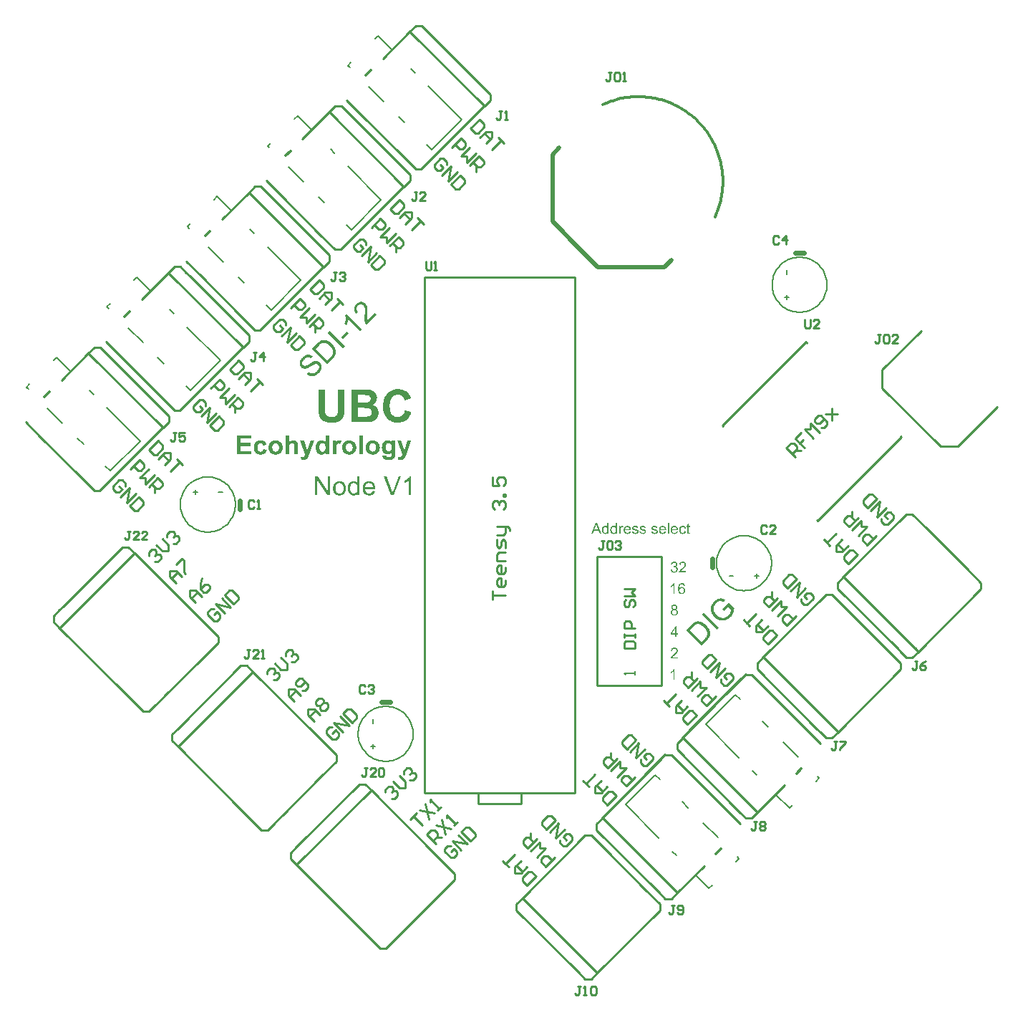
<source format=gto>
G04*
G04 #@! TF.GenerationSoftware,Altium Limited,Altium Designer,19.0.14 (431)*
G04*
G04 Layer_Color=65535*
%FSLAX25Y25*%
%MOIN*%
G70*
G01*
G75*
%ADD10C,0.00787*%
%ADD11C,0.01200*%
%ADD12C,0.02362*%
%ADD13C,0.00800*%
%ADD14C,0.01000*%
%ADD15C,0.02000*%
G36*
X357586Y211964D02*
X357596D01*
X357623Y211958D01*
X357665Y211948D01*
X357723Y211942D01*
X357803Y211926D01*
X357888Y211905D01*
X357988Y211879D01*
X358100Y211852D01*
X358221Y211815D01*
X358354Y211768D01*
X358497Y211720D01*
X358645Y211656D01*
X358799Y211587D01*
X358958Y211513D01*
X359122Y211423D01*
X359291Y211328D01*
X358677Y210247D01*
X358671Y210253D01*
X358645Y210269D01*
X358608Y210285D01*
X358560Y210311D01*
X358497Y210343D01*
X358423Y210375D01*
X358343Y210412D01*
X358253Y210449D01*
X358063Y210533D01*
X357851Y210608D01*
X357633Y210666D01*
X357527Y210687D01*
X357422Y210708D01*
X357416Y210714D01*
X357363D01*
X357326Y210719D01*
X357146D01*
X357067Y210714D01*
X356887Y210703D01*
X356691Y210666D01*
X356468Y210613D01*
X356235Y210528D01*
X356230Y210523D01*
X356204Y210518D01*
X356177Y210502D01*
X356124Y210480D01*
X356076Y210454D01*
X356008Y210417D01*
X355933Y210385D01*
X355854Y210337D01*
X355769Y210285D01*
X355669Y210226D01*
X355573Y210163D01*
X355478Y210089D01*
X355271Y209924D01*
X355065Y209739D01*
X355001Y209676D01*
X354964Y209628D01*
X354906Y209570D01*
X354848Y209501D01*
X354779Y209421D01*
X354710Y209331D01*
X354636Y209236D01*
X354556Y209135D01*
X354408Y208913D01*
X354265Y208675D01*
X354149Y208420D01*
X354143Y208415D01*
X354138Y208388D01*
X354122Y208351D01*
X354106Y208304D01*
X354085Y208251D01*
X354064Y208177D01*
X354037Y208097D01*
X354016Y208013D01*
X353969Y207817D01*
X353931Y207599D01*
X353905Y207372D01*
Y207139D01*
Y207128D01*
X353910Y207112D01*
Y207080D01*
Y207038D01*
X353921Y206985D01*
X353926Y206916D01*
X353947Y206768D01*
X353984Y206593D01*
X354027Y206402D01*
X354085Y206196D01*
X354164Y205989D01*
Y205979D01*
X354186Y205947D01*
X354202Y205899D01*
X354239Y205830D01*
X354276Y205751D01*
X354329Y205656D01*
X354387Y205544D01*
X354461Y205428D01*
X354535Y205301D01*
X354620Y205163D01*
X354715Y205025D01*
X354821Y204877D01*
X354938Y204729D01*
X355054Y204580D01*
X355192Y204432D01*
X355330Y204284D01*
X355340Y204273D01*
X355372Y204242D01*
X355420Y204194D01*
X355494Y204130D01*
X355578Y204056D01*
X355679Y203966D01*
X355796Y203871D01*
X355928Y203770D01*
X356066Y203664D01*
X356219Y203553D01*
X356378Y203447D01*
X356542Y203346D01*
X356717Y203246D01*
X356892Y203156D01*
X357067Y203076D01*
X357252Y203008D01*
X357263D01*
X357295Y202997D01*
X357353Y202981D01*
X357422Y202965D01*
X357506Y202944D01*
X357607Y202928D01*
X357723Y202907D01*
X357856Y202891D01*
X357994Y202880D01*
X358142Y202870D01*
X358301D01*
X358465Y202875D01*
X358634Y202896D01*
X358804Y202918D01*
X358984Y202960D01*
X359159Y203008D01*
X359169D01*
X359196Y203023D01*
X359249Y203045D01*
X359318Y203071D01*
X359397Y203108D01*
X359492Y203151D01*
X359604Y203198D01*
X359715Y203257D01*
X359837Y203325D01*
X359974Y203399D01*
X360112Y203484D01*
X360250Y203579D01*
X360387Y203675D01*
X360525Y203791D01*
X360663Y203908D01*
X360801Y204035D01*
X360859Y204093D01*
X360901Y204146D01*
X360954Y204199D01*
X361018Y204273D01*
X361076Y204353D01*
X361150Y204448D01*
X361224Y204543D01*
X361304Y204655D01*
X361463Y204898D01*
X361621Y205174D01*
X361696Y205311D01*
X361765Y205465D01*
Y205476D01*
X361780Y205502D01*
X361802Y205544D01*
X361818Y205603D01*
X361844Y205672D01*
X361876Y205756D01*
X361913Y205846D01*
X361945Y205942D01*
X362008Y206164D01*
X362072Y206397D01*
X362119Y206625D01*
X362135Y206747D01*
X362146Y206853D01*
X360822Y208177D01*
X358730Y206085D01*
X357888Y206927D01*
X360901Y209940D01*
X363544Y207297D01*
Y207287D01*
X363539Y207239D01*
X363528Y207176D01*
X363512Y207086D01*
X363496Y206974D01*
X363475Y206847D01*
X363449Y206704D01*
X363417Y206545D01*
X363380Y206371D01*
X363337Y206191D01*
X363284Y206000D01*
X363232Y205809D01*
X363099Y205412D01*
X363020Y205216D01*
X362940Y205020D01*
X362935Y205004D01*
X362919Y204978D01*
X362893Y204920D01*
X362856Y204851D01*
X362808Y204761D01*
X362750Y204660D01*
X362686Y204543D01*
X362612Y204416D01*
X362532Y204284D01*
X362437Y204136D01*
X362336Y203993D01*
X362225Y203839D01*
X361982Y203532D01*
X361844Y203384D01*
X361706Y203235D01*
X361659Y203188D01*
X361600Y203140D01*
X361521Y203061D01*
X361420Y202981D01*
X361309Y202880D01*
X361171Y202775D01*
X361013Y202658D01*
X360848Y202536D01*
X360663Y202414D01*
X360477Y202293D01*
X360271Y202171D01*
X360054Y202060D01*
X359826Y201948D01*
X359593Y201853D01*
X359349Y201768D01*
X359334Y201763D01*
X359291Y201752D01*
X359222Y201736D01*
X359127Y201715D01*
X359005Y201689D01*
X358873Y201662D01*
X358714Y201641D01*
X358534Y201620D01*
X358348Y201604D01*
X358147Y201593D01*
X357925D01*
X357702Y201604D01*
X357469Y201625D01*
X357236Y201657D01*
X356993Y201710D01*
X356754Y201779D01*
X356738Y201784D01*
X356701Y201800D01*
X356627Y201821D01*
X356537Y201858D01*
X356426Y201906D01*
X356294Y201964D01*
X356145Y202038D01*
X355981Y202118D01*
X355801Y202213D01*
X355616Y202324D01*
X355425Y202441D01*
X355224Y202578D01*
X355022Y202727D01*
X354821Y202886D01*
X354615Y203061D01*
X354413Y203251D01*
X354408Y203257D01*
X354403Y203262D01*
X354387Y203278D01*
X354366Y203299D01*
X354318Y203357D01*
X354244Y203431D01*
X354159Y203537D01*
X354059Y203648D01*
X353953Y203786D01*
X353836Y203934D01*
X353714Y204109D01*
X353587Y204289D01*
X353465Y204485D01*
X353344Y204692D01*
X353222Y204909D01*
X353111Y205137D01*
X353005Y205380D01*
X352909Y205624D01*
X352904Y205629D01*
Y205640D01*
X352888Y205687D01*
X352872Y205756D01*
X352840Y205852D01*
X352814Y205973D01*
X352777Y206116D01*
X352745Y206275D01*
X352719Y206450D01*
X352697Y206641D01*
X352681Y206847D01*
X352671Y207059D01*
Y207282D01*
X352681Y207515D01*
X352713Y207748D01*
X352756Y207981D01*
X352814Y208219D01*
X352819Y208235D01*
X352830Y208277D01*
X352856Y208346D01*
X352888Y208431D01*
X352936Y208542D01*
X352989Y208669D01*
X353058Y208823D01*
X353132Y208982D01*
X353227Y209151D01*
X353328Y209336D01*
X353449Y209532D01*
X353582Y209729D01*
X353730Y209930D01*
X353889Y210131D01*
X354064Y210337D01*
X354255Y210539D01*
X354329Y210613D01*
X354392Y210666D01*
X354456Y210729D01*
X354540Y210804D01*
X354641Y210883D01*
X354752Y210973D01*
X354874Y211063D01*
X355001Y211158D01*
X355277Y211349D01*
X355584Y211529D01*
X355748Y211609D01*
X355907Y211683D01*
X355918D01*
X355944Y211699D01*
X355992Y211715D01*
X356061Y211741D01*
X356129Y211768D01*
X356225Y211799D01*
X356331Y211831D01*
X356442Y211858D01*
X356701Y211916D01*
X356982Y211964D01*
X357284Y211979D01*
X357432D01*
X357586Y211964D01*
D02*
G37*
G36*
X356521Y198294D02*
X355578Y197351D01*
X348450Y204480D01*
X349393Y205423D01*
X356521Y198294D01*
D02*
G37*
G36*
X346750Y201286D02*
X346866D01*
X346988Y201281D01*
X347126Y201270D01*
X347279Y201255D01*
X347444Y201228D01*
X347613Y201196D01*
X347793Y201165D01*
X347978Y201117D01*
X348164Y201059D01*
X348355Y200995D01*
X348545Y200910D01*
X348561Y200905D01*
X348587Y200889D01*
X348646Y200863D01*
X348720Y200820D01*
X348810Y200773D01*
X348921Y200714D01*
X349043Y200645D01*
X349175Y200566D01*
X349318Y200465D01*
X349477Y200359D01*
X349641Y200248D01*
X349811Y200121D01*
X349986Y199978D01*
X350166Y199830D01*
X350341Y199666D01*
X350521Y199496D01*
X350531Y199486D01*
X350558Y199459D01*
X350600Y199417D01*
X350653Y199353D01*
X350722Y199284D01*
X350801Y199194D01*
X350886Y199099D01*
X350981Y198993D01*
X351082Y198871D01*
X351183Y198739D01*
X351389Y198469D01*
X351590Y198172D01*
X351770Y197865D01*
X351776Y197860D01*
X351786Y197828D01*
X351808Y197785D01*
X351845Y197727D01*
X351876Y197653D01*
X351913Y197574D01*
X351956Y197478D01*
X352004Y197367D01*
X352099Y197134D01*
X352184Y196880D01*
X352263Y196610D01*
X352321Y196340D01*
Y196329D01*
Y196308D01*
X352327Y196271D01*
X352337Y196218D01*
X352343Y196160D01*
X352353Y196085D01*
X352369Y195911D01*
Y195709D01*
X352374Y195492D01*
X352358Y195264D01*
X352321Y195037D01*
X352316Y195031D01*
Y195010D01*
X352306Y194978D01*
X352295Y194936D01*
X352284Y194883D01*
X352263Y194820D01*
X352242Y194745D01*
X352215Y194666D01*
X352184Y194581D01*
X352152Y194486D01*
X352104Y194385D01*
X352062Y194279D01*
X351951Y194062D01*
X351823Y193829D01*
X351818Y193824D01*
X351808Y193803D01*
X351786Y193771D01*
X351749Y193723D01*
X351718Y193670D01*
X351670Y193601D01*
X351617Y193527D01*
X351553Y193443D01*
X351484Y193352D01*
X351405Y193252D01*
X351320Y193146D01*
X351230Y193035D01*
X351130Y192923D01*
X351024Y192807D01*
X350796Y192569D01*
X348227Y190000D01*
X341099Y197129D01*
X343689Y199719D01*
X343763Y199782D01*
X343842Y199862D01*
X343937Y199946D01*
X344033Y200042D01*
X344255Y200232D01*
X344483Y200428D01*
X344599Y200513D01*
X344711Y200603D01*
X344822Y200682D01*
X344928Y200746D01*
X344933Y200751D01*
X344960Y200767D01*
X345002Y200788D01*
X345055Y200820D01*
X345124Y200857D01*
X345209Y200900D01*
X345299Y200947D01*
X345405Y200990D01*
X345637Y201085D01*
X345897Y201175D01*
X346183Y201239D01*
X346326Y201265D01*
X346480Y201281D01*
X346490D01*
X346527Y201286D01*
X346580D01*
X346660Y201292D01*
X346750Y201286D01*
D02*
G37*
G36*
X189938Y349998D02*
X190023D01*
X190123Y349983D01*
X190240Y349972D01*
X190372Y349945D01*
X190515Y349919D01*
X190669Y349871D01*
X190828Y349818D01*
X190997Y349755D01*
X191161Y349675D01*
X191336Y349585D01*
X191506Y349469D01*
X191675Y349342D01*
X191834Y349193D01*
X191839Y349188D01*
X191855Y349172D01*
X191876Y349151D01*
X191908Y349119D01*
X191940Y349077D01*
X191982Y349024D01*
X192025Y348971D01*
X192078Y348907D01*
X192184Y348759D01*
X192295Y348584D01*
X192401Y348383D01*
X192496Y348171D01*
X192501Y348166D01*
Y348145D01*
X192517Y348108D01*
X192538Y348065D01*
X192554Y348007D01*
X192576Y347943D01*
X192597Y347859D01*
X192623Y347769D01*
X192650Y347668D01*
X192676Y347557D01*
X192719Y347313D01*
X192761Y347027D01*
X192777Y346874D01*
X192787Y346715D01*
Y346704D01*
Y346672D01*
X192793Y346625D01*
Y346551D01*
X192798Y346461D01*
Y346355D01*
Y346217D01*
Y346069D01*
X192793Y345894D01*
Y345703D01*
X192782Y345491D01*
X192771Y345258D01*
X192761Y345004D01*
X192740Y344729D01*
X192719Y344432D01*
X192697Y344114D01*
X192692Y344098D01*
Y344056D01*
X192687Y343977D01*
X192676Y343881D01*
X192666Y343765D01*
X192660Y343632D01*
X192644Y343489D01*
X192634Y343331D01*
X192613Y343013D01*
X192602Y342854D01*
X192597Y342700D01*
X192586Y342552D01*
X192581Y342420D01*
Y342303D01*
Y342208D01*
Y342186D01*
X192586Y342128D01*
Y342043D01*
X192602Y341932D01*
X192607Y341800D01*
X192629Y341662D01*
X192650Y341514D01*
X192681Y341366D01*
X196182Y344866D01*
X197024Y344024D01*
X192311Y339311D01*
X192305Y339316D01*
X192295Y339327D01*
X192279Y339342D01*
X192258Y339364D01*
X192231Y339390D01*
X192200Y339433D01*
X192131Y339512D01*
X192046Y339618D01*
X191961Y339734D01*
X191882Y339867D01*
X191807Y340015D01*
X191802Y340020D01*
X191797Y340047D01*
X191781Y340084D01*
X191760Y340137D01*
X191733Y340195D01*
X191712Y340269D01*
X191680Y340354D01*
X191643Y340455D01*
X191612Y340561D01*
X191580Y340677D01*
X191522Y340937D01*
X191469Y341223D01*
X191431Y341535D01*
Y341546D01*
Y341578D01*
X191426Y341625D01*
X191421Y341694D01*
Y341779D01*
X191416Y341879D01*
X191410Y342001D01*
Y342139D01*
X191416Y342292D01*
Y342462D01*
X191426Y342642D01*
X191431Y342838D01*
X191442Y343050D01*
X191458Y343278D01*
X191474Y343516D01*
X191500Y343765D01*
Y343775D01*
X191506Y343791D01*
Y343823D01*
X191511Y343860D01*
X191516Y343908D01*
X191522Y343966D01*
X191527Y344109D01*
X191543Y344284D01*
X191553Y344485D01*
X191575Y344707D01*
X191585Y344941D01*
X191596Y345195D01*
X191606Y345449D01*
X191612Y345698D01*
Y345952D01*
X191606Y346201D01*
X191596Y346434D01*
X191580Y346651D01*
X191559Y346842D01*
Y346852D01*
X191548Y346884D01*
X191543Y346932D01*
X191527Y347001D01*
X191511Y347080D01*
X191490Y347176D01*
X191458Y347282D01*
X191421Y347393D01*
X191384Y347504D01*
X191336Y347626D01*
X191225Y347875D01*
X191161Y347991D01*
X191087Y348108D01*
X191008Y348208D01*
X190918Y348309D01*
X190912Y348314D01*
X190897Y348330D01*
X190865Y348362D01*
X190822Y348394D01*
X190775Y348431D01*
X190711Y348473D01*
X190642Y348521D01*
X190563Y348569D01*
X190473Y348616D01*
X190383Y348664D01*
X190277Y348706D01*
X190166Y348743D01*
X190049Y348775D01*
X189922Y348796D01*
X189800Y348812D01*
X189631D01*
X189594Y348807D01*
X189535Y348801D01*
X189472Y348791D01*
X189398Y348780D01*
X189313Y348759D01*
X189223Y348733D01*
X189122Y348696D01*
X189016Y348664D01*
X188910Y348611D01*
X188794Y348547D01*
X188678Y348484D01*
X188561Y348399D01*
X188450Y348309D01*
X188333Y348203D01*
X188275Y348145D01*
X188233Y348092D01*
X188185Y348034D01*
X188137Y347965D01*
X188079Y347885D01*
X188021Y347795D01*
X187962Y347695D01*
X187904Y347583D01*
X187846Y347472D01*
X187798Y347350D01*
X187761Y347218D01*
X187729Y347091D01*
X187708Y346953D01*
X187703Y346810D01*
Y346799D01*
Y346778D01*
Y346736D01*
X187714Y346683D01*
X187719Y346614D01*
X187735Y346535D01*
X187756Y346450D01*
X187782Y346349D01*
X187820Y346238D01*
X187862Y346132D01*
X187915Y346016D01*
X187978Y345889D01*
X188058Y345767D01*
X188143Y345640D01*
X188249Y345513D01*
X188365Y345386D01*
X187375Y344575D01*
X187369Y344580D01*
X187364Y344586D01*
X187353Y344607D01*
X187338Y344623D01*
X187290Y344681D01*
X187232Y344760D01*
X187163Y344861D01*
X187089Y344978D01*
X187009Y345110D01*
X186930Y345264D01*
X186845Y345423D01*
X186766Y345597D01*
X186697Y345783D01*
X186633Y345973D01*
X186591Y346175D01*
X186554Y346381D01*
X186538Y346588D01*
Y346799D01*
Y346810D01*
X186543Y346847D01*
X186554Y346911D01*
X186564Y346995D01*
X186585Y347091D01*
X186612Y347213D01*
X186649Y347345D01*
X186702Y347493D01*
X186766Y347652D01*
X186840Y347822D01*
X186924Y348002D01*
X187030Y348182D01*
X187147Y348373D01*
X187290Y348569D01*
X187449Y348759D01*
X187629Y348950D01*
X187677Y348997D01*
X187735Y349045D01*
X187809Y349109D01*
X187899Y349188D01*
X188015Y349273D01*
X188143Y349368D01*
X188286Y349469D01*
X188444Y349564D01*
X188614Y349659D01*
X188799Y349749D01*
X188990Y349824D01*
X189191Y349898D01*
X189392Y349951D01*
X189610Y349988D01*
X189827Y350004D01*
X189880D01*
X189938Y349998D01*
D02*
G37*
G36*
X190182Y337182D02*
X189308Y336308D01*
X183731Y341885D01*
Y341874D01*
Y341853D01*
Y341821D01*
X183726Y341773D01*
X183720Y341715D01*
X183715Y341646D01*
X183710Y341567D01*
X183699Y341472D01*
X183683Y341371D01*
X183667Y341260D01*
X183646Y341143D01*
X183625Y341016D01*
X183604Y340889D01*
X183577Y340746D01*
X183503Y340449D01*
Y340439D01*
X183493Y340418D01*
X183482Y340375D01*
X183466Y340317D01*
X183445Y340243D01*
X183418Y340163D01*
X183392Y340073D01*
X183365Y339973D01*
X183297Y339756D01*
X183217Y339528D01*
X183127Y339300D01*
X183032Y339078D01*
X182184Y339925D01*
X182190Y339941D01*
X182200Y339973D01*
X182216Y340031D01*
X182243Y340110D01*
X182274Y340206D01*
X182311Y340317D01*
X182349Y340449D01*
X182386Y340592D01*
X182423Y340746D01*
X182465Y340915D01*
X182534Y341270D01*
X182597Y341652D01*
X182634Y342038D01*
Y342049D01*
X182640Y342086D01*
Y342139D01*
Y342213D01*
Y342298D01*
Y342404D01*
Y342520D01*
X182629Y342647D01*
X182624Y342780D01*
X182619Y342923D01*
X182581Y343214D01*
X182528Y343500D01*
X182497Y343638D01*
X182454Y343775D01*
X183021Y344342D01*
X190182Y337182D01*
D02*
G37*
G36*
X184017Y335296D02*
X181326Y332606D01*
X180447Y333485D01*
X183138Y336175D01*
X184017Y335296D01*
D02*
G37*
G36*
X182258Y329258D02*
X181316Y328316D01*
X174187Y335444D01*
X175130Y336387D01*
X182258Y329258D01*
D02*
G37*
G36*
X165559Y325397D02*
X165713Y325382D01*
X165867Y325355D01*
X165877D01*
X165904Y325350D01*
X165946Y325339D01*
X166004Y325323D01*
X166078Y325302D01*
X166163Y325270D01*
X166259Y325239D01*
X166359Y325202D01*
X166470Y325154D01*
X166587Y325101D01*
X166709Y325032D01*
X166831Y324963D01*
X167090Y324799D01*
X167212Y324698D01*
X167339Y324592D01*
X166502Y323618D01*
X166497Y323623D01*
X166465Y323644D01*
X166428Y323671D01*
X166375Y323713D01*
X166306Y323750D01*
X166221Y323803D01*
X166137Y323856D01*
X166031Y323909D01*
X165920Y323957D01*
X165803Y324010D01*
X165676Y324052D01*
X165543Y324089D01*
X165411Y324116D01*
X165273Y324137D01*
X165130Y324142D01*
X164987Y324137D01*
X164977D01*
X164950Y324132D01*
X164913Y324126D01*
X164855Y324111D01*
X164786Y324095D01*
X164701Y324073D01*
X164606Y324042D01*
X164500Y323999D01*
X164384Y323946D01*
X164262Y323888D01*
X164124Y323814D01*
X163986Y323729D01*
X163844Y323628D01*
X163700Y323517D01*
X163547Y323385D01*
X163393Y323242D01*
X163314Y323163D01*
X163261Y323099D01*
X163192Y323020D01*
X163118Y322935D01*
X163038Y322834D01*
X162954Y322728D01*
X162789Y322479D01*
X162710Y322358D01*
X162636Y322220D01*
X162572Y322082D01*
X162519Y321944D01*
X162482Y321812D01*
X162461Y321674D01*
Y321664D01*
Y321642D01*
X162456Y321605D01*
X162451Y321558D01*
X162456Y321499D01*
X162461Y321431D01*
X162466Y321351D01*
X162477Y321266D01*
X162514Y321081D01*
X162583Y320896D01*
X162631Y320795D01*
X162684Y320700D01*
X162752Y320610D01*
X162827Y320525D01*
X162832Y320520D01*
X162843Y320509D01*
X162864Y320488D01*
X162895Y320467D01*
X162933Y320440D01*
X162975Y320408D01*
X163086Y320340D01*
X163218Y320271D01*
X163372Y320213D01*
X163457Y320191D01*
X163542Y320181D01*
X163637Y320170D01*
X163743D01*
X163759Y320175D01*
X163791D01*
X163838Y320191D01*
X163896Y320207D01*
X163971Y320228D01*
X164061Y320255D01*
X164172Y320292D01*
X164299Y320345D01*
X164437Y320408D01*
X164590Y320477D01*
X164770Y320562D01*
X164966Y320673D01*
X165178Y320790D01*
X165416Y320922D01*
X165671Y321081D01*
X165676Y321086D01*
X165687D01*
X165702Y321102D01*
X165734Y321123D01*
X165766Y321145D01*
X165808Y321166D01*
X165898Y321224D01*
X166015Y321298D01*
X166147Y321378D01*
X166296Y321462D01*
X166455Y321558D01*
X166788Y321754D01*
X166958Y321849D01*
X167122Y321939D01*
X167286Y322019D01*
X167440Y322098D01*
X167577Y322162D01*
X167704Y322214D01*
X167715D01*
X167742Y322230D01*
X167794Y322241D01*
X167858Y322262D01*
X167937Y322289D01*
X168033Y322310D01*
X168133Y322336D01*
X168255Y322363D01*
X168509Y322405D01*
X168780Y322432D01*
X169071Y322437D01*
X169214Y322421D01*
X169351Y322400D01*
X169362D01*
X169383Y322389D01*
X169420Y322384D01*
X169479Y322368D01*
X169542Y322347D01*
X169616Y322326D01*
X169701Y322294D01*
X169796Y322262D01*
X169892Y322220D01*
X169998Y322167D01*
X170109Y322109D01*
X170220Y322040D01*
X170331Y321971D01*
X170448Y321886D01*
X170554Y321791D01*
X170665Y321690D01*
X170670Y321685D01*
X170692Y321664D01*
X170723Y321632D01*
X170755Y321589D01*
X170803Y321531D01*
X170856Y321468D01*
X170914Y321388D01*
X170972Y321298D01*
X171036Y321203D01*
X171099Y321097D01*
X171163Y320980D01*
X171221Y320859D01*
X171279Y320726D01*
X171327Y320583D01*
X171375Y320440D01*
X171412Y320287D01*
Y320276D01*
X171417Y320250D01*
X171428Y320207D01*
X171438Y320144D01*
X171443Y320064D01*
X171449Y319974D01*
X171454Y319873D01*
X171459Y319762D01*
Y319635D01*
X171454Y319503D01*
X171438Y319360D01*
X171417Y319212D01*
X171396Y319053D01*
X171359Y318899D01*
X171316Y318729D01*
X171258Y318565D01*
Y318555D01*
X171242Y318528D01*
X171221Y318475D01*
X171195Y318417D01*
X171158Y318338D01*
X171110Y318248D01*
X171057Y318142D01*
X170999Y318030D01*
X170924Y317903D01*
X170845Y317771D01*
X170755Y317638D01*
X170654Y317495D01*
X170543Y317353D01*
X170432Y317210D01*
X170299Y317067D01*
X170162Y316918D01*
X170066Y316823D01*
X169998Y316765D01*
X169908Y316685D01*
X169807Y316595D01*
X169691Y316489D01*
X169558Y316389D01*
X169420Y316272D01*
X169272Y316166D01*
X168949Y315938D01*
X168780Y315832D01*
X168605Y315742D01*
X168430Y315652D01*
X168255Y315573D01*
X168245D01*
X168213Y315562D01*
X168160Y315541D01*
X168096Y315520D01*
X168006Y315493D01*
X167911Y315462D01*
X167794Y315441D01*
X167673Y315414D01*
X167530Y315388D01*
X167392Y315366D01*
X167228Y315351D01*
X167069Y315340D01*
X166899D01*
X166735Y315345D01*
X166555Y315366D01*
X166380Y315393D01*
X166370D01*
X166338Y315404D01*
X166290Y315419D01*
X166221Y315435D01*
X166142Y315462D01*
X166047Y315493D01*
X165936Y315531D01*
X165824Y315578D01*
X165692Y315636D01*
X165559Y315695D01*
X165422Y315769D01*
X165284Y315854D01*
X165136Y315949D01*
X164993Y316050D01*
X164850Y316161D01*
X164712Y316288D01*
X165522Y317257D01*
X165528Y317252D01*
X165549Y317241D01*
X165581Y317210D01*
X165623Y317178D01*
X165681Y317141D01*
X165745Y317098D01*
X165814Y317051D01*
X165893Y317003D01*
X166073Y316897D01*
X166269Y316807D01*
X166481Y316722D01*
X166698Y316664D01*
X166709D01*
X166725Y316659D01*
X166756D01*
X166799Y316648D01*
X166989D01*
X167069Y316643D01*
X167159Y316648D01*
X167254Y316659D01*
X167360Y316669D01*
X167477Y316690D01*
X167593Y316712D01*
X167710Y316743D01*
X167837Y316786D01*
X167964Y316828D01*
X167969Y316833D01*
X167996Y316839D01*
X168033Y316855D01*
X168080Y316881D01*
X168144Y316913D01*
X168218Y316945D01*
X168298Y316992D01*
X168388Y317040D01*
X168488Y317098D01*
X168589Y317167D01*
X168700Y317236D01*
X168811Y317315D01*
X169039Y317501D01*
X169272Y317713D01*
X169325Y317766D01*
X169357Y317808D01*
X169404Y317856D01*
X169452Y317914D01*
X169510Y317983D01*
X169574Y318057D01*
X169706Y318221D01*
X169834Y318412D01*
X169961Y318613D01*
X170066Y318825D01*
X170072Y318830D01*
X170077Y318846D01*
X170088Y318878D01*
X170104Y318925D01*
X170120Y318973D01*
X170146Y319031D01*
X170183Y319174D01*
X170225Y319333D01*
X170247Y319513D01*
X170257Y319693D01*
X170241Y319879D01*
X170236Y319884D01*
X170241Y319900D01*
X170236Y319927D01*
X170225Y319958D01*
X170199Y320048D01*
X170167Y320165D01*
X170109Y320297D01*
X170040Y320430D01*
X169945Y320567D01*
X169834Y320700D01*
X169828Y320705D01*
X169818Y320716D01*
X169802Y320731D01*
X169770Y320753D01*
X169744Y320779D01*
X169706Y320806D01*
X169611Y320869D01*
X169494Y320943D01*
X169362Y321002D01*
X169214Y321055D01*
X169055Y321086D01*
X169050Y321092D01*
X169034Y321086D01*
X168975Y321092D01*
X168880D01*
X168753Y321081D01*
X168679Y321071D01*
X168594Y321060D01*
X168509Y321039D01*
X168414Y321018D01*
X168314Y320991D01*
X168213Y320954D01*
X168102Y320917D01*
X167990Y320869D01*
X167985Y320864D01*
X167969Y320859D01*
X167948Y320848D01*
X167911Y320832D01*
X167863Y320806D01*
X167800Y320774D01*
X167726Y320731D01*
X167636Y320684D01*
X167535Y320626D01*
X167418Y320562D01*
X167286Y320483D01*
X167138Y320398D01*
X166968Y320303D01*
X166788Y320197D01*
X166587Y320070D01*
X166370Y319937D01*
X166365Y319932D01*
X166354D01*
X166317Y319905D01*
X166253Y319863D01*
X166168Y319821D01*
X166068Y319762D01*
X165951Y319688D01*
X165819Y319619D01*
X165681Y319545D01*
X165385Y319386D01*
X165083Y319233D01*
X164940Y319164D01*
X164792Y319100D01*
X164664Y319047D01*
X164543Y319010D01*
X164532D01*
X164511Y319000D01*
X164468Y318989D01*
X164410Y318973D01*
X164341Y318957D01*
X164262Y318941D01*
X164076Y318904D01*
X163849Y318878D01*
X163610Y318862D01*
X163367Y318872D01*
X163240Y318883D01*
X163118Y318910D01*
X163113Y318915D01*
X163091D01*
X163054Y318931D01*
X163012Y318941D01*
X162954Y318957D01*
X162885Y318984D01*
X162816Y319010D01*
X162736Y319047D01*
X162646Y319084D01*
X162557Y319132D01*
X162361Y319243D01*
X162170Y319381D01*
X162074Y319466D01*
X161979Y319550D01*
X161974Y319556D01*
X161953Y319577D01*
X161926Y319603D01*
X161894Y319646D01*
X161852Y319699D01*
X161799Y319762D01*
X161746Y319836D01*
X161688Y319916D01*
X161630Y320006D01*
X161571Y320107D01*
X161513Y320218D01*
X161450Y320334D01*
X161402Y320456D01*
X161349Y320583D01*
X161307Y320721D01*
X161269Y320864D01*
Y320875D01*
X161264Y320901D01*
X161254Y320943D01*
X161248Y321002D01*
X161243Y321071D01*
X161232Y321155D01*
Y321251D01*
Y321357D01*
Y321473D01*
X161243Y321600D01*
X161259Y321732D01*
X161275Y321876D01*
X161307Y322013D01*
X161344Y322167D01*
X161391Y322320D01*
X161450Y322474D01*
Y322485D01*
X161465Y322511D01*
X161487Y322553D01*
X161518Y322617D01*
X161550Y322691D01*
X161598Y322781D01*
X161651Y322877D01*
X161714Y322982D01*
X161788Y323099D01*
X161868Y323221D01*
X161953Y323348D01*
X162048Y323486D01*
X162154Y323623D01*
X162265Y323756D01*
X162387Y323899D01*
X162599Y324111D01*
X162657Y324158D01*
X162726Y324227D01*
X162821Y324301D01*
X162917Y324386D01*
X163022Y324471D01*
X163144Y324561D01*
X163277Y324661D01*
X163557Y324847D01*
X163706Y324942D01*
X163865Y325027D01*
X164018Y325106D01*
X164182Y325175D01*
X164193D01*
X164219Y325191D01*
X164267Y325207D01*
X164331Y325228D01*
X164410Y325255D01*
X164500Y325281D01*
X164601Y325307D01*
X164717Y325329D01*
X164839Y325355D01*
X164977Y325376D01*
X165109Y325392D01*
X165258Y325403D01*
X165406D01*
X165559Y325397D01*
D02*
G37*
G36*
X172487Y332251D02*
X172603D01*
X172725Y332245D01*
X172863Y332235D01*
X173017Y332219D01*
X173181Y332192D01*
X173350Y332161D01*
X173530Y332129D01*
X173716Y332081D01*
X173901Y332023D01*
X174092Y331960D01*
X174282Y331875D01*
X174298Y331870D01*
X174325Y331854D01*
X174383Y331827D01*
X174457Y331785D01*
X174547Y331737D01*
X174658Y331679D01*
X174780Y331610D01*
X174913Y331530D01*
X175056Y331430D01*
X175215Y331324D01*
X175379Y331213D01*
X175548Y331086D01*
X175723Y330943D01*
X175903Y330794D01*
X176078Y330630D01*
X176258Y330461D01*
X176268Y330450D01*
X176295Y330424D01*
X176337Y330381D01*
X176390Y330318D01*
X176459Y330249D01*
X176539Y330159D01*
X176623Y330064D01*
X176719Y329958D01*
X176819Y329836D01*
X176920Y329703D01*
X177126Y329433D01*
X177328Y329137D01*
X177508Y328829D01*
X177513Y328824D01*
X177524Y328792D01*
X177545Y328750D01*
X177582Y328692D01*
X177614Y328618D01*
X177651Y328538D01*
X177693Y328443D01*
X177741Y328332D01*
X177836Y328099D01*
X177921Y327844D01*
X178000Y327574D01*
X178059Y327304D01*
Y327293D01*
Y327272D01*
X178064Y327235D01*
X178074Y327182D01*
X178080Y327124D01*
X178090Y327050D01*
X178106Y326875D01*
Y326674D01*
X178112Y326457D01*
X178096Y326229D01*
X178059Y326001D01*
X178053Y325996D01*
Y325975D01*
X178043Y325943D01*
X178032Y325901D01*
X178022Y325848D01*
X178000Y325784D01*
X177979Y325710D01*
X177953Y325630D01*
X177921Y325546D01*
X177889Y325450D01*
X177841Y325350D01*
X177799Y325244D01*
X177688Y325027D01*
X177561Y324794D01*
X177555Y324788D01*
X177545Y324767D01*
X177524Y324735D01*
X177487Y324688D01*
X177455Y324635D01*
X177407Y324566D01*
X177354Y324492D01*
X177291Y324407D01*
X177222Y324317D01*
X177142Y324216D01*
X177058Y324111D01*
X176968Y323999D01*
X176867Y323888D01*
X176761Y323772D01*
X176533Y323533D01*
X173965Y320965D01*
X166836Y328093D01*
X169426Y330683D01*
X169500Y330747D01*
X169579Y330826D01*
X169675Y330911D01*
X169770Y331006D01*
X169992Y331197D01*
X170220Y331393D01*
X170337Y331478D01*
X170448Y331568D01*
X170559Y331647D01*
X170665Y331711D01*
X170670Y331716D01*
X170697Y331732D01*
X170739Y331753D01*
X170792Y331785D01*
X170861Y331822D01*
X170946Y331864D01*
X171036Y331912D01*
X171142Y331954D01*
X171375Y332049D01*
X171634Y332140D01*
X171920Y332203D01*
X172063Y332230D01*
X172217Y332245D01*
X172227D01*
X172265Y332251D01*
X172317D01*
X172397Y332256D01*
X172487Y332251D01*
D02*
G37*
G36*
X309005Y242000D02*
X308433D01*
Y242460D01*
X308429Y242453D01*
X308418Y242438D01*
X308396Y242411D01*
X308370Y242374D01*
X308332Y242333D01*
X308287Y242288D01*
X308235Y242239D01*
X308175Y242191D01*
X308108Y242138D01*
X308033Y242090D01*
X307947Y242045D01*
X307857Y242004D01*
X307756Y241966D01*
X307648Y241940D01*
X307536Y241925D01*
X307412Y241918D01*
X307371D01*
X307337Y241921D01*
X307300Y241925D01*
X307255Y241929D01*
X307203Y241936D01*
X307147Y241948D01*
X307087Y241959D01*
X307023Y241978D01*
X306956Y241996D01*
X306889Y242019D01*
X306818Y242045D01*
X306746Y242078D01*
X306679Y242116D01*
X306608Y242157D01*
X306604Y242161D01*
X306593Y242168D01*
X306574Y242183D01*
X306548Y242202D01*
X306518Y242224D01*
X306481Y242254D01*
X306444Y242292D01*
X306402Y242329D01*
X306358Y242374D01*
X306313Y242426D01*
X306264Y242482D01*
X306215Y242542D01*
X306171Y242606D01*
X306126Y242673D01*
X306084Y242748D01*
X306043Y242827D01*
X306040Y242830D01*
X306036Y242845D01*
X306025Y242871D01*
X306013Y242901D01*
X305998Y242943D01*
X305980Y242991D01*
X305961Y243047D01*
X305946Y243111D01*
X305927Y243182D01*
X305909Y243257D01*
X305890Y243339D01*
X305875Y243425D01*
X305864Y243518D01*
X305853Y243616D01*
X305849Y243713D01*
X305845Y243818D01*
Y243825D01*
Y243844D01*
Y243870D01*
X305849Y243911D01*
Y243960D01*
X305856Y244016D01*
X305860Y244076D01*
X305868Y244147D01*
X305879Y244222D01*
X305890Y244300D01*
X305920Y244465D01*
X305965Y244637D01*
X305995Y244723D01*
X306025Y244809D01*
X306028Y244812D01*
X306032Y244827D01*
X306043Y244850D01*
X306058Y244883D01*
X306077Y244921D01*
X306103Y244962D01*
X306129Y245011D01*
X306163Y245059D01*
X306197Y245115D01*
X306238Y245171D01*
X306283Y245228D01*
X306331Y245284D01*
X306387Y245340D01*
X306444Y245392D01*
X306503Y245444D01*
X306571Y245489D01*
X306574Y245493D01*
X306586Y245501D01*
X306608Y245512D01*
X306634Y245527D01*
X306668Y245546D01*
X306709Y245564D01*
X306758Y245587D01*
X306810Y245609D01*
X306866Y245632D01*
X306930Y245654D01*
X306997Y245673D01*
X307068Y245691D01*
X307139Y245706D01*
X307218Y245718D01*
X307300Y245725D01*
X307382Y245729D01*
X307416D01*
X307438Y245725D01*
X307468D01*
X307498Y245721D01*
X307539Y245718D01*
X307580Y245710D01*
X307670Y245695D01*
X307768Y245669D01*
X307868Y245635D01*
X307966Y245587D01*
X307969D01*
X307977Y245579D01*
X307992Y245572D01*
X308011Y245561D01*
X308029Y245549D01*
X308055Y245531D01*
X308115Y245489D01*
X308183Y245437D01*
X308254Y245377D01*
X308325Y245302D01*
X308388Y245224D01*
Y247034D01*
X309005D01*
Y242000D01*
D02*
G37*
G36*
X305093D02*
X304521D01*
Y242460D01*
X304517Y242453D01*
X304506Y242438D01*
X304484Y242411D01*
X304458Y242374D01*
X304420Y242333D01*
X304375Y242288D01*
X304323Y242239D01*
X304263Y242191D01*
X304196Y242138D01*
X304121Y242090D01*
X304035Y242045D01*
X303945Y242004D01*
X303844Y241966D01*
X303736Y241940D01*
X303624Y241925D01*
X303500Y241918D01*
X303459D01*
X303425Y241921D01*
X303388Y241925D01*
X303343Y241929D01*
X303291Y241936D01*
X303235Y241948D01*
X303175Y241959D01*
X303111Y241978D01*
X303044Y241996D01*
X302976Y242019D01*
X302906Y242045D01*
X302834Y242078D01*
X302767Y242116D01*
X302696Y242157D01*
X302692Y242161D01*
X302681Y242168D01*
X302662Y242183D01*
X302636Y242202D01*
X302606Y242224D01*
X302569Y242254D01*
X302532Y242292D01*
X302490Y242329D01*
X302445Y242374D01*
X302401Y242426D01*
X302352Y242482D01*
X302303Y242542D01*
X302258Y242606D01*
X302214Y242673D01*
X302172Y242748D01*
X302131Y242827D01*
X302128Y242830D01*
X302124Y242845D01*
X302113Y242871D01*
X302101Y242901D01*
X302086Y242943D01*
X302068Y242991D01*
X302049Y243047D01*
X302034Y243111D01*
X302015Y243182D01*
X301997Y243257D01*
X301978Y243339D01*
X301963Y243425D01*
X301952Y243518D01*
X301940Y243616D01*
X301937Y243713D01*
X301933Y243818D01*
Y243825D01*
Y243844D01*
Y243870D01*
X301937Y243911D01*
Y243960D01*
X301944Y244016D01*
X301948Y244076D01*
X301956Y244147D01*
X301967Y244222D01*
X301978Y244300D01*
X302008Y244465D01*
X302053Y244637D01*
X302083Y244723D01*
X302113Y244809D01*
X302116Y244812D01*
X302120Y244827D01*
X302131Y244850D01*
X302146Y244883D01*
X302165Y244921D01*
X302191Y244962D01*
X302217Y245011D01*
X302251Y245059D01*
X302285Y245115D01*
X302326Y245171D01*
X302371Y245228D01*
X302419Y245284D01*
X302475Y245340D01*
X302532Y245392D01*
X302591Y245444D01*
X302659Y245489D01*
X302662Y245493D01*
X302674Y245501D01*
X302696Y245512D01*
X302722Y245527D01*
X302756Y245546D01*
X302797Y245564D01*
X302846Y245587D01*
X302898Y245609D01*
X302954Y245632D01*
X303018Y245654D01*
X303085Y245673D01*
X303156Y245691D01*
X303227Y245706D01*
X303306Y245718D01*
X303388Y245725D01*
X303470Y245729D01*
X303504D01*
X303526Y245725D01*
X303556D01*
X303586Y245721D01*
X303627Y245718D01*
X303668Y245710D01*
X303758Y245695D01*
X303855Y245669D01*
X303956Y245635D01*
X304054Y245587D01*
X304057D01*
X304065Y245579D01*
X304080Y245572D01*
X304099Y245561D01*
X304117Y245549D01*
X304143Y245531D01*
X304203Y245489D01*
X304271Y245437D01*
X304342Y245377D01*
X304413Y245302D01*
X304476Y245224D01*
Y247034D01*
X305093D01*
Y242000D01*
D02*
G37*
G36*
X311377Y245725D02*
X311403Y245721D01*
X311436Y245718D01*
X311474Y245714D01*
X311519Y245703D01*
X311564Y245691D01*
X311616Y245680D01*
X311724Y245643D01*
X311781Y245620D01*
X311840Y245594D01*
X311900Y245564D01*
X311960Y245527D01*
X311739Y244955D01*
X311736D01*
X311728Y244962D01*
X311717Y244966D01*
X311702Y244977D01*
X311680Y244985D01*
X311657Y244996D01*
X311601Y245022D01*
X311530Y245048D01*
X311455Y245067D01*
X311373Y245082D01*
X311291Y245089D01*
X311257D01*
X311220Y245082D01*
X311171Y245074D01*
X311111Y245059D01*
X311051Y245037D01*
X310988Y245007D01*
X310924Y244966D01*
X310916Y244962D01*
X310898Y244943D01*
X310868Y244917D01*
X310834Y244876D01*
X310797Y244831D01*
X310759Y244771D01*
X310726Y244704D01*
X310696Y244629D01*
Y244625D01*
X310692Y244614D01*
X310688Y244596D01*
X310681Y244573D01*
X310673Y244539D01*
X310662Y244502D01*
X310655Y244461D01*
X310647Y244416D01*
X310636Y244364D01*
X310629Y244308D01*
X310617Y244248D01*
X310610Y244184D01*
X310599Y244050D01*
X310595Y243907D01*
Y242000D01*
X309978D01*
Y245647D01*
X310531D01*
Y245089D01*
X310535Y245093D01*
X310542Y245108D01*
X310554Y245127D01*
X310569Y245153D01*
X310587Y245183D01*
X310610Y245220D01*
X310662Y245299D01*
X310722Y245385D01*
X310786Y245471D01*
X310823Y245508D01*
X310857Y245546D01*
X310890Y245575D01*
X310924Y245602D01*
X310928D01*
X310931Y245605D01*
X310943Y245613D01*
X310954Y245620D01*
X310991Y245643D01*
X311040Y245665D01*
X311100Y245688D01*
X311167Y245710D01*
X311242Y245725D01*
X311320Y245729D01*
X311350D01*
X311377Y245725D01*
D02*
G37*
G36*
X326527Y245725D02*
X326572Y245721D01*
X326621Y245718D01*
X326673Y245714D01*
X326733Y245706D01*
X326793Y245699D01*
X326916Y245676D01*
X327047Y245643D01*
X327171Y245602D01*
X327174D01*
X327186Y245598D01*
X327201Y245590D01*
X327223Y245579D01*
X327249Y245568D01*
X327283Y245553D01*
X327354Y245512D01*
X327432Y245467D01*
X327511Y245407D01*
X327586Y245340D01*
X327619Y245302D01*
X327649Y245265D01*
X327653Y245261D01*
X327657Y245254D01*
X327664Y245243D01*
X327676Y245228D01*
X327687Y245205D01*
X327702Y245179D01*
X327717Y245149D01*
X327735Y245115D01*
X327754Y245078D01*
X327773Y245037D01*
X327788Y244988D01*
X327806Y244940D01*
X327840Y244827D01*
X327866Y244704D01*
X327260Y244622D01*
Y244625D01*
X327257Y244633D01*
Y244648D01*
X327249Y244667D01*
X327245Y244693D01*
X327238Y244719D01*
X327216Y244783D01*
X327186Y244854D01*
X327141Y244925D01*
X327088Y244996D01*
X327021Y245059D01*
X327017Y245063D01*
X327013Y245067D01*
X327002Y245074D01*
X326984Y245086D01*
X326965Y245097D01*
X326939Y245112D01*
X326909Y245127D01*
X326879Y245142D01*
X326841Y245157D01*
X326797Y245168D01*
X326752Y245183D01*
X326703Y245194D01*
X326647Y245205D01*
X326591Y245213D01*
X326531Y245220D01*
X326423D01*
X326396Y245216D01*
X326359D01*
X326322Y245213D01*
X326277Y245209D01*
X326228Y245201D01*
X326131Y245186D01*
X326030Y245160D01*
X325936Y245127D01*
X325895Y245104D01*
X325858Y245078D01*
X325854D01*
X325850Y245071D01*
X325832Y245052D01*
X325802Y245022D01*
X325768Y244985D01*
X325734Y244936D01*
X325708Y244880D01*
X325686Y244816D01*
X325682Y244783D01*
X325678Y244749D01*
Y244745D01*
Y244730D01*
X325682Y244708D01*
X325690Y244678D01*
X325697Y244644D01*
X325708Y244607D01*
X325727Y244569D01*
X325753Y244532D01*
X325757Y244528D01*
X325768Y244517D01*
X325787Y244498D01*
X325809Y244472D01*
X325843Y244446D01*
X325884Y244420D01*
X325933Y244394D01*
X325989Y244367D01*
X325992D01*
X326011Y244360D01*
X326022Y244356D01*
X326041Y244349D01*
X326063Y244345D01*
X326094Y244334D01*
X326123Y244326D01*
X326161Y244315D01*
X326206Y244300D01*
X326258Y244289D01*
X326314Y244270D01*
X326378Y244251D01*
X326452Y244233D01*
X326531Y244210D01*
X326535D01*
X326538Y244207D01*
X326561Y244203D01*
X326595Y244192D01*
X326636Y244180D01*
X326692Y244165D01*
X326752Y244150D01*
X326819Y244128D01*
X326890Y244109D01*
X327043Y244064D01*
X327193Y244016D01*
X327264Y243990D01*
X327331Y243967D01*
X327391Y243945D01*
X327444Y243922D01*
X327447D01*
X327455Y243919D01*
X327470Y243911D01*
X327488Y243900D01*
X327507Y243889D01*
X327533Y243878D01*
X327593Y243840D01*
X327660Y243795D01*
X327728Y243739D01*
X327795Y243672D01*
X327855Y243597D01*
Y243593D01*
X327863Y243586D01*
X327870Y243575D01*
X327877Y243560D01*
X327889Y243537D01*
X327904Y243515D01*
X327915Y243485D01*
X327930Y243451D01*
X327956Y243376D01*
X327982Y243287D01*
X327997Y243182D01*
X328005Y243070D01*
Y243066D01*
Y243055D01*
Y243040D01*
X328001Y243017D01*
Y242991D01*
X327993Y242957D01*
X327990Y242920D01*
X327982Y242879D01*
X327960Y242789D01*
X327926Y242692D01*
X327907Y242643D01*
X327881Y242591D01*
X327855Y242539D01*
X327821Y242486D01*
X327818Y242482D01*
X327814Y242475D01*
X327803Y242460D01*
X327788Y242441D01*
X327769Y242419D01*
X327747Y242393D01*
X327720Y242363D01*
X327690Y242333D01*
X327653Y242299D01*
X327616Y242262D01*
X327574Y242228D01*
X327526Y242195D01*
X327477Y242157D01*
X327421Y242123D01*
X327365Y242093D01*
X327302Y242064D01*
X327298D01*
X327287Y242056D01*
X327268Y242049D01*
X327242Y242041D01*
X327208Y242030D01*
X327171Y242019D01*
X327126Y242004D01*
X327077Y241992D01*
X327025Y241978D01*
X326965Y241963D01*
X326901Y241951D01*
X326834Y241940D01*
X326688Y241925D01*
X326531Y241918D01*
X326501D01*
X326464Y241921D01*
X326415D01*
X326355Y241925D01*
X326288Y241933D01*
X326209Y241944D01*
X326131Y241955D01*
X326045Y241970D01*
X325955Y241989D01*
X325865Y242011D01*
X325776Y242041D01*
X325686Y242075D01*
X325600Y242112D01*
X325521Y242157D01*
X325446Y242209D01*
X325443Y242213D01*
X325431Y242224D01*
X325413Y242239D01*
X325387Y242266D01*
X325357Y242296D01*
X325323Y242333D01*
X325289Y242378D01*
X325248Y242430D01*
X325207Y242490D01*
X325170Y242553D01*
X325129Y242625D01*
X325091Y242707D01*
X325058Y242789D01*
X325024Y242883D01*
X324998Y242984D01*
X324975Y243088D01*
X325585Y243186D01*
Y243182D01*
X325589Y243171D01*
X325592Y243152D01*
X325596Y243126D01*
X325604Y243092D01*
X325611Y243058D01*
X325626Y243017D01*
X325637Y242976D01*
X325675Y242886D01*
X325727Y242793D01*
X325757Y242744D01*
X325791Y242699D01*
X325828Y242658D01*
X325869Y242621D01*
X325873Y242617D01*
X325880Y242613D01*
X325895Y242602D01*
X325914Y242591D01*
X325936Y242576D01*
X325966Y242561D01*
X326000Y242542D01*
X326041Y242524D01*
X326086Y242505D01*
X326135Y242486D01*
X326187Y242471D01*
X326247Y242456D01*
X326310Y242445D01*
X326378Y242434D01*
X326449Y242430D01*
X326527Y242426D01*
X326568D01*
X326598Y242430D01*
X326632D01*
X326673Y242434D01*
X326718Y242441D01*
X326767Y242449D01*
X326868Y242467D01*
X326972Y242497D01*
X327073Y242542D01*
X327118Y242568D01*
X327159Y242598D01*
X327163Y242602D01*
X327167Y242606D01*
X327193Y242628D01*
X327227Y242666D01*
X327264Y242714D01*
X327302Y242774D01*
X327335Y242842D01*
X327361Y242920D01*
X327365Y242961D01*
X327369Y243006D01*
Y243010D01*
Y243017D01*
Y243025D01*
X327365Y243040D01*
X327358Y243077D01*
X327346Y243126D01*
X327324Y243178D01*
X327290Y243234D01*
X327272Y243260D01*
X327245Y243287D01*
X327219Y243313D01*
X327186Y243335D01*
X327178Y243339D01*
X327171Y243343D01*
X327156Y243350D01*
X327141Y243358D01*
X327118Y243369D01*
X327092Y243380D01*
X327058Y243391D01*
X327017Y243406D01*
X326972Y243421D01*
X326924Y243440D01*
X326864Y243459D01*
X326797Y243477D01*
X326726Y243500D01*
X326643Y243522D01*
X326554Y243545D01*
X326546Y243548D01*
X326524Y243552D01*
X326490Y243560D01*
X326445Y243575D01*
X326389Y243589D01*
X326325Y243604D01*
X326254Y243623D01*
X326183Y243646D01*
X326026Y243690D01*
X325869Y243739D01*
X325798Y243765D01*
X325727Y243792D01*
X325667Y243818D01*
X325611Y243840D01*
X325607D01*
X325600Y243848D01*
X325585Y243855D01*
X325570Y243863D01*
X325547Y243878D01*
X325521Y243892D01*
X325465Y243930D01*
X325398Y243982D01*
X325334Y244042D01*
X325271Y244109D01*
X325215Y244188D01*
Y244192D01*
X325207Y244199D01*
X325203Y244210D01*
X325192Y244225D01*
X325185Y244248D01*
X325173Y244270D01*
X325147Y244334D01*
X325121Y244405D01*
X325102Y244487D01*
X325087Y244581D01*
X325080Y244678D01*
Y244682D01*
Y244689D01*
Y244700D01*
Y244719D01*
X325084Y244741D01*
X325087Y244764D01*
X325095Y244824D01*
X325106Y244895D01*
X325125Y244970D01*
X325151Y245048D01*
X325188Y245127D01*
Y245130D01*
X325192Y245138D01*
X325200Y245145D01*
X325211Y245160D01*
X325233Y245201D01*
X325271Y245250D01*
X325312Y245302D01*
X325364Y245362D01*
X325428Y245418D01*
X325495Y245475D01*
X325502Y245478D01*
X325521Y245493D01*
X325555Y245512D01*
X325596Y245538D01*
X325652Y245564D01*
X325719Y245594D01*
X325798Y245624D01*
X325884Y245654D01*
X325888D01*
X325895Y245658D01*
X325910Y245661D01*
X325929Y245665D01*
X325951Y245673D01*
X325977Y245676D01*
X326011Y245684D01*
X326045Y245691D01*
X326123Y245706D01*
X326217Y245718D01*
X326314Y245725D01*
X326419Y245729D01*
X326490D01*
X326527Y245725D01*
D02*
G37*
G36*
X321059Y245725D02*
X321104Y245721D01*
X321153Y245718D01*
X321205Y245714D01*
X321265Y245706D01*
X321325Y245699D01*
X321448Y245676D01*
X321579Y245643D01*
X321703Y245602D01*
X321706D01*
X321718Y245598D01*
X321733Y245590D01*
X321755Y245579D01*
X321781Y245568D01*
X321815Y245553D01*
X321886Y245512D01*
X321965Y245467D01*
X322043Y245407D01*
X322118Y245340D01*
X322151Y245302D01*
X322181Y245265D01*
X322185Y245261D01*
X322189Y245254D01*
X322196Y245243D01*
X322208Y245228D01*
X322219Y245205D01*
X322234Y245179D01*
X322249Y245149D01*
X322267Y245115D01*
X322286Y245078D01*
X322305Y245037D01*
X322320Y244988D01*
X322339Y244940D01*
X322372Y244827D01*
X322398Y244704D01*
X321793Y244622D01*
Y244625D01*
X321789Y244633D01*
Y244648D01*
X321781Y244667D01*
X321778Y244693D01*
X321770Y244719D01*
X321748Y244783D01*
X321718Y244854D01*
X321673Y244925D01*
X321620Y244996D01*
X321553Y245059D01*
X321549Y245063D01*
X321546Y245067D01*
X321534Y245074D01*
X321516Y245086D01*
X321497Y245097D01*
X321471Y245112D01*
X321441Y245127D01*
X321411Y245142D01*
X321374Y245157D01*
X321329Y245168D01*
X321284Y245183D01*
X321235Y245194D01*
X321179Y245205D01*
X321123Y245213D01*
X321063Y245220D01*
X320955D01*
X320929Y245216D01*
X320891D01*
X320854Y245213D01*
X320809Y245209D01*
X320760Y245201D01*
X320663Y245186D01*
X320562Y245160D01*
X320468Y245127D01*
X320427Y245104D01*
X320390Y245078D01*
X320386D01*
X320382Y245071D01*
X320364Y245052D01*
X320334Y245022D01*
X320300Y244985D01*
X320267Y244936D01*
X320240Y244880D01*
X320218Y244816D01*
X320214Y244783D01*
X320210Y244749D01*
Y244745D01*
Y244730D01*
X320214Y244708D01*
X320222Y244678D01*
X320229Y244644D01*
X320240Y244607D01*
X320259Y244569D01*
X320285Y244532D01*
X320289Y244528D01*
X320300Y244517D01*
X320319Y244498D01*
X320341Y244472D01*
X320375Y244446D01*
X320416Y244420D01*
X320465Y244394D01*
X320521Y244367D01*
X320525D01*
X320543Y244360D01*
X320554Y244356D01*
X320573Y244349D01*
X320596Y244345D01*
X320626Y244334D01*
X320655Y244326D01*
X320693Y244315D01*
X320738Y244300D01*
X320790Y244289D01*
X320846Y244270D01*
X320910Y244251D01*
X320985Y244233D01*
X321063Y244210D01*
X321067D01*
X321071Y244207D01*
X321093Y244203D01*
X321127Y244192D01*
X321168Y244180D01*
X321224Y244165D01*
X321284Y244150D01*
X321351Y244128D01*
X321422Y244109D01*
X321575Y244064D01*
X321725Y244016D01*
X321796Y243990D01*
X321864Y243967D01*
X321923Y243945D01*
X321976Y243922D01*
X321979D01*
X321987Y243919D01*
X322002Y243911D01*
X322021Y243900D01*
X322039Y243889D01*
X322065Y243878D01*
X322125Y243840D01*
X322193Y243795D01*
X322260Y243739D01*
X322327Y243672D01*
X322387Y243597D01*
Y243593D01*
X322395Y243586D01*
X322402Y243575D01*
X322410Y243560D01*
X322421Y243537D01*
X322436Y243515D01*
X322447Y243485D01*
X322462Y243451D01*
X322488Y243376D01*
X322514Y243287D01*
X322529Y243182D01*
X322537Y243070D01*
Y243066D01*
Y243055D01*
Y243040D01*
X322533Y243017D01*
Y242991D01*
X322526Y242957D01*
X322522Y242920D01*
X322514Y242879D01*
X322492Y242789D01*
X322458Y242692D01*
X322440Y242643D01*
X322413Y242591D01*
X322387Y242539D01*
X322354Y242486D01*
X322350Y242482D01*
X322346Y242475D01*
X322335Y242460D01*
X322320Y242441D01*
X322301Y242419D01*
X322279Y242393D01*
X322252Y242363D01*
X322223Y242333D01*
X322185Y242299D01*
X322148Y242262D01*
X322107Y242228D01*
X322058Y242195D01*
X322009Y242157D01*
X321953Y242123D01*
X321897Y242093D01*
X321834Y242064D01*
X321830D01*
X321819Y242056D01*
X321800Y242049D01*
X321774Y242041D01*
X321740Y242030D01*
X321703Y242019D01*
X321658Y242004D01*
X321609Y241992D01*
X321557Y241978D01*
X321497Y241963D01*
X321433Y241951D01*
X321366Y241940D01*
X321220Y241925D01*
X321063Y241918D01*
X321033D01*
X320996Y241921D01*
X320947D01*
X320887Y241925D01*
X320820Y241933D01*
X320742Y241944D01*
X320663Y241955D01*
X320577Y241970D01*
X320487Y241989D01*
X320397Y242011D01*
X320308Y242041D01*
X320218Y242075D01*
X320132Y242112D01*
X320053Y242157D01*
X319979Y242209D01*
X319975Y242213D01*
X319964Y242224D01*
X319945Y242239D01*
X319919Y242266D01*
X319889Y242296D01*
X319855Y242333D01*
X319822Y242378D01*
X319780Y242430D01*
X319739Y242490D01*
X319702Y242553D01*
X319661Y242625D01*
X319623Y242707D01*
X319590Y242789D01*
X319556Y242883D01*
X319530Y242984D01*
X319507Y243088D01*
X320117Y243186D01*
Y243182D01*
X320121Y243171D01*
X320124Y243152D01*
X320128Y243126D01*
X320136Y243092D01*
X320143Y243058D01*
X320158Y243017D01*
X320169Y242976D01*
X320207Y242886D01*
X320259Y242793D01*
X320289Y242744D01*
X320323Y242699D01*
X320360Y242658D01*
X320401Y242621D01*
X320405Y242617D01*
X320412Y242613D01*
X320427Y242602D01*
X320446Y242591D01*
X320468Y242576D01*
X320498Y242561D01*
X320532Y242542D01*
X320573Y242524D01*
X320618Y242505D01*
X320667Y242486D01*
X320719Y242471D01*
X320779Y242456D01*
X320843Y242445D01*
X320910Y242434D01*
X320981Y242430D01*
X321059Y242426D01*
X321101D01*
X321130Y242430D01*
X321164D01*
X321205Y242434D01*
X321250Y242441D01*
X321299Y242449D01*
X321400Y242467D01*
X321504Y242497D01*
X321605Y242542D01*
X321650Y242568D01*
X321691Y242598D01*
X321695Y242602D01*
X321699Y242606D01*
X321725Y242628D01*
X321759Y242666D01*
X321796Y242714D01*
X321834Y242774D01*
X321867Y242842D01*
X321893Y242920D01*
X321897Y242961D01*
X321901Y243006D01*
Y243010D01*
Y243017D01*
Y243025D01*
X321897Y243040D01*
X321890Y243077D01*
X321879Y243126D01*
X321856Y243178D01*
X321822Y243234D01*
X321804Y243260D01*
X321778Y243287D01*
X321751Y243313D01*
X321718Y243335D01*
X321710Y243339D01*
X321703Y243343D01*
X321688Y243350D01*
X321673Y243358D01*
X321650Y243369D01*
X321624Y243380D01*
X321590Y243391D01*
X321549Y243406D01*
X321504Y243421D01*
X321456Y243440D01*
X321396Y243459D01*
X321329Y243477D01*
X321258Y243500D01*
X321175Y243522D01*
X321086Y243545D01*
X321078Y243548D01*
X321056Y243552D01*
X321022Y243560D01*
X320977Y243575D01*
X320921Y243589D01*
X320858Y243604D01*
X320786Y243623D01*
X320715Y243646D01*
X320558Y243690D01*
X320401Y243739D01*
X320330Y243765D01*
X320259Y243792D01*
X320199Y243818D01*
X320143Y243840D01*
X320139D01*
X320132Y243848D01*
X320117Y243855D01*
X320102Y243863D01*
X320079Y243878D01*
X320053Y243892D01*
X319997Y243930D01*
X319930Y243982D01*
X319866Y244042D01*
X319803Y244109D01*
X319747Y244188D01*
Y244192D01*
X319739Y244199D01*
X319736Y244210D01*
X319724Y244225D01*
X319717Y244248D01*
X319706Y244270D01*
X319679Y244334D01*
X319653Y244405D01*
X319635Y244487D01*
X319619Y244581D01*
X319612Y244678D01*
Y244682D01*
Y244689D01*
Y244700D01*
Y244719D01*
X319616Y244741D01*
X319619Y244764D01*
X319627Y244824D01*
X319638Y244895D01*
X319657Y244970D01*
X319683Y245048D01*
X319721Y245127D01*
Y245130D01*
X319724Y245138D01*
X319732Y245145D01*
X319743Y245160D01*
X319765Y245201D01*
X319803Y245250D01*
X319844Y245302D01*
X319896Y245362D01*
X319960Y245418D01*
X320027Y245475D01*
X320035Y245478D01*
X320053Y245493D01*
X320087Y245512D01*
X320128Y245538D01*
X320184Y245564D01*
X320252Y245594D01*
X320330Y245624D01*
X320416Y245654D01*
X320420D01*
X320427Y245658D01*
X320442Y245661D01*
X320461Y245665D01*
X320483Y245673D01*
X320510Y245676D01*
X320543Y245684D01*
X320577Y245691D01*
X320655Y245706D01*
X320749Y245718D01*
X320846Y245725D01*
X320951Y245729D01*
X321022D01*
X321059Y245725D01*
D02*
G37*
G36*
X317544D02*
X317589Y245721D01*
X317637Y245718D01*
X317690Y245714D01*
X317750Y245706D01*
X317809Y245699D01*
X317933Y245676D01*
X318064Y245643D01*
X318187Y245602D01*
X318191D01*
X318202Y245598D01*
X318217Y245590D01*
X318239Y245579D01*
X318266Y245568D01*
X318299Y245553D01*
X318370Y245512D01*
X318449Y245467D01*
X318527Y245407D01*
X318602Y245340D01*
X318636Y245302D01*
X318666Y245265D01*
X318670Y245261D01*
X318673Y245254D01*
X318681Y245243D01*
X318692Y245228D01*
X318703Y245205D01*
X318718Y245179D01*
X318733Y245149D01*
X318752Y245115D01*
X318771Y245078D01*
X318789Y245037D01*
X318804Y244988D01*
X318823Y244940D01*
X318857Y244827D01*
X318883Y244704D01*
X318277Y244622D01*
Y244625D01*
X318273Y244633D01*
Y244648D01*
X318266Y244667D01*
X318262Y244693D01*
X318254Y244719D01*
X318232Y244783D01*
X318202Y244854D01*
X318157Y244925D01*
X318105Y244996D01*
X318038Y245059D01*
X318034Y245063D01*
X318030Y245067D01*
X318019Y245074D01*
X318000Y245086D01*
X317981Y245097D01*
X317955Y245112D01*
X317925Y245127D01*
X317895Y245142D01*
X317858Y245157D01*
X317813Y245168D01*
X317768Y245183D01*
X317720Y245194D01*
X317664Y245205D01*
X317607Y245213D01*
X317548Y245220D01*
X317439D01*
X317413Y245216D01*
X317375D01*
X317338Y245213D01*
X317293Y245209D01*
X317245Y245201D01*
X317147Y245186D01*
X317046Y245160D01*
X316953Y245127D01*
X316912Y245104D01*
X316874Y245078D01*
X316871D01*
X316867Y245071D01*
X316848Y245052D01*
X316818Y245022D01*
X316785Y244985D01*
X316751Y244936D01*
X316725Y244880D01*
X316702Y244816D01*
X316699Y244783D01*
X316695Y244749D01*
Y244745D01*
Y244730D01*
X316699Y244708D01*
X316706Y244678D01*
X316714Y244644D01*
X316725Y244607D01*
X316743Y244569D01*
X316770Y244532D01*
X316773Y244528D01*
X316785Y244517D01*
X316803Y244498D01*
X316826Y244472D01*
X316859Y244446D01*
X316900Y244420D01*
X316949Y244394D01*
X317005Y244367D01*
X317009D01*
X317028Y244360D01*
X317039Y244356D01*
X317058Y244349D01*
X317080Y244345D01*
X317110Y244334D01*
X317140Y244326D01*
X317177Y244315D01*
X317222Y244300D01*
X317274Y244289D01*
X317331Y244270D01*
X317394Y244251D01*
X317469Y244233D01*
X317548Y244210D01*
X317551D01*
X317555Y244207D01*
X317578Y244203D01*
X317611Y244192D01*
X317652Y244180D01*
X317708Y244165D01*
X317768Y244150D01*
X317835Y244128D01*
X317907Y244109D01*
X318060Y244064D01*
X318210Y244016D01*
X318281Y243990D01*
X318348Y243967D01*
X318408Y243945D01*
X318460Y243922D01*
X318464D01*
X318471Y243919D01*
X318486Y243911D01*
X318505Y243900D01*
X318524Y243889D01*
X318550Y243878D01*
X318610Y243840D01*
X318677Y243795D01*
X318744Y243739D01*
X318812Y243672D01*
X318871Y243597D01*
Y243593D01*
X318879Y243586D01*
X318886Y243575D01*
X318894Y243560D01*
X318905Y243537D01*
X318920Y243515D01*
X318931Y243485D01*
X318946Y243451D01*
X318972Y243376D01*
X318999Y243287D01*
X319014Y243182D01*
X319021Y243070D01*
Y243066D01*
Y243055D01*
Y243040D01*
X319017Y243017D01*
Y242991D01*
X319010Y242957D01*
X319006Y242920D01*
X318999Y242879D01*
X318976Y242789D01*
X318943Y242692D01*
X318924Y242643D01*
X318898Y242591D01*
X318871Y242539D01*
X318838Y242486D01*
X318834Y242482D01*
X318830Y242475D01*
X318819Y242460D01*
X318804Y242441D01*
X318786Y242419D01*
X318763Y242393D01*
X318737Y242363D01*
X318707Y242333D01*
X318670Y242299D01*
X318632Y242262D01*
X318591Y242228D01*
X318542Y242195D01*
X318494Y242157D01*
X318438Y242123D01*
X318382Y242093D01*
X318318Y242064D01*
X318314D01*
X318303Y242056D01*
X318284Y242049D01*
X318258Y242041D01*
X318225Y242030D01*
X318187Y242019D01*
X318142Y242004D01*
X318094Y241992D01*
X318041Y241978D01*
X317981Y241963D01*
X317918Y241951D01*
X317850Y241940D01*
X317705Y241925D01*
X317548Y241918D01*
X317518D01*
X317480Y241921D01*
X317432D01*
X317372Y241925D01*
X317304Y241933D01*
X317226Y241944D01*
X317147Y241955D01*
X317061Y241970D01*
X316972Y241989D01*
X316882Y242011D01*
X316792Y242041D01*
X316702Y242075D01*
X316616Y242112D01*
X316538Y242157D01*
X316463Y242209D01*
X316459Y242213D01*
X316448Y242224D01*
X316429Y242239D01*
X316403Y242266D01*
X316373Y242296D01*
X316339Y242333D01*
X316306Y242378D01*
X316265Y242430D01*
X316224Y242490D01*
X316186Y242553D01*
X316145Y242625D01*
X316108Y242707D01*
X316074Y242789D01*
X316040Y242883D01*
X316014Y242984D01*
X315992Y243088D01*
X316601Y243186D01*
Y243182D01*
X316605Y243171D01*
X316609Y243152D01*
X316613Y243126D01*
X316620Y243092D01*
X316628Y243058D01*
X316642Y243017D01*
X316654Y242976D01*
X316691Y242886D01*
X316743Y242793D01*
X316773Y242744D01*
X316807Y242699D01*
X316844Y242658D01*
X316886Y242621D01*
X316889Y242617D01*
X316897Y242613D01*
X316912Y242602D01*
X316931Y242591D01*
X316953Y242576D01*
X316983Y242561D01*
X317017Y242542D01*
X317058Y242524D01*
X317103Y242505D01*
X317151Y242486D01*
X317203Y242471D01*
X317263Y242456D01*
X317327Y242445D01*
X317394Y242434D01*
X317465Y242430D01*
X317544Y242426D01*
X317585D01*
X317615Y242430D01*
X317649D01*
X317690Y242434D01*
X317735Y242441D01*
X317783Y242449D01*
X317884Y242467D01*
X317989Y242497D01*
X318090Y242542D01*
X318135Y242568D01*
X318176Y242598D01*
X318180Y242602D01*
X318183Y242606D01*
X318210Y242628D01*
X318243Y242666D01*
X318281Y242714D01*
X318318Y242774D01*
X318352Y242842D01*
X318378Y242920D01*
X318382Y242961D01*
X318385Y243006D01*
Y243010D01*
Y243017D01*
Y243025D01*
X318382Y243040D01*
X318374Y243077D01*
X318363Y243126D01*
X318340Y243178D01*
X318307Y243234D01*
X318288Y243260D01*
X318262Y243287D01*
X318236Y243313D01*
X318202Y243335D01*
X318195Y243339D01*
X318187Y243343D01*
X318172Y243350D01*
X318157Y243358D01*
X318135Y243369D01*
X318109Y243380D01*
X318075Y243391D01*
X318034Y243406D01*
X317989Y243421D01*
X317940Y243440D01*
X317880Y243459D01*
X317813Y243477D01*
X317742Y243500D01*
X317660Y243522D01*
X317570Y243545D01*
X317563Y243548D01*
X317540Y243552D01*
X317506Y243560D01*
X317461Y243575D01*
X317405Y243589D01*
X317342Y243604D01*
X317271Y243623D01*
X317200Y243646D01*
X317043Y243690D01*
X316886Y243739D01*
X316814Y243765D01*
X316743Y243792D01*
X316684Y243818D01*
X316628Y243840D01*
X316624D01*
X316616Y243848D01*
X316601Y243855D01*
X316586Y243863D01*
X316564Y243878D01*
X316538Y243892D01*
X316482Y243930D01*
X316414Y243982D01*
X316351Y244042D01*
X316287Y244109D01*
X316231Y244188D01*
Y244192D01*
X316224Y244199D01*
X316220Y244210D01*
X316209Y244225D01*
X316201Y244248D01*
X316190Y244270D01*
X316164Y244334D01*
X316138Y244405D01*
X316119Y244487D01*
X316104Y244581D01*
X316096Y244678D01*
Y244682D01*
Y244689D01*
Y244700D01*
Y244719D01*
X316100Y244741D01*
X316104Y244764D01*
X316111Y244824D01*
X316123Y244895D01*
X316141Y244970D01*
X316167Y245048D01*
X316205Y245127D01*
Y245130D01*
X316209Y245138D01*
X316216Y245145D01*
X316227Y245160D01*
X316250Y245201D01*
X316287Y245250D01*
X316328Y245302D01*
X316381Y245362D01*
X316444Y245418D01*
X316512Y245475D01*
X316519Y245478D01*
X316538Y245493D01*
X316571Y245512D01*
X316613Y245538D01*
X316669Y245564D01*
X316736Y245594D01*
X316814Y245624D01*
X316900Y245654D01*
X316904D01*
X316912Y245658D01*
X316927Y245661D01*
X316945Y245665D01*
X316968Y245673D01*
X316994Y245676D01*
X317028Y245684D01*
X317061Y245691D01*
X317140Y245706D01*
X317233Y245718D01*
X317331Y245725D01*
X317435Y245729D01*
X317506D01*
X317544Y245725D01*
D02*
G37*
G36*
X339651Y245725D02*
X339692D01*
X339744Y245721D01*
X339804Y245714D01*
X339868Y245703D01*
X339939Y245691D01*
X340014Y245676D01*
X340092Y245654D01*
X340175Y245632D01*
X340257Y245602D01*
X340339Y245568D01*
X340418Y245527D01*
X340493Y245478D01*
X340567Y245426D01*
X340571Y245422D01*
X340582Y245411D01*
X340605Y245396D01*
X340627Y245370D01*
X340657Y245340D01*
X340694Y245302D01*
X340732Y245257D01*
X340769Y245209D01*
X340810Y245149D01*
X340851Y245086D01*
X340893Y245018D01*
X340930Y244943D01*
X340967Y244861D01*
X341001Y244771D01*
X341031Y244678D01*
X341054Y244577D01*
X340451Y244483D01*
Y244487D01*
X340448Y244498D01*
X340444Y244517D01*
X340436Y244543D01*
X340425Y244573D01*
X340414Y244611D01*
X340399Y244648D01*
X340380Y244689D01*
X340339Y244779D01*
X340287Y244869D01*
X340219Y244958D01*
X340186Y244996D01*
X340145Y245033D01*
X340141Y245037D01*
X340133Y245041D01*
X340122Y245052D01*
X340107Y245063D01*
X340085Y245078D01*
X340059Y245093D01*
X340029Y245108D01*
X339999Y245127D01*
X339920Y245160D01*
X339830Y245190D01*
X339729Y245213D01*
X339673Y245216D01*
X339617Y245220D01*
X339599D01*
X339572Y245216D01*
X339539D01*
X339501Y245209D01*
X339457Y245201D01*
X339404Y245190D01*
X339348Y245179D01*
X339292Y245160D01*
X339228Y245138D01*
X339165Y245112D01*
X339105Y245078D01*
X339041Y245041D01*
X338978Y244996D01*
X338918Y244943D01*
X338862Y244884D01*
X338858Y244880D01*
X338851Y244869D01*
X338836Y244850D01*
X338817Y244820D01*
X338794Y244783D01*
X338768Y244741D01*
X338742Y244689D01*
X338716Y244625D01*
X338690Y244558D01*
X338664Y244480D01*
X338637Y244394D01*
X338615Y244296D01*
X338596Y244192D01*
X338581Y244079D01*
X338574Y243956D01*
X338570Y243825D01*
Y243821D01*
Y243818D01*
Y243806D01*
Y243792D01*
X338574Y243754D01*
Y243706D01*
X338578Y243646D01*
X338585Y243575D01*
X338593Y243500D01*
X338604Y243418D01*
X338619Y243331D01*
X338637Y243242D01*
X338660Y243156D01*
X338690Y243066D01*
X338720Y242980D01*
X338757Y242901D01*
X338802Y242827D01*
X338851Y242759D01*
X338854Y242756D01*
X338862Y242744D01*
X338880Y242729D01*
X338903Y242707D01*
X338929Y242681D01*
X338963Y242654D01*
X339004Y242625D01*
X339049Y242595D01*
X339097Y242561D01*
X339154Y242531D01*
X339213Y242505D01*
X339281Y242479D01*
X339352Y242456D01*
X339427Y242441D01*
X339505Y242430D01*
X339587Y242426D01*
X339621D01*
X339647Y242430D01*
X339681Y242434D01*
X339715Y242438D01*
X339756Y242445D01*
X339801Y242453D01*
X339894Y242479D01*
X339946Y242497D01*
X339995Y242520D01*
X340047Y242546D01*
X340096Y242576D01*
X340148Y242610D01*
X340193Y242647D01*
X340197Y242651D01*
X340205Y242658D01*
X340216Y242670D01*
X340234Y242688D01*
X340253Y242714D01*
X340276Y242744D01*
X340298Y242778D01*
X340324Y242819D01*
X340350Y242864D01*
X340380Y242913D01*
X340406Y242969D01*
X340429Y243032D01*
X340455Y243100D01*
X340474Y243174D01*
X340493Y243253D01*
X340507Y243335D01*
X341113Y243253D01*
Y243245D01*
X341110Y243227D01*
X341102Y243193D01*
X341091Y243148D01*
X341076Y243096D01*
X341061Y243036D01*
X341038Y242969D01*
X341012Y242894D01*
X340979Y242815D01*
X340945Y242737D01*
X340904Y242654D01*
X340855Y242572D01*
X340803Y242494D01*
X340743Y242415D01*
X340676Y242340D01*
X340601Y242269D01*
X340597Y242266D01*
X340582Y242254D01*
X340560Y242236D01*
X340526Y242213D01*
X340489Y242187D01*
X340440Y242157D01*
X340384Y242127D01*
X340320Y242093D01*
X340249Y242060D01*
X340175Y242030D01*
X340092Y242000D01*
X340002Y241974D01*
X339905Y241951D01*
X339808Y241933D01*
X339700Y241921D01*
X339591Y241918D01*
X339558D01*
X339520Y241921D01*
X339468Y241925D01*
X339404Y241933D01*
X339329Y241944D01*
X339247Y241959D01*
X339161Y241978D01*
X339068Y242004D01*
X338970Y242037D01*
X338869Y242075D01*
X338768Y242123D01*
X338667Y242179D01*
X338570Y242243D01*
X338477Y242318D01*
X338387Y242404D01*
X338383Y242411D01*
X338368Y242426D01*
X338346Y242456D01*
X338316Y242494D01*
X338282Y242546D01*
X338245Y242606D01*
X338204Y242681D01*
X338162Y242763D01*
X338118Y242857D01*
X338076Y242961D01*
X338039Y243077D01*
X338005Y243204D01*
X337975Y243339D01*
X337953Y243485D01*
X337938Y243642D01*
X337934Y243806D01*
Y243814D01*
Y243833D01*
Y243863D01*
X337938Y243907D01*
X337942Y243956D01*
X337946Y244016D01*
X337949Y244083D01*
X337961Y244158D01*
X337968Y244236D01*
X337983Y244319D01*
X338017Y244491D01*
X338039Y244581D01*
X338065Y244667D01*
X338095Y244753D01*
X338129Y244839D01*
X338133Y244842D01*
X338136Y244857D01*
X338151Y244880D01*
X338166Y244914D01*
X338185Y244947D01*
X338211Y244992D01*
X338241Y245037D01*
X338275Y245089D01*
X338316Y245142D01*
X338361Y245198D01*
X338409Y245254D01*
X338462Y245306D01*
X338522Y245362D01*
X338581Y245411D01*
X338652Y245460D01*
X338723Y245504D01*
X338727Y245508D01*
X338742Y245516D01*
X338765Y245527D01*
X338794Y245538D01*
X338832Y245557D01*
X338877Y245575D01*
X338925Y245594D01*
X338982Y245617D01*
X339045Y245639D01*
X339112Y245658D01*
X339183Y245676D01*
X339258Y245695D01*
X339340Y245706D01*
X339423Y245718D01*
X339509Y245725D01*
X339595Y245729D01*
X339621D01*
X339651Y245725D01*
D02*
G37*
G36*
X333252Y242000D02*
X332635D01*
Y247034D01*
X333252D01*
Y242000D01*
D02*
G37*
G36*
X301701Y242000D02*
X300946D01*
X300362Y243526D01*
X298253D01*
X297703Y242000D01*
X297000D01*
X298926Y247034D01*
X299648D01*
X301701Y242000D01*
D02*
G37*
G36*
X342370Y245647D02*
X342987D01*
Y245164D01*
X342370D01*
Y243028D01*
Y243025D01*
Y243017D01*
Y243002D01*
Y242987D01*
Y242943D01*
X342374Y242886D01*
X342377Y242830D01*
X342381Y242774D01*
X342389Y242726D01*
X342396Y242707D01*
X342400Y242688D01*
Y242684D01*
X342407Y242677D01*
X342415Y242662D01*
X342426Y242647D01*
X342460Y242606D01*
X342505Y242568D01*
X342508D01*
X342519Y242561D01*
X342534Y242557D01*
X342561Y242550D01*
X342587Y242542D01*
X342624Y242535D01*
X342665Y242531D01*
X342714Y242527D01*
X342755D01*
X342789Y242531D01*
X342826D01*
X342875Y242539D01*
X342927Y242542D01*
X342987Y242550D01*
X343077Y242004D01*
X343073D01*
X343066Y242000D01*
X343051D01*
X343032Y241996D01*
X343009Y241992D01*
X342983Y241989D01*
X342920Y241978D01*
X342849Y241966D01*
X342770Y241959D01*
X342688Y241955D01*
X342609Y241951D01*
X342553D01*
X342527Y241955D01*
X342493Y241959D01*
X342419Y241966D01*
X342333Y241978D01*
X342247Y241996D01*
X342161Y242022D01*
X342086Y242056D01*
X342082D01*
X342078Y242060D01*
X342056Y242075D01*
X342022Y242097D01*
X341985Y242131D01*
X341944Y242168D01*
X341899Y242217D01*
X341861Y242273D01*
X341828Y242333D01*
Y242337D01*
X341824Y242340D01*
X341820Y242352D01*
X341816Y242370D01*
X341809Y242389D01*
X341805Y242419D01*
X341798Y242453D01*
X341790Y242490D01*
X341783Y242535D01*
X341775Y242591D01*
X341772Y242651D01*
X341764Y242718D01*
X341760Y242793D01*
X341757Y242875D01*
X341753Y242965D01*
Y243066D01*
Y245164D01*
X341297D01*
Y245647D01*
X341753D01*
Y246548D01*
X342370Y246918D01*
Y245647D01*
D02*
G37*
G36*
X335780Y245725D02*
X335832Y245721D01*
X335892Y245714D01*
X335967Y245703D01*
X336046Y245688D01*
X336135Y245665D01*
X336225Y245639D01*
X336322Y245605D01*
X336423Y245564D01*
X336524Y245519D01*
X336622Y245460D01*
X336722Y245392D01*
X336816Y245317D01*
X336906Y245228D01*
X336910Y245220D01*
X336925Y245205D01*
X336947Y245175D01*
X336977Y245134D01*
X337014Y245086D01*
X337052Y245022D01*
X337093Y244951D01*
X337138Y244865D01*
X337183Y244771D01*
X337224Y244667D01*
X337261Y244554D01*
X337298Y244427D01*
X337328Y244293D01*
X337351Y244147D01*
X337366Y243993D01*
X337370Y243829D01*
Y243825D01*
Y243818D01*
Y243806D01*
Y243788D01*
Y243765D01*
Y243735D01*
X337366Y243702D01*
Y243664D01*
X334643D01*
Y243657D01*
X334647Y243638D01*
Y243608D01*
X334654Y243567D01*
X334662Y243515D01*
X334669Y243459D01*
X334684Y243391D01*
X334699Y243324D01*
X334718Y243249D01*
X334740Y243174D01*
X334770Y243100D01*
X334800Y243021D01*
X334838Y242946D01*
X334882Y242875D01*
X334927Y242808D01*
X334983Y242744D01*
X334987Y242741D01*
X334998Y242729D01*
X335013Y242714D01*
X335039Y242696D01*
X335069Y242670D01*
X335103Y242643D01*
X335148Y242613D01*
X335193Y242587D01*
X335245Y242557D01*
X335305Y242527D01*
X335369Y242501D01*
X335436Y242475D01*
X335507Y242456D01*
X335582Y242441D01*
X335664Y242430D01*
X335746Y242426D01*
X335780D01*
X335803Y242430D01*
X335832D01*
X335866Y242438D01*
X335904Y242441D01*
X335948Y242449D01*
X336038Y242471D01*
X336135Y242501D01*
X336233Y242546D01*
X336281Y242572D01*
X336326Y242602D01*
X336330Y242606D01*
X336337Y242610D01*
X336349Y242621D01*
X336367Y242636D01*
X336386Y242654D01*
X336412Y242681D01*
X336438Y242707D01*
X336465Y242741D01*
X336494Y242778D01*
X336528Y242823D01*
X336558Y242868D01*
X336592Y242920D01*
X336622Y242976D01*
X336655Y243040D01*
X336685Y243107D01*
X336711Y243178D01*
X337347Y243096D01*
Y243088D01*
X337340Y243070D01*
X337332Y243043D01*
X337317Y243002D01*
X337298Y242957D01*
X337280Y242901D01*
X337254Y242842D01*
X337220Y242778D01*
X337186Y242707D01*
X337145Y242636D01*
X337100Y242565D01*
X337048Y242490D01*
X336992Y242419D01*
X336928Y242352D01*
X336861Y242284D01*
X336786Y242224D01*
X336782Y242221D01*
X336767Y242213D01*
X336745Y242195D01*
X336711Y242176D01*
X336674Y242153D01*
X336625Y242127D01*
X336565Y242101D01*
X336502Y242071D01*
X336431Y242041D01*
X336352Y242015D01*
X336266Y241989D01*
X336173Y241966D01*
X336075Y241948D01*
X335971Y241933D01*
X335859Y241921D01*
X335743Y241918D01*
X335709D01*
X335690Y241921D01*
X335664D01*
X335612Y241925D01*
X335544Y241933D01*
X335466Y241944D01*
X335380Y241959D01*
X335283Y241978D01*
X335185Y242004D01*
X335081Y242037D01*
X334976Y242078D01*
X334871Y242123D01*
X334767Y242179D01*
X334662Y242247D01*
X334565Y242322D01*
X334475Y242408D01*
X334471Y242415D01*
X334456Y242430D01*
X334430Y242460D01*
X334404Y242497D01*
X334366Y242550D01*
X334325Y242610D01*
X334284Y242684D01*
X334243Y242767D01*
X334198Y242860D01*
X334157Y242961D01*
X334116Y243077D01*
X334082Y243201D01*
X334052Y243335D01*
X334026Y243477D01*
X334011Y243631D01*
X334007Y243792D01*
Y243795D01*
Y243803D01*
Y243814D01*
Y243833D01*
X334011Y243855D01*
Y243881D01*
Y243911D01*
X334015Y243945D01*
X334022Y244020D01*
X334033Y244109D01*
X334048Y244207D01*
X334067Y244315D01*
X334090Y244427D01*
X334123Y244543D01*
X334161Y244663D01*
X334206Y244783D01*
X334262Y244899D01*
X334321Y245014D01*
X334396Y245119D01*
X334478Y245220D01*
X334486Y245228D01*
X334501Y245243D01*
X334527Y245269D01*
X334565Y245299D01*
X334613Y245340D01*
X334669Y245381D01*
X334737Y245426D01*
X334811Y245475D01*
X334894Y245523D01*
X334987Y245568D01*
X335088Y245609D01*
X335197Y245650D01*
X335316Y245680D01*
X335440Y245706D01*
X335571Y245725D01*
X335709Y245729D01*
X335743D01*
X335780Y245725D01*
D02*
G37*
G36*
X330305D02*
X330357Y245721D01*
X330417Y245714D01*
X330492Y245703D01*
X330570Y245688D01*
X330660Y245665D01*
X330750Y245639D01*
X330847Y245605D01*
X330948Y245564D01*
X331049Y245519D01*
X331146Y245460D01*
X331247Y245392D01*
X331341Y245317D01*
X331430Y245228D01*
X331434Y245220D01*
X331449Y245205D01*
X331472Y245175D01*
X331502Y245134D01*
X331539Y245086D01*
X331576Y245022D01*
X331617Y244951D01*
X331662Y244865D01*
X331707Y244771D01*
X331748Y244667D01*
X331786Y244554D01*
X331823Y244427D01*
X331853Y244293D01*
X331875Y244147D01*
X331891Y243993D01*
X331894Y243829D01*
Y243825D01*
Y243818D01*
Y243806D01*
Y243788D01*
Y243765D01*
Y243735D01*
X331891Y243702D01*
Y243664D01*
X329168D01*
Y243657D01*
X329171Y243638D01*
Y243608D01*
X329179Y243567D01*
X329186Y243515D01*
X329194Y243459D01*
X329209Y243391D01*
X329224Y243324D01*
X329242Y243249D01*
X329265Y243174D01*
X329295Y243100D01*
X329325Y243021D01*
X329362Y242946D01*
X329407Y242875D01*
X329452Y242808D01*
X329508Y242744D01*
X329512Y242741D01*
X329523Y242729D01*
X329538Y242714D01*
X329564Y242696D01*
X329594Y242670D01*
X329628Y242643D01*
X329673Y242613D01*
X329717Y242587D01*
X329770Y242557D01*
X329830Y242527D01*
X329893Y242501D01*
X329961Y242475D01*
X330032Y242456D01*
X330106Y242441D01*
X330189Y242430D01*
X330271Y242426D01*
X330305D01*
X330327Y242430D01*
X330357D01*
X330391Y242438D01*
X330428Y242441D01*
X330473Y242449D01*
X330563Y242471D01*
X330660Y242501D01*
X330757Y242546D01*
X330806Y242572D01*
X330851Y242602D01*
X330855Y242606D01*
X330862Y242610D01*
X330873Y242621D01*
X330892Y242636D01*
X330911Y242654D01*
X330937Y242681D01*
X330963Y242707D01*
X330989Y242741D01*
X331019Y242778D01*
X331053Y242823D01*
X331083Y242868D01*
X331116Y242920D01*
X331146Y242976D01*
X331180Y243040D01*
X331210Y243107D01*
X331236Y243178D01*
X331872Y243096D01*
Y243088D01*
X331864Y243070D01*
X331857Y243043D01*
X331842Y243002D01*
X331823Y242957D01*
X331804Y242901D01*
X331778Y242842D01*
X331745Y242778D01*
X331711Y242707D01*
X331670Y242636D01*
X331625Y242565D01*
X331573Y242490D01*
X331517Y242419D01*
X331453Y242352D01*
X331386Y242284D01*
X331311Y242224D01*
X331307Y242221D01*
X331292Y242213D01*
X331270Y242195D01*
X331236Y242176D01*
X331199Y242153D01*
X331150Y242127D01*
X331090Y242101D01*
X331027Y242071D01*
X330956Y242041D01*
X330877Y242015D01*
X330791Y241989D01*
X330697Y241966D01*
X330600Y241948D01*
X330495Y241933D01*
X330383Y241921D01*
X330267Y241918D01*
X330234D01*
X330215Y241921D01*
X330189D01*
X330136Y241925D01*
X330069Y241933D01*
X329991Y241944D01*
X329905Y241959D01*
X329807Y241978D01*
X329710Y242004D01*
X329605Y242037D01*
X329501Y242078D01*
X329396Y242123D01*
X329291Y242179D01*
X329186Y242247D01*
X329089Y242322D01*
X328999Y242408D01*
X328996Y242415D01*
X328981Y242430D01*
X328955Y242460D01*
X328928Y242497D01*
X328891Y242550D01*
X328850Y242610D01*
X328809Y242684D01*
X328768Y242767D01*
X328723Y242860D01*
X328681Y242961D01*
X328640Y243077D01*
X328607Y243201D01*
X328577Y243335D01*
X328551Y243477D01*
X328536Y243631D01*
X328532Y243792D01*
Y243795D01*
Y243803D01*
Y243814D01*
Y243833D01*
X328536Y243855D01*
Y243881D01*
Y243911D01*
X328539Y243945D01*
X328547Y244020D01*
X328558Y244109D01*
X328573Y244207D01*
X328592Y244315D01*
X328614Y244427D01*
X328648Y244543D01*
X328685Y244663D01*
X328730Y244783D01*
X328786Y244899D01*
X328846Y245014D01*
X328921Y245119D01*
X329003Y245220D01*
X329011Y245228D01*
X329026Y245243D01*
X329052Y245269D01*
X329089Y245299D01*
X329138Y245340D01*
X329194Y245381D01*
X329261Y245426D01*
X329336Y245475D01*
X329418Y245523D01*
X329512Y245568D01*
X329613Y245609D01*
X329721Y245650D01*
X329841Y245680D01*
X329964Y245706D01*
X330095Y245725D01*
X330234Y245729D01*
X330267D01*
X330305Y245725D01*
D02*
G37*
G36*
X313894Y245725D02*
X313946Y245721D01*
X314006Y245714D01*
X314081Y245703D01*
X314159Y245688D01*
X314249Y245665D01*
X314339Y245639D01*
X314436Y245605D01*
X314537Y245564D01*
X314638Y245519D01*
X314735Y245460D01*
X314836Y245392D01*
X314930Y245317D01*
X315019Y245228D01*
X315023Y245220D01*
X315038Y245205D01*
X315060Y245175D01*
X315090Y245134D01*
X315128Y245086D01*
X315165Y245022D01*
X315206Y244951D01*
X315251Y244865D01*
X315296Y244771D01*
X315337Y244667D01*
X315375Y244554D01*
X315412Y244427D01*
X315442Y244293D01*
X315464Y244147D01*
X315479Y243993D01*
X315483Y243829D01*
Y243825D01*
Y243818D01*
Y243806D01*
Y243788D01*
Y243765D01*
Y243735D01*
X315479Y243702D01*
Y243664D01*
X312757D01*
Y243657D01*
X312760Y243638D01*
Y243608D01*
X312768Y243567D01*
X312775Y243515D01*
X312783Y243459D01*
X312798Y243391D01*
X312813Y243324D01*
X312831Y243249D01*
X312854Y243174D01*
X312884Y243100D01*
X312914Y243021D01*
X312951Y242946D01*
X312996Y242875D01*
X313041Y242808D01*
X313097Y242744D01*
X313101Y242741D01*
X313112Y242729D01*
X313127Y242714D01*
X313153Y242696D01*
X313183Y242670D01*
X313217Y242643D01*
X313262Y242613D01*
X313306Y242587D01*
X313359Y242557D01*
X313419Y242527D01*
X313482Y242501D01*
X313549Y242475D01*
X313621Y242456D01*
X313695Y242441D01*
X313778Y242430D01*
X313860Y242426D01*
X313894D01*
X313916Y242430D01*
X313946D01*
X313980Y242438D01*
X314017Y242441D01*
X314062Y242449D01*
X314152Y242471D01*
X314249Y242501D01*
X314346Y242546D01*
X314395Y242572D01*
X314440Y242602D01*
X314443Y242606D01*
X314451Y242610D01*
X314462Y242621D01*
X314481Y242636D01*
X314499Y242654D01*
X314526Y242681D01*
X314552Y242707D01*
X314578Y242741D01*
X314608Y242778D01*
X314642Y242823D01*
X314671Y242868D01*
X314705Y242920D01*
X314735Y242976D01*
X314769Y243040D01*
X314799Y243107D01*
X314825Y243178D01*
X315461Y243096D01*
Y243088D01*
X315453Y243070D01*
X315446Y243043D01*
X315431Y243002D01*
X315412Y242957D01*
X315393Y242901D01*
X315367Y242842D01*
X315334Y242778D01*
X315300Y242707D01*
X315259Y242636D01*
X315214Y242565D01*
X315161Y242490D01*
X315105Y242419D01*
X315042Y242352D01*
X314974Y242284D01*
X314900Y242224D01*
X314896Y242221D01*
X314881Y242213D01*
X314859Y242195D01*
X314825Y242176D01*
X314787Y242153D01*
X314739Y242127D01*
X314679Y242101D01*
X314615Y242071D01*
X314544Y242041D01*
X314466Y242015D01*
X314380Y241989D01*
X314286Y241966D01*
X314189Y241948D01*
X314084Y241933D01*
X313972Y241921D01*
X313856Y241918D01*
X313823D01*
X313804Y241921D01*
X313778D01*
X313725Y241925D01*
X313658Y241933D01*
X313579Y241944D01*
X313493Y241959D01*
X313396Y241978D01*
X313299Y242004D01*
X313194Y242037D01*
X313089Y242078D01*
X312985Y242123D01*
X312880Y242179D01*
X312775Y242247D01*
X312678Y242322D01*
X312588Y242408D01*
X312585Y242415D01*
X312570Y242430D01*
X312543Y242460D01*
X312517Y242497D01*
X312480Y242550D01*
X312439Y242610D01*
X312398Y242684D01*
X312356Y242767D01*
X312312Y242860D01*
X312270Y242961D01*
X312229Y243077D01*
X312196Y243200D01*
X312166Y243335D01*
X312140Y243477D01*
X312125Y243631D01*
X312121Y243792D01*
Y243795D01*
Y243803D01*
Y243814D01*
Y243833D01*
X312125Y243855D01*
Y243881D01*
Y243911D01*
X312128Y243945D01*
X312136Y244020D01*
X312147Y244109D01*
X312162Y244207D01*
X312181Y244315D01*
X312203Y244427D01*
X312237Y244543D01*
X312274Y244663D01*
X312319Y244783D01*
X312375Y244899D01*
X312435Y245014D01*
X312510Y245119D01*
X312592Y245220D01*
X312599Y245228D01*
X312614Y245243D01*
X312641Y245269D01*
X312678Y245299D01*
X312727Y245340D01*
X312783Y245381D01*
X312850Y245426D01*
X312925Y245475D01*
X313007Y245523D01*
X313101Y245568D01*
X313202Y245609D01*
X313310Y245650D01*
X313430Y245680D01*
X313553Y245706D01*
X313684Y245725D01*
X313823Y245729D01*
X313856D01*
X313894Y245725D01*
D02*
G37*
G36*
X335855Y174000D02*
X335238D01*
Y177938D01*
X335234Y177935D01*
X335227Y177927D01*
X335215Y177916D01*
X335197Y177901D01*
X335174Y177882D01*
X335148Y177860D01*
X335118Y177833D01*
X335081Y177804D01*
X335040Y177774D01*
X334995Y177740D01*
X334946Y177706D01*
X334894Y177669D01*
X334841Y177631D01*
X334782Y177590D01*
X334651Y177512D01*
X334647Y177508D01*
X334636Y177504D01*
X334617Y177493D01*
X334591Y177478D01*
X334557Y177460D01*
X334520Y177441D01*
X334479Y177418D01*
X334434Y177392D01*
X334333Y177340D01*
X334224Y177287D01*
X334112Y177239D01*
X334000Y177194D01*
Y177792D01*
X334008Y177796D01*
X334022Y177804D01*
X334049Y177819D01*
X334086Y177837D01*
X334131Y177860D01*
X334183Y177886D01*
X334243Y177919D01*
X334307Y177957D01*
X334374Y177998D01*
X334449Y178043D01*
X334598Y178144D01*
X334755Y178256D01*
X334905Y178379D01*
X334909Y178383D01*
X334924Y178394D01*
X334943Y178413D01*
X334969Y178439D01*
X334999Y178469D01*
X335036Y178507D01*
X335077Y178548D01*
X335118Y178596D01*
X335163Y178645D01*
X335212Y178697D01*
X335301Y178813D01*
X335384Y178933D01*
X335421Y178993D01*
X335455Y179057D01*
X335855D01*
Y174000D01*
D02*
G37*
G36*
X335821Y189035D02*
X335870Y189032D01*
X335930Y189028D01*
X336001Y189017D01*
X336079Y189006D01*
X336165Y188991D01*
X336255Y188968D01*
X336349Y188942D01*
X336446Y188908D01*
X336540Y188867D01*
X336637Y188822D01*
X336726Y188770D01*
X336816Y188706D01*
X336898Y188635D01*
X336902Y188632D01*
X336917Y188617D01*
X336936Y188594D01*
X336966Y188564D01*
X336996Y188523D01*
X337033Y188478D01*
X337070Y188422D01*
X337112Y188362D01*
X337149Y188291D01*
X337187Y188216D01*
X337224Y188134D01*
X337254Y188048D01*
X337284Y187955D01*
X337302Y187854D01*
X337317Y187749D01*
X337321Y187641D01*
Y187637D01*
Y187626D01*
Y187611D01*
Y187588D01*
X337317Y187562D01*
X337314Y187528D01*
X337310Y187495D01*
X337306Y187453D01*
X337291Y187364D01*
X337269Y187263D01*
X337235Y187154D01*
X337194Y187046D01*
Y187042D01*
X337187Y187035D01*
X337179Y187016D01*
X337172Y186994D01*
X337157Y186967D01*
X337142Y186937D01*
X337119Y186900D01*
X337097Y186859D01*
X337070Y186814D01*
X337041Y186765D01*
X336970Y186664D01*
X336883Y186548D01*
X336835Y186489D01*
X336783Y186429D01*
X336779Y186425D01*
X336768Y186414D01*
X336753Y186395D01*
X336726Y186369D01*
X336697Y186335D01*
X336659Y186298D01*
X336611Y186249D01*
X336558Y186197D01*
X336495Y186137D01*
X336427Y186070D01*
X336349Y185999D01*
X336263Y185920D01*
X336169Y185834D01*
X336065Y185744D01*
X335952Y185647D01*
X335833Y185542D01*
X335825Y185539D01*
X335810Y185524D01*
X335780Y185497D01*
X335743Y185468D01*
X335698Y185430D01*
X335649Y185385D01*
X335593Y185340D01*
X335533Y185288D01*
X335414Y185183D01*
X335354Y185131D01*
X335298Y185079D01*
X335242Y185030D01*
X335193Y184985D01*
X335152Y184944D01*
X335118Y184910D01*
X335111Y184903D01*
X335092Y184880D01*
X335062Y184851D01*
X335029Y184806D01*
X334984Y184757D01*
X334943Y184701D01*
X334898Y184641D01*
X334857Y184577D01*
X337329D01*
Y183983D01*
X334000D01*
Y183986D01*
Y183994D01*
Y184005D01*
Y184020D01*
Y184039D01*
X334004Y184065D01*
X334008Y184117D01*
X334015Y184185D01*
X334026Y184256D01*
X334045Y184331D01*
X334071Y184409D01*
Y184413D01*
X334079Y184424D01*
X334086Y184443D01*
X334097Y184469D01*
X334108Y184499D01*
X334127Y184533D01*
X334146Y184574D01*
X334168Y184622D01*
X334194Y184671D01*
X334224Y184723D01*
X334296Y184836D01*
X334378Y184955D01*
X334475Y185079D01*
X334479Y185082D01*
X334490Y185094D01*
X334505Y185112D01*
X334527Y185138D01*
X334557Y185168D01*
X334591Y185206D01*
X334632Y185251D01*
X334681Y185299D01*
X334737Y185352D01*
X334797Y185412D01*
X334864Y185471D01*
X334935Y185539D01*
X335014Y185610D01*
X335100Y185685D01*
X335189Y185763D01*
X335287Y185842D01*
X335290Y185845D01*
X335298Y185849D01*
X335309Y185860D01*
X335324Y185872D01*
X335343Y185886D01*
X335365Y185905D01*
X335418Y185954D01*
X335485Y186010D01*
X335560Y186077D01*
X335646Y186148D01*
X335732Y186227D01*
X335825Y186313D01*
X335919Y186399D01*
X336008Y186485D01*
X336098Y186575D01*
X336184Y186664D01*
X336263Y186750D01*
X336334Y186833D01*
X336394Y186907D01*
X336397Y186911D01*
X336405Y186926D01*
X336420Y186945D01*
X336438Y186975D01*
X336461Y187008D01*
X336487Y187050D01*
X336513Y187098D01*
X336540Y187151D01*
X336566Y187203D01*
X336592Y187263D01*
X336640Y187390D01*
X336659Y187453D01*
X336674Y187521D01*
X336682Y187584D01*
X336685Y187652D01*
Y187655D01*
Y187667D01*
Y187689D01*
X336682Y187715D01*
X336678Y187745D01*
X336670Y187783D01*
X336663Y187824D01*
X336652Y187869D01*
X336637Y187917D01*
X336622Y187966D01*
X336599Y188018D01*
X336573Y188071D01*
X336543Y188123D01*
X336506Y188175D01*
X336468Y188224D01*
X336420Y188273D01*
X336416Y188276D01*
X336409Y188284D01*
X336394Y188295D01*
X336371Y188314D01*
X336345Y188332D01*
X336315Y188355D01*
X336278Y188377D01*
X336237Y188400D01*
X336188Y188422D01*
X336139Y188448D01*
X336083Y188467D01*
X336020Y188486D01*
X335956Y188504D01*
X335885Y188516D01*
X335814Y188523D01*
X335735Y188527D01*
X335694D01*
X335661Y188523D01*
X335623Y188519D01*
X335582Y188512D01*
X335533Y188504D01*
X335481Y188493D01*
X335425Y188478D01*
X335365Y188460D01*
X335305Y188441D01*
X335245Y188415D01*
X335186Y188381D01*
X335129Y188347D01*
X335073Y188306D01*
X335021Y188258D01*
X335017Y188254D01*
X335010Y188246D01*
X334995Y188231D01*
X334980Y188209D01*
X334957Y188183D01*
X334935Y188149D01*
X334913Y188112D01*
X334886Y188067D01*
X334860Y188014D01*
X334838Y187962D01*
X334815Y187902D01*
X334793Y187835D01*
X334778Y187764D01*
X334763Y187689D01*
X334755Y187607D01*
X334752Y187521D01*
X334116Y187584D01*
Y187588D01*
Y187592D01*
X334120Y187603D01*
Y187614D01*
X334123Y187652D01*
X334131Y187700D01*
X334142Y187760D01*
X334157Y187828D01*
X334176Y187902D01*
X334202Y187985D01*
X334228Y188071D01*
X334262Y188160D01*
X334303Y188250D01*
X334348Y188340D01*
X334404Y188426D01*
X334464Y188512D01*
X334531Y188591D01*
X334606Y188665D01*
X334610Y188669D01*
X334625Y188680D01*
X334651Y188699D01*
X334684Y188725D01*
X334726Y188751D01*
X334778Y188785D01*
X334838Y188819D01*
X334909Y188852D01*
X334987Y188886D01*
X335073Y188920D01*
X335167Y188953D01*
X335268Y188979D01*
X335376Y189006D01*
X335496Y189024D01*
X335619Y189035D01*
X335750Y189039D01*
X335784D01*
X335821Y189035D01*
D02*
G37*
G36*
X336801Y195735D02*
X337482D01*
Y195170D01*
X336801D01*
Y193966D01*
X336184D01*
Y195170D01*
X334000D01*
Y195735D01*
X336296Y199000D01*
X336801D01*
Y195735D01*
D02*
G37*
G36*
X335709Y209087D02*
X335754Y209083D01*
X335810Y209080D01*
X335877Y209072D01*
X335948Y209057D01*
X336027Y209042D01*
X336109Y209023D01*
X336195Y208997D01*
X336285Y208967D01*
X336375Y208930D01*
X336461Y208885D01*
X336547Y208833D01*
X336629Y208773D01*
X336708Y208706D01*
X336712Y208702D01*
X336726Y208687D01*
X336745Y208668D01*
X336771Y208638D01*
X336801Y208601D01*
X336835Y208556D01*
X336872Y208504D01*
X336910Y208448D01*
X336947Y208380D01*
X336984Y208309D01*
X337018Y208234D01*
X337048Y208152D01*
X337074Y208066D01*
X337093Y207973D01*
X337108Y207875D01*
X337112Y207774D01*
Y207771D01*
Y207759D01*
Y207741D01*
X337108Y207715D01*
Y207685D01*
X337101Y207651D01*
X337097Y207610D01*
X337089Y207565D01*
X337067Y207471D01*
X337033Y207370D01*
X337011Y207318D01*
X336988Y207266D01*
X336958Y207213D01*
X336925Y207165D01*
X336921Y207161D01*
X336917Y207154D01*
X336906Y207139D01*
X336891Y207124D01*
X336872Y207101D01*
X336846Y207075D01*
X336820Y207049D01*
X336786Y207019D01*
X336749Y206985D01*
X336708Y206955D01*
X336663Y206922D01*
X336614Y206888D01*
X336558Y206854D01*
X336498Y206824D01*
X336435Y206791D01*
X336367Y206765D01*
X336371D01*
X336386Y206757D01*
X336412Y206750D01*
X336442Y206735D01*
X336483Y206720D01*
X336528Y206701D01*
X336577Y206675D01*
X336629Y206649D01*
X336685Y206615D01*
X336745Y206581D01*
X336801Y206540D01*
X336861Y206495D01*
X336917Y206447D01*
X336973Y206394D01*
X337026Y206338D01*
X337074Y206278D01*
X337078Y206275D01*
X337086Y206263D01*
X337097Y206245D01*
X337112Y206219D01*
X337130Y206185D01*
X337153Y206148D01*
X337172Y206103D01*
X337198Y206050D01*
X337220Y205994D01*
X337239Y205934D01*
X337261Y205867D01*
X337280Y205796D01*
X337295Y205721D01*
X337306Y205643D01*
X337314Y205560D01*
X337317Y205474D01*
Y205467D01*
Y205444D01*
X337314Y205411D01*
X337310Y205366D01*
X337302Y205310D01*
X337295Y205246D01*
X337280Y205175D01*
X337261Y205097D01*
X337235Y205011D01*
X337205Y204925D01*
X337168Y204835D01*
X337123Y204741D01*
X337070Y204651D01*
X337011Y204558D01*
X336940Y204472D01*
X336857Y204386D01*
X336854Y204382D01*
X336835Y204367D01*
X336809Y204345D01*
X336775Y204319D01*
X336730Y204285D01*
X336674Y204248D01*
X336611Y204206D01*
X336536Y204169D01*
X336453Y204128D01*
X336364Y204087D01*
X336266Y204049D01*
X336158Y204016D01*
X336046Y203990D01*
X335922Y203967D01*
X335791Y203952D01*
X335657Y203948D01*
X335623D01*
X335586Y203952D01*
X335533Y203956D01*
X335470Y203963D01*
X335399Y203971D01*
X335316Y203986D01*
X335227Y204005D01*
X335133Y204027D01*
X335036Y204057D01*
X334939Y204090D01*
X334838Y204135D01*
X334737Y204184D01*
X334640Y204244D01*
X334546Y204311D01*
X334456Y204390D01*
X334453Y204393D01*
X334438Y204408D01*
X334415Y204435D01*
X334385Y204468D01*
X334352Y204513D01*
X334310Y204566D01*
X334269Y204625D01*
X334228Y204693D01*
X334187Y204767D01*
X334146Y204854D01*
X334105Y204943D01*
X334071Y205041D01*
X334041Y205145D01*
X334019Y205254D01*
X334004Y205370D01*
X334000Y205489D01*
Y205497D01*
Y205512D01*
Y205538D01*
X334004Y205572D01*
X334008Y205613D01*
X334015Y205661D01*
X334022Y205717D01*
X334030Y205777D01*
X334045Y205841D01*
X334060Y205908D01*
X334079Y205976D01*
X334105Y206047D01*
X334131Y206114D01*
X334165Y206181D01*
X334202Y206248D01*
X334247Y206312D01*
X334251Y206316D01*
X334258Y206327D01*
X334273Y206342D01*
X334292Y206364D01*
X334318Y206394D01*
X334352Y206424D01*
X334389Y206458D01*
X334430Y206495D01*
X334479Y206533D01*
X334531Y206570D01*
X334587Y206608D01*
X334651Y206645D01*
X334722Y206679D01*
X334797Y206712D01*
X334875Y206738D01*
X334957Y206765D01*
X334954D01*
X334943Y206772D01*
X334920Y206780D01*
X334894Y206791D01*
X334864Y206806D01*
X334826Y206824D01*
X334785Y206843D01*
X334740Y206869D01*
X334647Y206925D01*
X334554Y206993D01*
X334464Y207075D01*
X334423Y207116D01*
X334385Y207165D01*
X334382Y207169D01*
X334378Y207176D01*
X334370Y207191D01*
X334355Y207213D01*
X334344Y207236D01*
X334329Y207266D01*
X334310Y207303D01*
X334296Y207341D01*
X334277Y207385D01*
X334262Y207434D01*
X334243Y207486D01*
X334232Y207539D01*
X334209Y207662D01*
X334206Y207726D01*
X334202Y207793D01*
Y207801D01*
Y207819D01*
X334206Y207845D01*
X334209Y207883D01*
X334213Y207931D01*
X334224Y207988D01*
X334236Y208047D01*
X334251Y208115D01*
X334273Y208182D01*
X334299Y208257D01*
X334329Y208335D01*
X334366Y208410D01*
X334411Y208489D01*
X334464Y208567D01*
X334527Y208642D01*
X334595Y208713D01*
X334598Y208717D01*
X334613Y208728D01*
X334636Y208747D01*
X334666Y208773D01*
X334707Y208799D01*
X334755Y208833D01*
X334812Y208867D01*
X334875Y208904D01*
X334946Y208938D01*
X335025Y208971D01*
X335111Y209005D01*
X335204Y209031D01*
X335305Y209057D01*
X335414Y209076D01*
X335526Y209087D01*
X335646Y209091D01*
X335676D01*
X335709Y209087D01*
D02*
G37*
G36*
X339273Y219070D02*
X339315D01*
X339367Y219062D01*
X339427Y219055D01*
X339490Y219044D01*
X339561Y219033D01*
X339636Y219014D01*
X339715Y218991D01*
X339797Y218965D01*
X339879Y218932D01*
X339962Y218894D01*
X340040Y218849D01*
X340115Y218797D01*
X340190Y218737D01*
X340193Y218733D01*
X340205Y218722D01*
X340227Y218703D01*
X340249Y218677D01*
X340280Y218644D01*
X340313Y218602D01*
X340351Y218554D01*
X340392Y218498D01*
X340429Y218434D01*
X340470Y218367D01*
X340508Y218292D01*
X340545Y218210D01*
X340579Y218124D01*
X340609Y218026D01*
X340631Y217926D01*
X340650Y217821D01*
X340036Y217772D01*
Y217776D01*
X340033Y217787D01*
X340029Y217806D01*
X340021Y217832D01*
X340010Y217862D01*
X340003Y217896D01*
X339977Y217974D01*
X339943Y218060D01*
X339902Y218146D01*
X339853Y218228D01*
X339827Y218266D01*
X339801Y218300D01*
X339797Y218303D01*
X339790Y218311D01*
X339775Y218326D01*
X339756Y218341D01*
X339730Y218359D01*
X339703Y218382D01*
X339666Y218408D01*
X339629Y218434D01*
X339588Y218457D01*
X339539Y218483D01*
X339487Y218505D01*
X339434Y218524D01*
X339374Y218539D01*
X339315Y218554D01*
X339247Y218561D01*
X339180Y218565D01*
X339150D01*
X339131Y218561D01*
X339105D01*
X339075Y218558D01*
X339004Y218543D01*
X338922Y218524D01*
X338836Y218494D01*
X338746Y218453D01*
X338701Y218427D01*
X338656Y218397D01*
X338653Y218393D01*
X338645Y218386D01*
X338630Y218374D01*
X338608Y218356D01*
X338585Y218333D01*
X338555Y218307D01*
X338525Y218277D01*
X338492Y218240D01*
X338454Y218198D01*
X338417Y218150D01*
X338380Y218101D01*
X338342Y218045D01*
X338301Y217982D01*
X338267Y217918D01*
X338230Y217847D01*
X338196Y217772D01*
Y217768D01*
X338189Y217753D01*
X338181Y217731D01*
X338170Y217697D01*
X338159Y217656D01*
X338144Y217604D01*
X338129Y217544D01*
X338110Y217473D01*
X338095Y217398D01*
X338080Y217308D01*
X338065Y217215D01*
X338054Y217110D01*
X338043Y216998D01*
X338032Y216878D01*
X338028Y216751D01*
X338024Y216613D01*
X338028Y216617D01*
X338035Y216628D01*
X338047Y216646D01*
X338065Y216669D01*
X338084Y216695D01*
X338110Y216729D01*
X338140Y216762D01*
X338174Y216804D01*
X338211Y216841D01*
X338252Y216882D01*
X338346Y216968D01*
X338451Y217047D01*
X338507Y217080D01*
X338566Y217114D01*
X338570Y217118D01*
X338581Y217121D01*
X338600Y217129D01*
X338623Y217140D01*
X338653Y217151D01*
X338690Y217166D01*
X338727Y217181D01*
X338772Y217200D01*
X338825Y217215D01*
X338877Y217230D01*
X338993Y217256D01*
X339116Y217275D01*
X339180Y217282D01*
X339273D01*
X339307Y217279D01*
X339352Y217275D01*
X339404Y217267D01*
X339468Y217260D01*
X339535Y217245D01*
X339614Y217226D01*
X339692Y217200D01*
X339778Y217170D01*
X339864Y217133D01*
X339954Y217091D01*
X340044Y217039D01*
X340134Y216975D01*
X340220Y216908D01*
X340302Y216826D01*
X340306Y216822D01*
X340321Y216804D01*
X340343Y216781D01*
X340369Y216744D01*
X340403Y216699D01*
X340440Y216643D01*
X340481Y216579D01*
X340523Y216508D01*
X340560Y216426D01*
X340601Y216340D01*
X340638Y216243D01*
X340672Y216138D01*
X340698Y216026D01*
X340721Y215906D01*
X340736Y215779D01*
X340739Y215648D01*
Y215644D01*
Y215625D01*
Y215603D01*
X340736Y215569D01*
X340732Y215524D01*
X340728Y215476D01*
X340721Y215423D01*
X340713Y215360D01*
X340702Y215296D01*
X340691Y215225D01*
X340653Y215079D01*
X340631Y215001D01*
X340601Y214922D01*
X340571Y214847D01*
X340534Y214769D01*
X340530Y214765D01*
X340523Y214750D01*
X340511Y214732D01*
X340496Y214702D01*
X340474Y214668D01*
X340452Y214627D01*
X340422Y214586D01*
X340388Y214537D01*
X340347Y214488D01*
X340306Y214436D01*
X340261Y214384D01*
X340208Y214335D01*
X340156Y214283D01*
X340096Y214234D01*
X340036Y214186D01*
X339969Y214144D01*
X339965Y214141D01*
X339954Y214137D01*
X339932Y214126D01*
X339906Y214111D01*
X339872Y214096D01*
X339834Y214077D01*
X339786Y214058D01*
X339733Y214040D01*
X339677Y214017D01*
X339614Y213999D01*
X339546Y213980D01*
X339475Y213965D01*
X339401Y213950D01*
X339322Y213939D01*
X339244Y213935D01*
X339158Y213931D01*
X339124D01*
X339105Y213935D01*
X339083D01*
X339030Y213939D01*
X338963Y213950D01*
X338888Y213961D01*
X338802Y213980D01*
X338712Y214002D01*
X338615Y214032D01*
X338510Y214070D01*
X338406Y214114D01*
X338301Y214171D01*
X338196Y214238D01*
X338092Y214313D01*
X337991Y214399D01*
X337897Y214500D01*
X337893Y214507D01*
X337875Y214526D01*
X337852Y214560D01*
X337822Y214608D01*
X337785Y214672D01*
X337744Y214750D01*
X337721Y214791D01*
X337699Y214840D01*
X337676Y214892D01*
X337654Y214948D01*
X337632Y215004D01*
X337609Y215068D01*
X337587Y215135D01*
X337564Y215207D01*
X337545Y215281D01*
X337523Y215360D01*
X337504Y215442D01*
X337486Y215532D01*
X337471Y215622D01*
X337456Y215715D01*
X337444Y215816D01*
X337433Y215917D01*
X337422Y216026D01*
X337415Y216138D01*
X337411Y216254D01*
Y216373D01*
Y216377D01*
Y216388D01*
Y216411D01*
Y216437D01*
X337415Y216471D01*
Y216512D01*
X337418Y216560D01*
Y216613D01*
X337422Y216669D01*
X337426Y216732D01*
X337433Y216800D01*
X337441Y216871D01*
X337456Y217020D01*
X337478Y217185D01*
X337508Y217357D01*
X337542Y217533D01*
X337587Y217709D01*
X337639Y217884D01*
X337699Y218053D01*
X337774Y218214D01*
X337811Y218288D01*
X337856Y218359D01*
X337901Y218430D01*
X337949Y218494D01*
X337953Y218501D01*
X337972Y218520D01*
X337998Y218546D01*
X338035Y218584D01*
X338084Y218629D01*
X338140Y218677D01*
X338208Y218730D01*
X338286Y218786D01*
X338372Y218838D01*
X338466Y218890D01*
X338570Y218939D01*
X338683Y218984D01*
X338806Y219021D01*
X338933Y219047D01*
X339071Y219066D01*
X339217Y219074D01*
X339244D01*
X339273Y219070D01*
D02*
G37*
G36*
X335855Y214017D02*
X335238D01*
Y217955D01*
X335234Y217952D01*
X335227Y217944D01*
X335215Y217933D01*
X335197Y217918D01*
X335174Y217899D01*
X335148Y217877D01*
X335118Y217851D01*
X335081Y217821D01*
X335040Y217791D01*
X334995Y217757D01*
X334946Y217723D01*
X334894Y217686D01*
X334841Y217649D01*
X334782Y217608D01*
X334651Y217529D01*
X334647Y217525D01*
X334636Y217522D01*
X334617Y217510D01*
X334591Y217495D01*
X334557Y217477D01*
X334520Y217458D01*
X334479Y217436D01*
X334434Y217409D01*
X334333Y217357D01*
X334224Y217305D01*
X334112Y217256D01*
X334000Y217211D01*
Y217810D01*
X334008Y217813D01*
X334022Y217821D01*
X334049Y217836D01*
X334086Y217854D01*
X334131Y217877D01*
X334183Y217903D01*
X334243Y217937D01*
X334307Y217974D01*
X334374Y218015D01*
X334449Y218060D01*
X334598Y218161D01*
X334755Y218273D01*
X334905Y218397D01*
X334909Y218401D01*
X334924Y218412D01*
X334943Y218430D01*
X334969Y218457D01*
X334999Y218486D01*
X335036Y218524D01*
X335077Y218565D01*
X335118Y218614D01*
X335163Y218662D01*
X335212Y218715D01*
X335301Y218831D01*
X335384Y218950D01*
X335421Y219010D01*
X335455Y219074D01*
X335855D01*
Y214017D01*
D02*
G37*
G36*
X335649Y229053D02*
X335683D01*
X335728Y229049D01*
X335773Y229042D01*
X335829Y229034D01*
X335885Y229023D01*
X335945Y229012D01*
X336072Y228982D01*
X336203Y228937D01*
X336270Y228907D01*
X336334Y228877D01*
X336337Y228873D01*
X336349Y228870D01*
X336367Y228858D01*
X336390Y228843D01*
X336420Y228828D01*
X336453Y228806D01*
X336532Y228750D01*
X336618Y228682D01*
X336704Y228600D01*
X336790Y228503D01*
X336827Y228451D01*
X336865Y228395D01*
X336869Y228391D01*
X336872Y228380D01*
X336883Y228365D01*
X336895Y228342D01*
X336910Y228312D01*
X336925Y228282D01*
X336940Y228241D01*
X336958Y228200D01*
X336977Y228155D01*
X336992Y228103D01*
X337022Y227994D01*
X337044Y227875D01*
X337048Y227811D01*
X337052Y227747D01*
Y227744D01*
Y227732D01*
Y227717D01*
X337048Y227691D01*
Y227665D01*
X337044Y227631D01*
X337037Y227594D01*
X337029Y227553D01*
X337011Y227460D01*
X336977Y227359D01*
X336936Y227257D01*
X336906Y227205D01*
X336876Y227153D01*
X336872Y227149D01*
X336869Y227142D01*
X336857Y227127D01*
X336842Y227108D01*
X336824Y227085D01*
X336801Y227059D01*
X336775Y227029D01*
X336745Y226999D01*
X336712Y226966D01*
X336670Y226932D01*
X336629Y226895D01*
X336584Y226861D01*
X336532Y226824D01*
X336476Y226790D01*
X336420Y226756D01*
X336356Y226726D01*
X336360D01*
X336375Y226723D01*
X336397Y226715D01*
X336431Y226704D01*
X336468Y226693D01*
X336509Y226678D01*
X336558Y226659D01*
X336611Y226637D01*
X336663Y226610D01*
X336719Y226577D01*
X336779Y226543D01*
X336835Y226506D01*
X336891Y226461D01*
X336947Y226412D01*
X337000Y226360D01*
X337048Y226300D01*
X337052Y226296D01*
X337059Y226285D01*
X337070Y226266D01*
X337089Y226240D01*
X337108Y226210D01*
X337127Y226173D01*
X337149Y226128D01*
X337175Y226076D01*
X337198Y226020D01*
X337220Y225960D01*
X337239Y225892D01*
X337261Y225821D01*
X337276Y225743D01*
X337287Y225664D01*
X337295Y225578D01*
X337299Y225488D01*
Y225481D01*
Y225459D01*
X337295Y225425D01*
X337291Y225380D01*
X337284Y225320D01*
X337273Y225257D01*
X337258Y225182D01*
X337239Y225103D01*
X337213Y225017D01*
X337183Y224927D01*
X337142Y224834D01*
X337097Y224741D01*
X337041Y224643D01*
X336977Y224550D01*
X336902Y224460D01*
X336816Y224370D01*
X336812Y224366D01*
X336794Y224352D01*
X336768Y224329D01*
X336730Y224299D01*
X336682Y224266D01*
X336626Y224224D01*
X336558Y224183D01*
X336483Y224142D01*
X336401Y224101D01*
X336308Y224060D01*
X336207Y224019D01*
X336102Y223985D01*
X335986Y223955D01*
X335862Y223933D01*
X335735Y223918D01*
X335601Y223914D01*
X335571D01*
X335537Y223918D01*
X335489Y223921D01*
X335432Y223925D01*
X335369Y223936D01*
X335294Y223948D01*
X335212Y223963D01*
X335129Y223985D01*
X335040Y224011D01*
X334946Y224041D01*
X334853Y224078D01*
X334763Y224123D01*
X334669Y224176D01*
X334583Y224239D01*
X334497Y224307D01*
X334494Y224310D01*
X334479Y224325D01*
X334456Y224348D01*
X334430Y224378D01*
X334393Y224419D01*
X334355Y224464D01*
X334314Y224520D01*
X334273Y224583D01*
X334228Y224655D01*
X334183Y224733D01*
X334142Y224815D01*
X334105Y224905D01*
X334067Y225002D01*
X334037Y225107D01*
X334015Y225216D01*
X334000Y225331D01*
X334617Y225414D01*
Y225406D01*
X334621Y225391D01*
X334628Y225365D01*
X334636Y225328D01*
X334651Y225283D01*
X334662Y225234D01*
X334681Y225178D01*
X334703Y225122D01*
X334752Y224998D01*
X334812Y224871D01*
X334849Y224812D01*
X334886Y224756D01*
X334931Y224703D01*
X334976Y224655D01*
X334980Y224651D01*
X334987Y224643D01*
X335002Y224632D01*
X335021Y224621D01*
X335047Y224602D01*
X335077Y224583D01*
X335111Y224561D01*
X335152Y224542D01*
X335197Y224520D01*
X335242Y224497D01*
X335294Y224479D01*
X335350Y224464D01*
X335410Y224449D01*
X335470Y224438D01*
X335537Y224430D01*
X335605Y224426D01*
X335623D01*
X335646Y224430D01*
X335679D01*
X335717Y224434D01*
X335758Y224441D01*
X335806Y224452D01*
X335862Y224464D01*
X335919Y224479D01*
X335979Y224501D01*
X336038Y224524D01*
X336102Y224553D01*
X336162Y224587D01*
X336225Y224628D01*
X336285Y224673D01*
X336341Y224726D01*
X336345Y224729D01*
X336356Y224741D01*
X336371Y224756D01*
X336390Y224782D01*
X336412Y224808D01*
X336438Y224845D01*
X336465Y224886D01*
X336495Y224931D01*
X336521Y224984D01*
X336547Y225040D01*
X336573Y225103D01*
X336596Y225171D01*
X336618Y225238D01*
X336633Y225313D01*
X336640Y225391D01*
X336644Y225473D01*
Y225477D01*
Y225492D01*
Y225515D01*
X336640Y225545D01*
X336637Y225582D01*
X336629Y225623D01*
X336622Y225672D01*
X336611Y225720D01*
X336596Y225777D01*
X336577Y225833D01*
X336554Y225892D01*
X336525Y225949D01*
X336495Y226008D01*
X336457Y226068D01*
X336412Y226124D01*
X336364Y226177D01*
X336360Y226180D01*
X336352Y226188D01*
X336334Y226203D01*
X336315Y226221D01*
X336285Y226240D01*
X336251Y226263D01*
X336214Y226289D01*
X336169Y226315D01*
X336121Y226341D01*
X336068Y226367D01*
X336008Y226390D01*
X335945Y226409D01*
X335877Y226427D01*
X335806Y226442D01*
X335732Y226450D01*
X335653Y226453D01*
X335623D01*
X335586Y226450D01*
X335533Y226446D01*
X335470Y226438D01*
X335395Y226424D01*
X335313Y226409D01*
X335219Y226386D01*
X335287Y226928D01*
X335298D01*
X335309Y226925D01*
X335324D01*
X335358Y226921D01*
X335425D01*
X335455Y226925D01*
X335489Y226928D01*
X335530Y226932D01*
X335575Y226940D01*
X335623Y226947D01*
X335735Y226970D01*
X335851Y227007D01*
X335915Y227033D01*
X335975Y227059D01*
X336038Y227089D01*
X336098Y227127D01*
X336102Y227130D01*
X336113Y227138D01*
X336128Y227149D01*
X336147Y227164D01*
X336173Y227186D01*
X336199Y227213D01*
X336229Y227246D01*
X336259Y227284D01*
X336285Y227325D01*
X336315Y227370D01*
X336341Y227422D01*
X336367Y227482D01*
X336386Y227542D01*
X336401Y227609D01*
X336412Y227680D01*
X336416Y227759D01*
Y227762D01*
Y227774D01*
Y227792D01*
X336412Y227815D01*
X336409Y227845D01*
X336405Y227878D01*
X336397Y227916D01*
X336386Y227957D01*
X336360Y228047D01*
X336341Y228092D01*
X336319Y228140D01*
X336293Y228189D01*
X336259Y228234D01*
X336225Y228278D01*
X336184Y228323D01*
X336180Y228327D01*
X336173Y228335D01*
X336162Y228346D01*
X336143Y228357D01*
X336121Y228376D01*
X336091Y228395D01*
X336061Y228413D01*
X336023Y228436D01*
X335982Y228458D01*
X335937Y228477D01*
X335889Y228495D01*
X335836Y228514D01*
X335780Y228525D01*
X335720Y228537D01*
X335657Y228544D01*
X335590Y228548D01*
X335556D01*
X335530Y228544D01*
X335500Y228540D01*
X335462Y228537D01*
X335425Y228529D01*
X335380Y228518D01*
X335287Y228492D01*
X335234Y228473D01*
X335186Y228451D01*
X335133Y228424D01*
X335085Y228395D01*
X335036Y228361D01*
X334987Y228320D01*
X334984Y228316D01*
X334976Y228308D01*
X334965Y228297D01*
X334950Y228278D01*
X334931Y228252D01*
X334909Y228226D01*
X334883Y228189D01*
X334860Y228151D01*
X334834Y228106D01*
X334808Y228054D01*
X334782Y228002D01*
X334755Y227938D01*
X334733Y227875D01*
X334714Y227803D01*
X334696Y227725D01*
X334681Y227643D01*
X334064Y227751D01*
Y227759D01*
X334071Y227777D01*
X334079Y227811D01*
X334086Y227852D01*
X334101Y227905D01*
X334120Y227964D01*
X334142Y228032D01*
X334168Y228103D01*
X334202Y228181D01*
X334239Y228260D01*
X334280Y228338D01*
X334325Y228417D01*
X334382Y228499D01*
X334438Y228574D01*
X334505Y228645D01*
X334576Y228712D01*
X334580Y228716D01*
X334595Y228727D01*
X334617Y228746D01*
X334647Y228765D01*
X334688Y228791D01*
X334737Y228821D01*
X334789Y228851D01*
X334853Y228884D01*
X334924Y228918D01*
X334999Y228948D01*
X335081Y228978D01*
X335171Y229004D01*
X335264Y229027D01*
X335365Y229042D01*
X335470Y229053D01*
X335578Y229056D01*
X335619D01*
X335649Y229053D01*
D02*
G37*
G36*
X339651D02*
X339700Y229049D01*
X339760Y229045D01*
X339831Y229034D01*
X339909Y229023D01*
X339995Y229008D01*
X340085Y228985D01*
X340178Y228959D01*
X340276Y228926D01*
X340369Y228884D01*
X340466Y228839D01*
X340556Y228787D01*
X340646Y228724D01*
X340728Y228653D01*
X340732Y228649D01*
X340747Y228634D01*
X340766Y228611D01*
X340796Y228582D01*
X340826Y228540D01*
X340863Y228495D01*
X340900Y228439D01*
X340941Y228380D01*
X340979Y228308D01*
X341016Y228234D01*
X341054Y228151D01*
X341084Y228065D01*
X341113Y227972D01*
X341132Y227871D01*
X341147Y227766D01*
X341151Y227658D01*
Y227654D01*
Y227643D01*
Y227628D01*
Y227605D01*
X341147Y227579D01*
X341143Y227545D01*
X341140Y227512D01*
X341136Y227471D01*
X341121Y227381D01*
X341098Y227280D01*
X341065Y227171D01*
X341024Y227063D01*
Y227059D01*
X341016Y227052D01*
X341009Y227033D01*
X341001Y227011D01*
X340986Y226985D01*
X340971Y226955D01*
X340949Y226917D01*
X340927Y226876D01*
X340900Y226831D01*
X340870Y226782D01*
X340799Y226682D01*
X340713Y226566D01*
X340665Y226506D01*
X340612Y226446D01*
X340609Y226442D01*
X340597Y226431D01*
X340582Y226412D01*
X340556Y226386D01*
X340526Y226352D01*
X340489Y226315D01*
X340440Y226266D01*
X340388Y226214D01*
X340324Y226154D01*
X340257Y226087D01*
X340178Y226016D01*
X340092Y225937D01*
X339999Y225851D01*
X339894Y225762D01*
X339782Y225664D01*
X339662Y225559D01*
X339655Y225556D01*
X339640Y225541D01*
X339610Y225515D01*
X339573Y225485D01*
X339528Y225447D01*
X339479Y225402D01*
X339423Y225358D01*
X339363Y225305D01*
X339244Y225201D01*
X339184Y225148D01*
X339127Y225096D01*
X339071Y225047D01*
X339023Y225002D01*
X338982Y224961D01*
X338948Y224927D01*
X338941Y224920D01*
X338922Y224898D01*
X338892Y224868D01*
X338858Y224823D01*
X338813Y224774D01*
X338772Y224718D01*
X338727Y224658D01*
X338686Y224595D01*
X341158D01*
Y224000D01*
X337830D01*
Y224004D01*
Y224011D01*
Y224022D01*
Y224037D01*
Y224056D01*
X337833Y224082D01*
X337837Y224135D01*
X337845Y224202D01*
X337856Y224273D01*
X337875Y224348D01*
X337901Y224426D01*
Y224430D01*
X337908Y224441D01*
X337916Y224460D01*
X337927Y224486D01*
X337938Y224516D01*
X337957Y224550D01*
X337976Y224591D01*
X337998Y224640D01*
X338024Y224688D01*
X338054Y224741D01*
X338125Y224853D01*
X338208Y224972D01*
X338305Y225096D01*
X338309Y225099D01*
X338320Y225111D01*
X338335Y225129D01*
X338357Y225156D01*
X338387Y225186D01*
X338421Y225223D01*
X338462Y225268D01*
X338510Y225316D01*
X338566Y225369D01*
X338626Y225429D01*
X338694Y225488D01*
X338765Y225556D01*
X338843Y225627D01*
X338929Y225702D01*
X339019Y225780D01*
X339116Y225859D01*
X339120Y225863D01*
X339127Y225866D01*
X339139Y225877D01*
X339154Y225889D01*
X339172Y225904D01*
X339195Y225922D01*
X339247Y225971D01*
X339315Y226027D01*
X339389Y226094D01*
X339475Y226165D01*
X339561Y226244D01*
X339655Y226330D01*
X339748Y226416D01*
X339838Y226502D01*
X339928Y226592D01*
X340014Y226682D01*
X340092Y226768D01*
X340163Y226850D01*
X340223Y226925D01*
X340227Y226928D01*
X340235Y226943D01*
X340249Y226962D01*
X340268Y226992D01*
X340291Y227026D01*
X340317Y227067D01*
X340343Y227115D01*
X340369Y227168D01*
X340395Y227220D01*
X340422Y227280D01*
X340470Y227407D01*
X340489Y227471D01*
X340504Y227538D01*
X340511Y227602D01*
X340515Y227669D01*
Y227673D01*
Y227684D01*
Y227706D01*
X340511Y227732D01*
X340508Y227762D01*
X340500Y227800D01*
X340493Y227841D01*
X340481Y227886D01*
X340466Y227935D01*
X340452Y227983D01*
X340429Y228035D01*
X340403Y228088D01*
X340373Y228140D01*
X340336Y228192D01*
X340298Y228241D01*
X340249Y228290D01*
X340246Y228293D01*
X340238Y228301D01*
X340223Y228312D01*
X340201Y228331D01*
X340175Y228350D01*
X340145Y228372D01*
X340107Y228395D01*
X340066Y228417D01*
X340018Y228439D01*
X339969Y228466D01*
X339913Y228484D01*
X339849Y228503D01*
X339786Y228522D01*
X339715Y228533D01*
X339644Y228540D01*
X339565Y228544D01*
X339524D01*
X339490Y228540D01*
X339453Y228537D01*
X339412Y228529D01*
X339363Y228522D01*
X339311Y228510D01*
X339255Y228495D01*
X339195Y228477D01*
X339135Y228458D01*
X339075Y228432D01*
X339015Y228398D01*
X338959Y228365D01*
X338903Y228323D01*
X338851Y228275D01*
X338847Y228271D01*
X338840Y228264D01*
X338825Y228249D01*
X338810Y228226D01*
X338787Y228200D01*
X338765Y228166D01*
X338742Y228129D01*
X338716Y228084D01*
X338690Y228032D01*
X338667Y227979D01*
X338645Y227920D01*
X338623Y227852D01*
X338608Y227781D01*
X338593Y227706D01*
X338585Y227624D01*
X338581Y227538D01*
X337946Y227602D01*
Y227605D01*
Y227609D01*
X337949Y227620D01*
Y227631D01*
X337953Y227669D01*
X337961Y227717D01*
X337972Y227777D01*
X337987Y227845D01*
X338005Y227920D01*
X338032Y228002D01*
X338058Y228088D01*
X338092Y228178D01*
X338133Y228267D01*
X338178Y228357D01*
X338234Y228443D01*
X338294Y228529D01*
X338361Y228608D01*
X338436Y228682D01*
X338439Y228686D01*
X338454Y228697D01*
X338480Y228716D01*
X338514Y228742D01*
X338555Y228768D01*
X338608Y228802D01*
X338667Y228836D01*
X338739Y228870D01*
X338817Y228903D01*
X338903Y228937D01*
X338997Y228970D01*
X339098Y228997D01*
X339206Y229023D01*
X339326Y229042D01*
X339449Y229053D01*
X339580Y229056D01*
X339614D01*
X339651Y229053D01*
D02*
G37*
G36*
X189179Y260000D02*
X188175D01*
Y260807D01*
X188169Y260794D01*
X188149Y260768D01*
X188110Y260722D01*
X188064Y260656D01*
X187998Y260584D01*
X187920Y260505D01*
X187828Y260420D01*
X187723Y260335D01*
X187605Y260243D01*
X187474Y260157D01*
X187323Y260079D01*
X187165Y260007D01*
X186988Y259941D01*
X186798Y259895D01*
X186601Y259869D01*
X186385Y259856D01*
X186312D01*
X186253Y259862D01*
X186188Y259869D01*
X186109Y259875D01*
X186017Y259889D01*
X185919Y259908D01*
X185814Y259928D01*
X185702Y259961D01*
X185584Y259993D01*
X185466Y260033D01*
X185342Y260079D01*
X185217Y260138D01*
X185099Y260203D01*
X184974Y260276D01*
X184968Y260282D01*
X184948Y260295D01*
X184915Y260321D01*
X184869Y260354D01*
X184817Y260394D01*
X184751Y260446D01*
X184686Y260512D01*
X184613Y260577D01*
X184535Y260656D01*
X184456Y260748D01*
X184371Y260846D01*
X184285Y260951D01*
X184207Y261063D01*
X184128Y261181D01*
X184056Y261312D01*
X183984Y261450D01*
X183977Y261456D01*
X183970Y261483D01*
X183951Y261528D01*
X183931Y261581D01*
X183905Y261653D01*
X183872Y261738D01*
X183839Y261837D01*
X183813Y261948D01*
X183780Y262073D01*
X183747Y262204D01*
X183715Y262349D01*
X183688Y262499D01*
X183669Y262663D01*
X183649Y262834D01*
X183642Y263004D01*
X183636Y263188D01*
Y263201D01*
Y263234D01*
Y263280D01*
X183642Y263352D01*
Y263437D01*
X183656Y263536D01*
X183662Y263641D01*
X183675Y263765D01*
X183695Y263897D01*
X183715Y264034D01*
X183767Y264323D01*
X183846Y264625D01*
X183898Y264776D01*
X183951Y264927D01*
X183957Y264933D01*
X183964Y264959D01*
X183984Y264999D01*
X184010Y265058D01*
X184043Y265123D01*
X184089Y265195D01*
X184134Y265281D01*
X184194Y265366D01*
X184253Y265464D01*
X184325Y265563D01*
X184404Y265661D01*
X184489Y265760D01*
X184587Y265858D01*
X184686Y265950D01*
X184791Y266042D01*
X184909Y266121D01*
X184915Y266127D01*
X184935Y266140D01*
X184974Y266160D01*
X185020Y266186D01*
X185079Y266219D01*
X185151Y266252D01*
X185237Y266291D01*
X185328Y266330D01*
X185427Y266370D01*
X185538Y266409D01*
X185656Y266442D01*
X185781Y266475D01*
X185906Y266501D01*
X186044Y266521D01*
X186188Y266534D01*
X186332Y266540D01*
X186391D01*
X186431Y266534D01*
X186483D01*
X186536Y266527D01*
X186608Y266521D01*
X186680Y266508D01*
X186837Y266481D01*
X187008Y266435D01*
X187185Y266376D01*
X187355Y266291D01*
X187362D01*
X187375Y266278D01*
X187401Y266265D01*
X187434Y266245D01*
X187467Y266225D01*
X187513Y266193D01*
X187618Y266121D01*
X187736Y266029D01*
X187861Y265924D01*
X187985Y265792D01*
X188097Y265655D01*
Y268830D01*
X189179D01*
Y260000D01*
D02*
G37*
G36*
X175351D02*
X174150D01*
X169512Y266927D01*
Y260000D01*
X168391D01*
Y268830D01*
X169584D01*
X174229Y261896D01*
Y268830D01*
X175351D01*
Y260000D01*
D02*
G37*
G36*
X205048Y260000D02*
X203834D01*
X200423Y268830D01*
X201689D01*
X203978Y262407D01*
X203985Y262401D01*
X203992Y262375D01*
X204005Y262335D01*
X204024Y262276D01*
X204051Y262211D01*
X204077Y262132D01*
X204110Y262040D01*
X204142Y261942D01*
X204182Y261830D01*
X204215Y261719D01*
X204293Y261476D01*
X204372Y261220D01*
X204444Y260964D01*
Y260971D01*
X204451Y260997D01*
X204464Y261036D01*
X204484Y261089D01*
X204503Y261155D01*
X204523Y261233D01*
X204549Y261319D01*
X204582Y261417D01*
X204615Y261522D01*
X204648Y261633D01*
X204733Y261876D01*
X204825Y262139D01*
X204923Y262407D01*
X207311Y268830D01*
X208498D01*
X205048Y260000D01*
D02*
G37*
G36*
X213195D02*
X212113D01*
Y266908D01*
X212106Y266901D01*
X212093Y266888D01*
X212074Y266868D01*
X212041Y266842D01*
X212001Y266809D01*
X211955Y266770D01*
X211903Y266724D01*
X211837Y266671D01*
X211765Y266619D01*
X211686Y266560D01*
X211601Y266501D01*
X211509Y266435D01*
X211418Y266370D01*
X211313Y266298D01*
X211083Y266160D01*
X211076Y266153D01*
X211057Y266147D01*
X211024Y266127D01*
X210978Y266101D01*
X210919Y266068D01*
X210853Y266035D01*
X210781Y265996D01*
X210702Y265950D01*
X210525Y265858D01*
X210335Y265766D01*
X210138Y265681D01*
X209942Y265602D01*
Y266652D01*
X209955Y266658D01*
X209981Y266671D01*
X210027Y266698D01*
X210092Y266731D01*
X210171Y266770D01*
X210263Y266816D01*
X210368Y266875D01*
X210479Y266940D01*
X210598Y267013D01*
X210729Y267091D01*
X210991Y267268D01*
X211267Y267465D01*
X211529Y267682D01*
X211536Y267688D01*
X211562Y267708D01*
X211595Y267741D01*
X211641Y267787D01*
X211693Y267839D01*
X211759Y267905D01*
X211831Y267977D01*
X211903Y268062D01*
X211982Y268147D01*
X212067Y268239D01*
X212224Y268443D01*
X212369Y268653D01*
X212434Y268758D01*
X212493Y268869D01*
X213195D01*
Y260000D01*
D02*
G37*
G36*
X193647Y266534D02*
X193738Y266527D01*
X193843Y266514D01*
X193974Y266494D01*
X194112Y266468D01*
X194270Y266429D01*
X194427Y266383D01*
X194598Y266324D01*
X194775Y266252D01*
X194952Y266173D01*
X195123Y266068D01*
X195300Y265950D01*
X195464Y265819D01*
X195621Y265661D01*
X195628Y265648D01*
X195654Y265622D01*
X195693Y265569D01*
X195746Y265497D01*
X195811Y265412D01*
X195877Y265300D01*
X195949Y265176D01*
X196028Y265025D01*
X196107Y264861D01*
X196179Y264677D01*
X196244Y264480D01*
X196310Y264257D01*
X196362Y264021D01*
X196402Y263765D01*
X196428Y263496D01*
X196434Y263208D01*
Y263201D01*
Y263188D01*
Y263169D01*
Y263136D01*
Y263096D01*
Y263044D01*
X196428Y262985D01*
Y262919D01*
X191652D01*
Y262906D01*
X191659Y262873D01*
Y262821D01*
X191672Y262749D01*
X191685Y262657D01*
X191698Y262558D01*
X191724Y262440D01*
X191751Y262322D01*
X191783Y262191D01*
X191823Y262060D01*
X191875Y261929D01*
X191928Y261791D01*
X191993Y261660D01*
X192072Y261535D01*
X192151Y261417D01*
X192249Y261305D01*
X192256Y261299D01*
X192276Y261279D01*
X192302Y261253D01*
X192348Y261220D01*
X192400Y261174D01*
X192459Y261128D01*
X192538Y261076D01*
X192617Y261030D01*
X192708Y260977D01*
X192813Y260925D01*
X192925Y260879D01*
X193043Y260833D01*
X193168Y260800D01*
X193299Y260774D01*
X193443Y260754D01*
X193588Y260748D01*
X193647D01*
X193686Y260754D01*
X193738D01*
X193797Y260768D01*
X193863Y260774D01*
X193942Y260787D01*
X194099Y260827D01*
X194270Y260879D01*
X194440Y260958D01*
X194526Y261004D01*
X194604Y261056D01*
X194611Y261063D01*
X194624Y261069D01*
X194644Y261089D01*
X194676Y261115D01*
X194709Y261148D01*
X194755Y261194D01*
X194801Y261240D01*
X194847Y261299D01*
X194899Y261365D01*
X194958Y261443D01*
X195011Y261522D01*
X195070Y261614D01*
X195123Y261712D01*
X195182Y261824D01*
X195234Y261942D01*
X195280Y262066D01*
X196395Y261922D01*
Y261909D01*
X196382Y261876D01*
X196369Y261830D01*
X196343Y261758D01*
X196310Y261679D01*
X196277Y261581D01*
X196231Y261476D01*
X196172Y261365D01*
X196113Y261240D01*
X196041Y261115D01*
X195962Y260991D01*
X195870Y260859D01*
X195772Y260735D01*
X195660Y260617D01*
X195542Y260499D01*
X195411Y260394D01*
X195405Y260387D01*
X195378Y260374D01*
X195339Y260341D01*
X195280Y260308D01*
X195214Y260269D01*
X195129Y260223D01*
X195024Y260177D01*
X194913Y260125D01*
X194788Y260072D01*
X194650Y260026D01*
X194499Y259980D01*
X194335Y259941D01*
X194165Y259908D01*
X193981Y259882D01*
X193784Y259862D01*
X193581Y259856D01*
X193522D01*
X193489Y259862D01*
X193443D01*
X193351Y259869D01*
X193233Y259882D01*
X193096Y259902D01*
X192945Y259928D01*
X192774Y259961D01*
X192604Y260007D01*
X192420Y260066D01*
X192236Y260138D01*
X192052Y260216D01*
X191869Y260315D01*
X191685Y260433D01*
X191515Y260564D01*
X191357Y260715D01*
X191350Y260728D01*
X191324Y260754D01*
X191278Y260807D01*
X191232Y260873D01*
X191167Y260964D01*
X191095Y261069D01*
X191023Y261200D01*
X190950Y261345D01*
X190872Y261509D01*
X190799Y261686D01*
X190727Y261889D01*
X190668Y262106D01*
X190616Y262342D01*
X190570Y262591D01*
X190544Y262860D01*
X190537Y263142D01*
Y263149D01*
Y263162D01*
Y263182D01*
Y263214D01*
X190544Y263254D01*
Y263300D01*
Y263352D01*
X190550Y263411D01*
X190563Y263542D01*
X190583Y263700D01*
X190609Y263870D01*
X190642Y264061D01*
X190681Y264257D01*
X190740Y264461D01*
X190806Y264671D01*
X190885Y264881D01*
X190983Y265084D01*
X191088Y265287D01*
X191219Y265471D01*
X191364Y265648D01*
X191377Y265661D01*
X191403Y265687D01*
X191449Y265733D01*
X191515Y265786D01*
X191600Y265858D01*
X191698Y265930D01*
X191816Y266009D01*
X191947Y266094D01*
X192092Y266179D01*
X192256Y266258D01*
X192433Y266330D01*
X192623Y266403D01*
X192833Y266455D01*
X193050Y266501D01*
X193279Y266534D01*
X193522Y266540D01*
X193581D01*
X193647Y266534D01*
D02*
G37*
G36*
X179890D02*
X179982Y266527D01*
X180100Y266514D01*
X180225Y266494D01*
X180376Y266468D01*
X180533Y266435D01*
X180697Y266389D01*
X180874Y266330D01*
X181051Y266258D01*
X181235Y266173D01*
X181412Y266075D01*
X181589Y265963D01*
X181760Y265825D01*
X181924Y265674D01*
X181930Y265661D01*
X181963Y265635D01*
X182002Y265583D01*
X182055Y265517D01*
X182121Y265425D01*
X182193Y265320D01*
X182265Y265195D01*
X182344Y265051D01*
X182422Y264887D01*
X182501Y264710D01*
X182567Y264513D01*
X182632Y264303D01*
X182685Y264074D01*
X182731Y263825D01*
X182757Y263562D01*
X182764Y263287D01*
Y263280D01*
Y263273D01*
Y263254D01*
Y263234D01*
Y263169D01*
X182757Y263083D01*
X182750Y262978D01*
X182744Y262860D01*
X182731Y262729D01*
X182718Y262585D01*
X182698Y262427D01*
X182672Y262270D01*
X182645Y262112D01*
X182606Y261948D01*
X182560Y261784D01*
X182514Y261633D01*
X182455Y261483D01*
X182390Y261345D01*
X182383Y261338D01*
X182370Y261312D01*
X182350Y261279D01*
X182324Y261227D01*
X182285Y261168D01*
X182239Y261102D01*
X182180Y261023D01*
X182121Y260945D01*
X182048Y260853D01*
X181963Y260768D01*
X181878Y260676D01*
X181780Y260584D01*
X181675Y260492D01*
X181563Y260400D01*
X181445Y260321D01*
X181314Y260243D01*
X181307Y260236D01*
X181281Y260223D01*
X181242Y260210D01*
X181189Y260184D01*
X181123Y260151D01*
X181045Y260118D01*
X180953Y260085D01*
X180854Y260052D01*
X180743Y260013D01*
X180625Y259980D01*
X180494Y259947D01*
X180362Y259915D01*
X180218Y259889D01*
X180074Y259875D01*
X179923Y259862D01*
X179766Y259856D01*
X179707D01*
X179634Y259862D01*
X179543Y259869D01*
X179431Y259882D01*
X179300Y259902D01*
X179149Y259928D01*
X178991Y259961D01*
X178821Y260007D01*
X178644Y260066D01*
X178467Y260138D01*
X178283Y260216D01*
X178099Y260315D01*
X177922Y260433D01*
X177758Y260564D01*
X177594Y260715D01*
X177588Y260728D01*
X177561Y260754D01*
X177515Y260807D01*
X177463Y260873D01*
X177404Y260964D01*
X177332Y261076D01*
X177260Y261200D01*
X177181Y261345D01*
X177102Y261515D01*
X177030Y261699D01*
X176958Y261902D01*
X176899Y262125D01*
X176846Y262362D01*
X176800Y262624D01*
X176774Y262899D01*
X176768Y263195D01*
Y263201D01*
Y263214D01*
Y263241D01*
Y263273D01*
X176774Y263313D01*
Y263365D01*
X176781Y263424D01*
Y263483D01*
X176800Y263634D01*
X176820Y263805D01*
X176853Y263988D01*
X176892Y264192D01*
X176945Y264402D01*
X177010Y264618D01*
X177089Y264835D01*
X177181Y265058D01*
X177292Y265268D01*
X177430Y265464D01*
X177581Y265655D01*
X177752Y265825D01*
X177758Y265832D01*
X177791Y265858D01*
X177837Y265891D01*
X177902Y265937D01*
X177981Y265989D01*
X178073Y266055D01*
X178185Y266114D01*
X178316Y266186D01*
X178454Y266252D01*
X178604Y266317D01*
X178775Y266376D01*
X178952Y266429D01*
X179136Y266475D01*
X179339Y266508D01*
X179549Y266534D01*
X179766Y266540D01*
X179825D01*
X179890Y266534D01*
D02*
G37*
G36*
X174937Y279000D02*
X173363D01*
Y279938D01*
X173356Y279931D01*
X173343Y279912D01*
X173324Y279886D01*
X173291Y279846D01*
X173258Y279800D01*
X173212Y279748D01*
X173160Y279689D01*
X173101Y279630D01*
X172963Y279499D01*
X172805Y279361D01*
X172628Y279230D01*
X172530Y279171D01*
X172432Y279118D01*
X172425D01*
X172405Y279105D01*
X172379Y279092D01*
X172340Y279079D01*
X172294Y279059D01*
X172235Y279033D01*
X172169Y279013D01*
X172097Y278987D01*
X171940Y278941D01*
X171756Y278895D01*
X171566Y278869D01*
X171362Y278856D01*
X171316D01*
X171257Y278862D01*
X171178Y278869D01*
X171080Y278882D01*
X170975Y278902D01*
X170851Y278928D01*
X170713Y278967D01*
X170568Y279013D01*
X170418Y279072D01*
X170260Y279144D01*
X170103Y279230D01*
X169939Y279328D01*
X169781Y279446D01*
X169624Y279584D01*
X169473Y279741D01*
X169466Y279754D01*
X169440Y279781D01*
X169401Y279833D01*
X169348Y279905D01*
X169289Y279997D01*
X169224Y280109D01*
X169158Y280233D01*
X169086Y280384D01*
X169007Y280548D01*
X168942Y280738D01*
X168876Y280942D01*
X168817Y281158D01*
X168764Y281401D01*
X168725Y281657D01*
X168699Y281932D01*
X168692Y282221D01*
Y282227D01*
Y282241D01*
Y282260D01*
Y282293D01*
Y282332D01*
X168699Y282378D01*
Y282431D01*
X168705Y282490D01*
X168719Y282621D01*
X168732Y282779D01*
X168758Y282956D01*
X168791Y283139D01*
X168830Y283336D01*
X168876Y283540D01*
X168942Y283743D01*
X169014Y283953D01*
X169099Y284150D01*
X169204Y284346D01*
X169322Y284530D01*
X169453Y284694D01*
X169460Y284701D01*
X169486Y284733D01*
X169532Y284773D01*
X169591Y284825D01*
X169670Y284891D01*
X169755Y284963D01*
X169867Y285042D01*
X169985Y285121D01*
X170116Y285199D01*
X170260Y285271D01*
X170424Y285344D01*
X170595Y285409D01*
X170778Y285462D01*
X170969Y285501D01*
X171172Y285534D01*
X171388Y285540D01*
X171434D01*
X171493Y285534D01*
X171566Y285527D01*
X171657Y285514D01*
X171769Y285494D01*
X171887Y285468D01*
X172025Y285429D01*
X172162Y285383D01*
X172313Y285324D01*
X172464Y285252D01*
X172622Y285166D01*
X172779Y285062D01*
X172937Y284943D01*
X173094Y284806D01*
X173245Y284648D01*
Y287830D01*
X174937D01*
Y279000D01*
D02*
G37*
G36*
X179661Y285534D02*
X179713D01*
X179772Y285521D01*
X179844Y285514D01*
X179916Y285501D01*
X180087Y285462D01*
X180277Y285403D01*
X180376Y285370D01*
X180474Y285324D01*
X180579Y285278D01*
X180677Y285219D01*
X180153Y283743D01*
X180146Y283749D01*
X180133Y283756D01*
X180113Y283769D01*
X180080Y283789D01*
X180041Y283808D01*
X180002Y283835D01*
X179897Y283887D01*
X179772Y283933D01*
X179641Y283979D01*
X179497Y284012D01*
X179431Y284025D01*
X179300D01*
X179234Y284012D01*
X179149Y283999D01*
X179051Y283979D01*
X178952Y283940D01*
X178847Y283894D01*
X178749Y283828D01*
X178736Y283822D01*
X178709Y283789D01*
X178664Y283736D01*
X178611Y283664D01*
X178545Y283566D01*
X178513Y283513D01*
X178486Y283448D01*
X178454Y283376D01*
X178421Y283297D01*
X178388Y283211D01*
X178362Y283120D01*
Y283113D01*
X178355Y283093D01*
X178349Y283061D01*
X178342Y283015D01*
X178329Y282949D01*
X178316Y282870D01*
X178303Y282772D01*
X178296Y282661D01*
X178283Y282523D01*
X178270Y282372D01*
X178257Y282195D01*
X178244Y281998D01*
X178237Y281781D01*
X178231Y281539D01*
X178224Y281270D01*
Y281125D01*
Y280975D01*
Y279000D01*
X176532D01*
Y285396D01*
X178106D01*
Y284484D01*
X178112Y284491D01*
X178126Y284510D01*
X178145Y284543D01*
X178172Y284589D01*
X178211Y284642D01*
X178250Y284701D01*
X178349Y284832D01*
X178460Y284976D01*
X178578Y285114D01*
X178644Y285179D01*
X178703Y285239D01*
X178768Y285284D01*
X178828Y285330D01*
X178834D01*
X178841Y285337D01*
X178860Y285350D01*
X178886Y285363D01*
X178952Y285396D01*
X179037Y285435D01*
X179149Y285475D01*
X179274Y285507D01*
X179411Y285534D01*
X179562Y285540D01*
X179621D01*
X179661Y285534D01*
D02*
G37*
G36*
X143200Y285534D02*
X143305Y285527D01*
X143417Y285514D01*
X143541Y285501D01*
X143679Y285475D01*
X143823Y285449D01*
X143974Y285416D01*
X144132Y285376D01*
X144289Y285330D01*
X144440Y285271D01*
X144591Y285199D01*
X144735Y285127D01*
X144866Y285035D01*
X144873Y285029D01*
X144899Y285009D01*
X144932Y284983D01*
X144978Y284943D01*
X145037Y284884D01*
X145103Y284819D01*
X145175Y284747D01*
X145253Y284655D01*
X145332Y284556D01*
X145417Y284438D01*
X145496Y284314D01*
X145581Y284176D01*
X145660Y284025D01*
X145732Y283868D01*
X145804Y283690D01*
X145863Y283507D01*
X144197Y283205D01*
Y283211D01*
X144191Y283225D01*
Y283251D01*
X144178Y283290D01*
X144171Y283330D01*
X144151Y283376D01*
X144118Y283487D01*
X144066Y283605D01*
X144000Y283730D01*
X143915Y283848D01*
X143810Y283953D01*
X143804D01*
X143797Y283966D01*
X143777Y283979D01*
X143758Y283992D01*
X143692Y284032D01*
X143600Y284084D01*
X143489Y284130D01*
X143358Y284169D01*
X143207Y284195D01*
X143036Y284209D01*
X142977D01*
X142931Y284202D01*
X142879Y284195D01*
X142813Y284182D01*
X142747Y284169D01*
X142669Y284156D01*
X142511Y284104D01*
X142426Y284064D01*
X142341Y284025D01*
X142255Y283973D01*
X142170Y283913D01*
X142092Y283848D01*
X142019Y283769D01*
X142013Y283763D01*
X142006Y283749D01*
X141987Y283723D01*
X141960Y283684D01*
X141934Y283638D01*
X141901Y283579D01*
X141868Y283507D01*
X141836Y283421D01*
X141796Y283330D01*
X141763Y283218D01*
X141731Y283100D01*
X141704Y282969D01*
X141678Y282824D01*
X141658Y282661D01*
X141652Y282490D01*
X141645Y282306D01*
Y282293D01*
Y282254D01*
Y282201D01*
X141652Y282123D01*
X141658Y282031D01*
X141665Y281919D01*
X141678Y281808D01*
X141691Y281683D01*
X141737Y281414D01*
X141770Y281283D01*
X141809Y281152D01*
X141849Y281020D01*
X141901Y280902D01*
X141960Y280797D01*
X142026Y280699D01*
X142032Y280693D01*
X142046Y280679D01*
X142065Y280653D01*
X142098Y280627D01*
X142137Y280594D01*
X142183Y280555D01*
X142236Y280509D01*
X142301Y280469D01*
X142367Y280423D01*
X142446Y280378D01*
X142531Y280338D01*
X142623Y280305D01*
X142721Y280279D01*
X142826Y280253D01*
X142938Y280240D01*
X143056Y280233D01*
X143102D01*
X143134Y280240D01*
X143180D01*
X143226Y280246D01*
X143338Y280266D01*
X143463Y280299D01*
X143594Y280345D01*
X143725Y280410D01*
X143850Y280502D01*
X143856Y280509D01*
X143863Y280515D01*
X143882Y280535D01*
X143902Y280555D01*
X143928Y280588D01*
X143955Y280627D01*
X143987Y280673D01*
X144020Y280725D01*
X144053Y280784D01*
X144092Y280856D01*
X144132Y280929D01*
X144164Y281020D01*
X144197Y281112D01*
X144230Y281217D01*
X144263Y281329D01*
X144289Y281447D01*
X145949Y281165D01*
Y281152D01*
X145936Y281112D01*
X145923Y281053D01*
X145896Y280975D01*
X145863Y280883D01*
X145824Y280771D01*
X145778Y280647D01*
X145726Y280515D01*
X145660Y280378D01*
X145588Y280240D01*
X145509Y280096D01*
X145417Y279951D01*
X145319Y279807D01*
X145208Y279676D01*
X145083Y279551D01*
X144952Y279433D01*
X144945Y279426D01*
X144919Y279407D01*
X144873Y279380D01*
X144820Y279341D01*
X144742Y279302D01*
X144656Y279249D01*
X144552Y279197D01*
X144433Y279144D01*
X144296Y279092D01*
X144151Y279039D01*
X143987Y278987D01*
X143810Y278947D01*
X143626Y278908D01*
X143423Y278882D01*
X143207Y278862D01*
X142984Y278856D01*
X142925D01*
X142892Y278862D01*
X142846D01*
X142754Y278869D01*
X142636Y278882D01*
X142498Y278902D01*
X142341Y278928D01*
X142177Y278967D01*
X142000Y279013D01*
X141823Y279072D01*
X141632Y279144D01*
X141449Y279230D01*
X141265Y279328D01*
X141081Y279446D01*
X140911Y279577D01*
X140747Y279735D01*
X140740Y279748D01*
X140714Y279774D01*
X140668Y279827D01*
X140615Y279899D01*
X140556Y279991D01*
X140484Y280096D01*
X140406Y280227D01*
X140333Y280371D01*
X140255Y280542D01*
X140176Y280725D01*
X140104Y280922D01*
X140045Y281145D01*
X139992Y281381D01*
X139946Y281631D01*
X139920Y281899D01*
X139914Y282188D01*
Y282195D01*
Y282208D01*
Y282227D01*
Y282260D01*
X139920Y282293D01*
Y282339D01*
Y282392D01*
X139927Y282451D01*
X139940Y282582D01*
X139960Y282739D01*
X139986Y282910D01*
X140018Y283093D01*
X140064Y283284D01*
X140117Y283487D01*
X140182Y283690D01*
X140268Y283900D01*
X140360Y284104D01*
X140471Y284294D01*
X140602Y284484D01*
X140747Y284655D01*
X140760Y284668D01*
X140786Y284694D01*
X140832Y284733D01*
X140898Y284792D01*
X140983Y284858D01*
X141088Y284937D01*
X141206Y285016D01*
X141344Y285101D01*
X141501Y285179D01*
X141672Y285258D01*
X141855Y285337D01*
X142059Y285403D01*
X142275Y285462D01*
X142505Y285501D01*
X142747Y285534D01*
X143010Y285540D01*
X143121D01*
X143200Y285534D01*
D02*
G37*
G36*
X210939Y279236D02*
X210532Y278128D01*
Y278121D01*
X210525Y278101D01*
X210512Y278075D01*
X210493Y278036D01*
X210473Y277990D01*
X210453Y277937D01*
X210394Y277813D01*
X210329Y277675D01*
X210256Y277531D01*
X210184Y277399D01*
X210106Y277275D01*
X210099Y277262D01*
X210073Y277229D01*
X210027Y277170D01*
X209974Y277104D01*
X209902Y277026D01*
X209823Y276947D01*
X209738Y276868D01*
X209640Y276796D01*
X209627Y276789D01*
X209594Y276763D01*
X209541Y276730D01*
X209463Y276691D01*
X209371Y276645D01*
X209259Y276599D01*
X209135Y276553D01*
X208997Y276507D01*
X208990D01*
X208977Y276501D01*
X208958D01*
X208931Y276494D01*
X208892Y276481D01*
X208853Y276474D01*
X208748Y276455D01*
X208623Y276435D01*
X208472Y276422D01*
X208315Y276409D01*
X208138Y276402D01*
X208052D01*
X208006Y276409D01*
X207901D01*
X207836Y276415D01*
X207685Y276429D01*
X207527Y276448D01*
X207357Y276474D01*
X207180Y276507D01*
X207029Y277832D01*
X207049D01*
X207068Y277826D01*
X207095Y277819D01*
X207173Y277806D01*
X207265Y277793D01*
X207377Y277780D01*
X207495Y277767D01*
X207619Y277760D01*
X207744Y277754D01*
X207803D01*
X207842Y277760D01*
X207888Y277767D01*
X207947Y277773D01*
X208072Y277800D01*
X208216Y277839D01*
X208361Y277898D01*
X208433Y277937D01*
X208498Y277990D01*
X208557Y278042D01*
X208616Y278101D01*
X208623Y278108D01*
X208630Y278114D01*
X208643Y278134D01*
X208662Y278167D01*
X208689Y278200D01*
X208715Y278239D01*
X208741Y278285D01*
X208774Y278344D01*
X208846Y278469D01*
X208918Y278620D01*
X208990Y278790D01*
X209049Y278980D01*
X206622Y285396D01*
X208420D01*
X209948Y280850D01*
X211444Y285396D01*
X213195D01*
X210939Y279236D01*
D02*
G37*
G36*
X165727D02*
X165320Y278128D01*
Y278121D01*
X165314Y278101D01*
X165301Y278075D01*
X165281Y278036D01*
X165261Y277990D01*
X165242Y277937D01*
X165183Y277813D01*
X165117Y277675D01*
X165045Y277531D01*
X164973Y277399D01*
X164894Y277275D01*
X164887Y277262D01*
X164861Y277229D01*
X164815Y277170D01*
X164763Y277104D01*
X164691Y277026D01*
X164612Y276947D01*
X164527Y276868D01*
X164428Y276796D01*
X164415Y276789D01*
X164382Y276763D01*
X164330Y276730D01*
X164251Y276691D01*
X164159Y276645D01*
X164048Y276599D01*
X163923Y276553D01*
X163785Y276507D01*
X163779D01*
X163766Y276501D01*
X163746D01*
X163720Y276494D01*
X163680Y276481D01*
X163641Y276474D01*
X163536Y276455D01*
X163411Y276435D01*
X163261Y276422D01*
X163103Y276409D01*
X162926Y276402D01*
X162841D01*
X162795Y276409D01*
X162690D01*
X162624Y276415D01*
X162473Y276429D01*
X162316Y276448D01*
X162145Y276474D01*
X161968Y276507D01*
X161817Y277832D01*
X161837D01*
X161857Y277826D01*
X161883Y277819D01*
X161962Y277806D01*
X162054Y277793D01*
X162165Y277780D01*
X162283Y277767D01*
X162408Y277760D01*
X162532Y277754D01*
X162592D01*
X162631Y277760D01*
X162677Y277767D01*
X162736Y277773D01*
X162860Y277800D01*
X163005Y277839D01*
X163149Y277898D01*
X163221Y277937D01*
X163287Y277990D01*
X163346Y278042D01*
X163405Y278101D01*
X163411Y278108D01*
X163418Y278114D01*
X163431Y278134D01*
X163451Y278167D01*
X163477Y278200D01*
X163503Y278239D01*
X163530Y278285D01*
X163562Y278344D01*
X163635Y278469D01*
X163707Y278620D01*
X163779Y278790D01*
X163838Y278980D01*
X161411Y285396D01*
X163208D01*
X164737Y280850D01*
X166232Y285396D01*
X167984D01*
X165727Y279236D01*
D02*
G37*
G36*
X190629Y279000D02*
X188936D01*
Y287830D01*
X190629D01*
Y279000D01*
D02*
G37*
G36*
X156360Y284576D02*
X156366Y284589D01*
X156399Y284615D01*
X156445Y284668D01*
X156504Y284727D01*
X156582Y284799D01*
X156674Y284884D01*
X156786Y284970D01*
X156911Y285061D01*
X157048Y285147D01*
X157193Y285239D01*
X157357Y285317D01*
X157527Y285389D01*
X157711Y285449D01*
X157901Y285501D01*
X158104Y285527D01*
X158314Y285540D01*
X158413D01*
X158465Y285534D01*
X158524Y285527D01*
X158590Y285521D01*
X158662Y285514D01*
X158826Y285488D01*
X159003Y285449D01*
X159187Y285389D01*
X159364Y285317D01*
X159371D01*
X159384Y285311D01*
X159410Y285298D01*
X159443Y285278D01*
X159482Y285258D01*
X159528Y285232D01*
X159633Y285166D01*
X159744Y285088D01*
X159862Y284996D01*
X159974Y284884D01*
X160072Y284766D01*
Y284760D01*
X160086Y284753D01*
X160099Y284733D01*
X160112Y284707D01*
X160151Y284642D01*
X160204Y284550D01*
X160256Y284438D01*
X160315Y284307D01*
X160361Y284169D01*
X160400Y284018D01*
Y284012D01*
X160407Y283999D01*
Y283973D01*
X160414Y283940D01*
X160420Y283900D01*
X160427Y283841D01*
X160440Y283782D01*
X160446Y283710D01*
X160453Y283625D01*
X160466Y283526D01*
X160473Y283428D01*
X160479Y283310D01*
X160486Y283185D01*
Y283048D01*
X160492Y282903D01*
Y282746D01*
Y279000D01*
X158800D01*
Y282378D01*
Y282392D01*
Y282424D01*
Y282470D01*
Y282542D01*
Y282621D01*
X158793Y282713D01*
Y282811D01*
X158787Y282916D01*
X158774Y283133D01*
X158767Y283238D01*
X158760Y283336D01*
X158747Y283435D01*
X158734Y283520D01*
X158721Y283592D01*
X158701Y283651D01*
X158695Y283664D01*
X158682Y283697D01*
X158656Y283749D01*
X158623Y283808D01*
X158577Y283881D01*
X158518Y283953D01*
X158446Y284018D01*
X158360Y284084D01*
X158347Y284091D01*
X158314Y284110D01*
X158262Y284137D01*
X158196Y284169D01*
X158104Y284195D01*
X158000Y284222D01*
X157881Y284241D01*
X157750Y284248D01*
X157678D01*
X157639Y284241D01*
X157599Y284235D01*
X157494Y284222D01*
X157376Y284195D01*
X157252Y284163D01*
X157120Y284110D01*
X156989Y284038D01*
X156983D01*
X156976Y284032D01*
X156937Y283999D01*
X156878Y283953D01*
X156806Y283887D01*
X156727Y283795D01*
X156648Y283690D01*
X156576Y283566D01*
X156510Y283421D01*
Y283415D01*
X156504Y283402D01*
X156497Y283376D01*
X156484Y283343D01*
X156478Y283303D01*
X156464Y283251D01*
X156451Y283185D01*
X156438Y283113D01*
X156419Y283034D01*
X156405Y282943D01*
X156392Y282844D01*
X156386Y282733D01*
X156373Y282615D01*
X156366Y282483D01*
X156360Y282346D01*
Y282201D01*
Y279000D01*
X154667D01*
Y287830D01*
X156360D01*
Y284576D01*
D02*
G37*
G36*
X138615Y286334D02*
X133865D01*
Y284379D01*
X138287D01*
Y282884D01*
X133865D01*
Y280496D01*
X138785D01*
Y279000D01*
X132081D01*
Y287830D01*
X138615D01*
Y286334D01*
D02*
G37*
G36*
X195359Y285534D02*
X195398D01*
X195503Y285527D01*
X195628Y285514D01*
X195765Y285488D01*
X195929Y285462D01*
X196100Y285422D01*
X196284Y285370D01*
X196480Y285311D01*
X196677Y285232D01*
X196874Y285140D01*
X197071Y285035D01*
X197268Y284911D01*
X197458Y284760D01*
X197635Y284596D01*
X197648Y284583D01*
X197674Y284550D01*
X197720Y284497D01*
X197779Y284425D01*
X197852Y284333D01*
X197930Y284222D01*
X198015Y284091D01*
X198101Y283946D01*
X198186Y283782D01*
X198271Y283599D01*
X198350Y283402D01*
X198422Y283192D01*
X198481Y282969D01*
X198527Y282733D01*
X198553Y282477D01*
X198566Y282214D01*
Y282208D01*
Y282201D01*
Y282175D01*
Y282149D01*
X198560Y282116D01*
Y282077D01*
X198553Y281972D01*
X198540Y281847D01*
X198514Y281703D01*
X198488Y281545D01*
X198448Y281368D01*
X198403Y281185D01*
X198337Y280988D01*
X198265Y280791D01*
X198173Y280588D01*
X198061Y280384D01*
X197937Y280187D01*
X197792Y279991D01*
X197628Y279807D01*
X197615Y279794D01*
X197582Y279767D01*
X197530Y279722D01*
X197458Y279656D01*
X197366Y279584D01*
X197255Y279505D01*
X197130Y279420D01*
X196979Y279335D01*
X196822Y279243D01*
X196638Y279157D01*
X196448Y279079D01*
X196238Y279007D01*
X196015Y278941D01*
X195779Y278895D01*
X195529Y278869D01*
X195267Y278856D01*
X195182D01*
X195116Y278862D01*
X195037Y278869D01*
X194945Y278875D01*
X194840Y278889D01*
X194729Y278908D01*
X194604Y278928D01*
X194473Y278954D01*
X194329Y278987D01*
X194191Y279020D01*
X194040Y279066D01*
X193889Y279118D01*
X193738Y279177D01*
X193588Y279249D01*
X193581Y279256D01*
X193555Y279269D01*
X193509Y279289D01*
X193456Y279322D01*
X193391Y279367D01*
X193312Y279420D01*
X193233Y279479D01*
X193141Y279544D01*
X193043Y279623D01*
X192945Y279709D01*
X192846Y279807D01*
X192741Y279912D01*
X192643Y280023D01*
X192551Y280148D01*
X192459Y280279D01*
X192380Y280417D01*
X192374Y280423D01*
X192361Y280450D01*
X192341Y280496D01*
X192315Y280555D01*
X192282Y280627D01*
X192249Y280719D01*
X192210Y280824D01*
X192177Y280942D01*
X192138Y281066D01*
X192098Y281211D01*
X192066Y281362D01*
X192033Y281532D01*
X192007Y281703D01*
X191987Y281893D01*
X191974Y282083D01*
X191967Y282287D01*
Y282293D01*
Y282326D01*
Y282372D01*
X191974Y282431D01*
X191980Y282503D01*
X191987Y282595D01*
X192000Y282693D01*
X192020Y282805D01*
X192039Y282923D01*
X192066Y283054D01*
X192105Y283185D01*
X192144Y283330D01*
X192190Y283474D01*
X192243Y283618D01*
X192308Y283763D01*
X192380Y283913D01*
X192387Y283920D01*
X192400Y283946D01*
X192426Y283992D01*
X192459Y284045D01*
X192499Y284110D01*
X192551Y284189D01*
X192610Y284274D01*
X192682Y284360D01*
X192761Y284458D01*
X192846Y284556D01*
X192945Y284655D01*
X193050Y284760D01*
X193161Y284858D01*
X193286Y284950D01*
X193417Y285042D01*
X193555Y285121D01*
X193561Y285127D01*
X193588Y285140D01*
X193633Y285160D01*
X193686Y285186D01*
X193758Y285219D01*
X193843Y285252D01*
X193942Y285291D01*
X194053Y285330D01*
X194171Y285370D01*
X194302Y285409D01*
X194447Y285442D01*
X194598Y285475D01*
X194755Y285501D01*
X194919Y285521D01*
X195083Y285534D01*
X195260Y285540D01*
X195326D01*
X195359Y285534D01*
D02*
G37*
G36*
X184404D02*
X184443D01*
X184548Y285527D01*
X184672Y285514D01*
X184810Y285488D01*
X184974Y285462D01*
X185145Y285422D01*
X185328Y285370D01*
X185525Y285311D01*
X185722Y285232D01*
X185919Y285140D01*
X186116Y285035D01*
X186312Y284911D01*
X186503Y284760D01*
X186680Y284596D01*
X186693Y284583D01*
X186719Y284550D01*
X186765Y284497D01*
X186824Y284425D01*
X186896Y284333D01*
X186975Y284222D01*
X187060Y284091D01*
X187146Y283946D01*
X187231Y283782D01*
X187316Y283599D01*
X187395Y283402D01*
X187467Y283192D01*
X187526Y282969D01*
X187572Y282733D01*
X187598Y282477D01*
X187611Y282214D01*
Y282208D01*
Y282201D01*
Y282175D01*
Y282149D01*
X187605Y282116D01*
Y282077D01*
X187598Y281972D01*
X187585Y281847D01*
X187559Y281703D01*
X187533Y281545D01*
X187493Y281368D01*
X187447Y281185D01*
X187382Y280988D01*
X187310Y280791D01*
X187218Y280588D01*
X187106Y280384D01*
X186982Y280187D01*
X186837Y279991D01*
X186673Y279807D01*
X186660Y279794D01*
X186627Y279767D01*
X186575Y279722D01*
X186503Y279656D01*
X186411Y279584D01*
X186299Y279505D01*
X186175Y279420D01*
X186024Y279335D01*
X185866Y279243D01*
X185683Y279157D01*
X185492Y279079D01*
X185283Y279007D01*
X185059Y278941D01*
X184823Y278895D01*
X184574Y278869D01*
X184312Y278856D01*
X184226D01*
X184161Y278862D01*
X184082Y278869D01*
X183990Y278875D01*
X183885Y278889D01*
X183774Y278908D01*
X183649Y278928D01*
X183518Y278954D01*
X183374Y278987D01*
X183236Y279020D01*
X183085Y279066D01*
X182934Y279118D01*
X182783Y279177D01*
X182632Y279249D01*
X182626Y279256D01*
X182599Y279269D01*
X182554Y279289D01*
X182501Y279322D01*
X182436Y279367D01*
X182357Y279420D01*
X182278Y279479D01*
X182186Y279544D01*
X182088Y279623D01*
X181989Y279709D01*
X181891Y279807D01*
X181786Y279912D01*
X181688Y280023D01*
X181596Y280148D01*
X181504Y280279D01*
X181425Y280417D01*
X181419Y280423D01*
X181406Y280450D01*
X181386Y280496D01*
X181360Y280555D01*
X181327Y280627D01*
X181294Y280719D01*
X181255Y280824D01*
X181222Y280942D01*
X181183Y281066D01*
X181143Y281211D01*
X181110Y281362D01*
X181078Y281532D01*
X181051Y281703D01*
X181032Y281893D01*
X181018Y282083D01*
X181012Y282287D01*
Y282293D01*
Y282326D01*
Y282372D01*
X181018Y282431D01*
X181025Y282503D01*
X181032Y282595D01*
X181045Y282693D01*
X181064Y282805D01*
X181084Y282923D01*
X181110Y283054D01*
X181150Y283185D01*
X181189Y283330D01*
X181235Y283474D01*
X181288Y283618D01*
X181353Y283763D01*
X181425Y283913D01*
X181432Y283920D01*
X181445Y283946D01*
X181471Y283992D01*
X181504Y284045D01*
X181543Y284110D01*
X181596Y284189D01*
X181655Y284274D01*
X181727Y284360D01*
X181806Y284458D01*
X181891Y284556D01*
X181989Y284655D01*
X182094Y284760D01*
X182206Y284858D01*
X182331Y284950D01*
X182462Y285042D01*
X182599Y285121D01*
X182606Y285127D01*
X182632Y285140D01*
X182678Y285160D01*
X182731Y285186D01*
X182803Y285219D01*
X182888Y285252D01*
X182986Y285291D01*
X183098Y285330D01*
X183216Y285370D01*
X183347Y285409D01*
X183492Y285442D01*
X183642Y285475D01*
X183800Y285501D01*
X183964Y285521D01*
X184128Y285534D01*
X184305Y285540D01*
X184371D01*
X184404Y285534D01*
D02*
G37*
G36*
X150147Y285534D02*
X150187D01*
X150292Y285527D01*
X150416Y285514D01*
X150554Y285488D01*
X150718Y285462D01*
X150888Y285422D01*
X151072Y285370D01*
X151269Y285311D01*
X151466Y285232D01*
X151663Y285140D01*
X151859Y285035D01*
X152056Y284911D01*
X152246Y284760D01*
X152424Y284596D01*
X152437Y284583D01*
X152463Y284550D01*
X152509Y284497D01*
X152568Y284425D01*
X152640Y284333D01*
X152719Y284222D01*
X152804Y284091D01*
X152889Y283946D01*
X152974Y283782D01*
X153060Y283599D01*
X153138Y283402D01*
X153211Y283192D01*
X153270Y282969D01*
X153316Y282733D01*
X153342Y282477D01*
X153355Y282214D01*
Y282208D01*
Y282201D01*
Y282175D01*
Y282149D01*
X153348Y282116D01*
Y282077D01*
X153342Y281972D01*
X153329Y281847D01*
X153303Y281703D01*
X153276Y281545D01*
X153237Y281368D01*
X153191Y281185D01*
X153125Y280988D01*
X153053Y280791D01*
X152961Y280588D01*
X152850Y280384D01*
X152725Y280187D01*
X152581Y279991D01*
X152417Y279807D01*
X152404Y279794D01*
X152371Y279767D01*
X152319Y279722D01*
X152246Y279656D01*
X152155Y279584D01*
X152043Y279505D01*
X151918Y279420D01*
X151768Y279335D01*
X151610Y279243D01*
X151426Y279157D01*
X151236Y279079D01*
X151026Y279007D01*
X150803Y278941D01*
X150567Y278895D01*
X150318Y278869D01*
X150055Y278856D01*
X149970D01*
X149904Y278862D01*
X149826Y278869D01*
X149734Y278875D01*
X149629Y278889D01*
X149517Y278908D01*
X149393Y278928D01*
X149262Y278954D01*
X149117Y278987D01*
X148979Y279020D01*
X148829Y279066D01*
X148678Y279118D01*
X148527Y279177D01*
X148376Y279249D01*
X148369Y279256D01*
X148343Y279269D01*
X148297Y279289D01*
X148245Y279321D01*
X148179Y279367D01*
X148100Y279420D01*
X148022Y279479D01*
X147930Y279544D01*
X147831Y279623D01*
X147733Y279709D01*
X147635Y279807D01*
X147530Y279912D01*
X147431Y280023D01*
X147339Y280148D01*
X147248Y280279D01*
X147169Y280417D01*
X147162Y280423D01*
X147149Y280450D01*
X147130Y280496D01*
X147103Y280555D01*
X147071Y280627D01*
X147038Y280719D01*
X146998Y280824D01*
X146966Y280942D01*
X146926Y281066D01*
X146887Y281211D01*
X146854Y281362D01*
X146821Y281532D01*
X146795Y281703D01*
X146775Y281893D01*
X146762Y282083D01*
X146756Y282287D01*
Y282293D01*
Y282326D01*
Y282372D01*
X146762Y282431D01*
X146769Y282503D01*
X146775Y282595D01*
X146788Y282693D01*
X146808Y282805D01*
X146828Y282923D01*
X146854Y283054D01*
X146893Y283185D01*
X146933Y283330D01*
X146979Y283474D01*
X147031Y283618D01*
X147097Y283763D01*
X147169Y283913D01*
X147176Y283920D01*
X147189Y283946D01*
X147215Y283992D01*
X147248Y284045D01*
X147287Y284110D01*
X147339Y284189D01*
X147398Y284274D01*
X147471Y284360D01*
X147549Y284458D01*
X147635Y284556D01*
X147733Y284655D01*
X147838Y284760D01*
X147950Y284858D01*
X148074Y284950D01*
X148205Y285042D01*
X148343Y285121D01*
X148350Y285127D01*
X148376Y285140D01*
X148422Y285160D01*
X148474Y285186D01*
X148547Y285219D01*
X148632Y285252D01*
X148730Y285291D01*
X148842Y285330D01*
X148960Y285370D01*
X149091Y285409D01*
X149235Y285442D01*
X149386Y285475D01*
X149544Y285501D01*
X149708Y285521D01*
X149872Y285534D01*
X150049Y285540D01*
X150114D01*
X150147Y285534D01*
D02*
G37*
G36*
X202325Y285534D02*
X202404Y285527D01*
X202509Y285507D01*
X202627Y285488D01*
X202758Y285455D01*
X202896Y285409D01*
X203047Y285357D01*
X203211Y285284D01*
X203368Y285199D01*
X203539Y285101D01*
X203703Y284983D01*
X203860Y284845D01*
X204018Y284681D01*
X204169Y284497D01*
Y285396D01*
X205750D01*
Y279649D01*
Y279636D01*
Y279604D01*
Y279544D01*
Y279466D01*
X205743Y279374D01*
Y279262D01*
X205737Y279144D01*
X205724Y279020D01*
X205704Y278744D01*
X205671Y278469D01*
X205645Y278331D01*
X205625Y278200D01*
X205592Y278082D01*
X205559Y277970D01*
Y277963D01*
X205553Y277944D01*
X205540Y277918D01*
X205527Y277878D01*
X205507Y277832D01*
X205481Y277773D01*
X205428Y277649D01*
X205350Y277511D01*
X205258Y277360D01*
X205153Y277222D01*
X205035Y277091D01*
X205028Y277084D01*
X205022Y277078D01*
X205002Y277058D01*
X204976Y277039D01*
X204943Y277012D01*
X204897Y276979D01*
X204851Y276947D01*
X204799Y276907D01*
X204733Y276868D01*
X204667Y276829D01*
X204516Y276743D01*
X204339Y276658D01*
X204136Y276586D01*
X204129D01*
X204110Y276579D01*
X204077Y276566D01*
X204038Y276560D01*
X203978Y276547D01*
X203913Y276527D01*
X203834Y276514D01*
X203749Y276494D01*
X203650Y276474D01*
X203539Y276461D01*
X203421Y276448D01*
X203296Y276429D01*
X203158Y276422D01*
X203014Y276409D01*
X202863Y276402D01*
X202594D01*
X202548Y276409D01*
X202444D01*
X202306Y276422D01*
X202155Y276435D01*
X201984Y276448D01*
X201807Y276474D01*
X201617Y276501D01*
X201427Y276540D01*
X201236Y276586D01*
X201046Y276638D01*
X200863Y276704D01*
X200692Y276783D01*
X200535Y276868D01*
X200397Y276966D01*
X200390Y276973D01*
X200371Y276993D01*
X200338Y277026D01*
X200292Y277065D01*
X200239Y277124D01*
X200180Y277189D01*
X200121Y277262D01*
X200062Y277354D01*
X199997Y277452D01*
X199938Y277557D01*
X199879Y277675D01*
X199826Y277800D01*
X199787Y277931D01*
X199747Y278068D01*
X199728Y278219D01*
X199721Y278377D01*
Y278383D01*
Y278390D01*
Y278410D01*
Y278436D01*
Y278502D01*
X199728Y278580D01*
X201663Y278344D01*
Y278337D01*
Y278331D01*
X201676Y278292D01*
X201689Y278233D01*
X201709Y278160D01*
X201735Y278082D01*
X201774Y278010D01*
X201827Y277937D01*
X201886Y277878D01*
X201899Y277872D01*
X201932Y277852D01*
X201991Y277819D01*
X202070Y277786D01*
X202174Y277754D01*
X202306Y277721D01*
X202457Y277701D01*
X202548Y277695D01*
X202706D01*
X202752Y277701D01*
X202804D01*
X202870Y277708D01*
X202942Y277714D01*
X203014Y277721D01*
X203178Y277747D01*
X203342Y277780D01*
X203500Y277832D01*
X203572Y277865D01*
X203637Y277898D01*
X203650Y277905D01*
X203677Y277924D01*
X203716Y277957D01*
X203762Y278003D01*
X203821Y278062D01*
X203874Y278134D01*
X203933Y278219D01*
X203978Y278324D01*
X203985Y278337D01*
X203992Y278370D01*
X204005Y278423D01*
X204018Y278502D01*
X204024Y278554D01*
X204031Y278606D01*
X204038Y278672D01*
X204044Y278744D01*
X204051Y278823D01*
X204057Y278908D01*
Y279000D01*
Y279098D01*
X204064Y280036D01*
X204057Y280023D01*
X204031Y279991D01*
X203985Y279938D01*
X203926Y279872D01*
X203854Y279794D01*
X203762Y279709D01*
X203657Y279617D01*
X203539Y279518D01*
X203401Y279420D01*
X203257Y279328D01*
X203099Y279243D01*
X202929Y279164D01*
X202745Y279098D01*
X202555Y279046D01*
X202352Y279013D01*
X202142Y279000D01*
X202083D01*
X202017Y279007D01*
X201925Y279020D01*
X201820Y279033D01*
X201696Y279059D01*
X201551Y279092D01*
X201400Y279138D01*
X201243Y279197D01*
X201072Y279269D01*
X200902Y279354D01*
X200731Y279459D01*
X200567Y279584D01*
X200397Y279728D01*
X200239Y279899D01*
X200095Y280089D01*
X200088Y280102D01*
X200069Y280128D01*
X200043Y280174D01*
X200003Y280246D01*
X199957Y280325D01*
X199911Y280430D01*
X199859Y280548D01*
X199806Y280679D01*
X199747Y280824D01*
X199695Y280988D01*
X199649Y281165D01*
X199603Y281355D01*
X199564Y281558D01*
X199537Y281768D01*
X199518Y281991D01*
X199511Y282227D01*
Y282234D01*
Y282247D01*
Y282267D01*
Y282300D01*
Y282339D01*
X199518Y282385D01*
Y282437D01*
X199524Y282490D01*
X199537Y282628D01*
X199550Y282785D01*
X199577Y282956D01*
X199610Y283139D01*
X199649Y283336D01*
X199701Y283540D01*
X199760Y283743D01*
X199839Y283946D01*
X199924Y284150D01*
X200029Y284340D01*
X200148Y284524D01*
X200285Y284687D01*
X200292Y284694D01*
X200318Y284727D01*
X200364Y284766D01*
X200423Y284819D01*
X200502Y284884D01*
X200594Y284957D01*
X200698Y285035D01*
X200817Y285114D01*
X200948Y285193D01*
X201092Y285271D01*
X201256Y285344D01*
X201420Y285409D01*
X201604Y285462D01*
X201794Y285501D01*
X201997Y285534D01*
X202207Y285540D01*
X202260D01*
X202325Y285534D01*
D02*
G37*
G36*
X207272Y309376D02*
X207350D01*
X207440Y309365D01*
X207542D01*
X207778Y309343D01*
X208047Y309298D01*
X208351Y309253D01*
X208688Y309185D01*
X209036Y309095D01*
X209407Y308983D01*
X209778Y308848D01*
X210160Y308691D01*
X210531Y308500D01*
X210902Y308286D01*
X211262Y308028D01*
X211599Y307735D01*
X211611Y307724D01*
X211644Y307690D01*
X211700Y307634D01*
X211768Y307556D01*
X211858Y307454D01*
X211959Y307331D01*
X212060Y307196D01*
X212184Y307027D01*
X212307Y306836D01*
X212431Y306634D01*
X212566Y306409D01*
X212689Y306162D01*
X212813Y305892D01*
X212937Y305600D01*
X213049Y305285D01*
X213150Y304959D01*
X210127Y304240D01*
Y304251D01*
X210116Y304296D01*
X210093Y304352D01*
X210071Y304431D01*
X210037Y304532D01*
X209992Y304644D01*
X209947Y304768D01*
X209891Y304914D01*
X209733Y305206D01*
X209644Y305364D01*
X209542Y305521D01*
X209419Y305667D01*
X209295Y305813D01*
X209160Y305959D01*
X209003Y306094D01*
X208992Y306105D01*
X208969Y306128D01*
X208913Y306162D01*
X208845Y306207D01*
X208767Y306252D01*
X208666Y306308D01*
X208553Y306375D01*
X208430Y306443D01*
X208283Y306499D01*
X208126Y306566D01*
X207958Y306623D01*
X207766Y306679D01*
X207575Y306712D01*
X207373Y306746D01*
X207159Y306769D01*
X206935Y306780D01*
X206856D01*
X206777Y306769D01*
X206654Y306757D01*
X206507Y306746D01*
X206350Y306712D01*
X206159Y306679D01*
X205957Y306634D01*
X205743Y306566D01*
X205530Y306488D01*
X205305Y306386D01*
X205069Y306263D01*
X204844Y306128D01*
X204619Y305971D01*
X204406Y305780D01*
X204203Y305566D01*
X204192Y305555D01*
X204158Y305510D01*
X204102Y305442D01*
X204046Y305341D01*
X203956Y305206D01*
X203877Y305038D01*
X203776Y304847D01*
X203686Y304622D01*
X203585Y304375D01*
X203484Y304082D01*
X203405Y303768D01*
X203327Y303408D01*
X203259Y303026D01*
X203203Y302599D01*
X203169Y302149D01*
X203158Y301654D01*
Y301643D01*
Y301621D01*
Y301587D01*
Y301531D01*
Y301463D01*
X203169Y301385D01*
Y301295D01*
Y301182D01*
X203192Y300946D01*
X203214Y300677D01*
X203248Y300384D01*
X203282Y300070D01*
X203338Y299732D01*
X203405Y299395D01*
X203495Y299047D01*
X203585Y298710D01*
X203709Y298395D01*
X203844Y298091D01*
X204001Y297810D01*
X204181Y297563D01*
X204192Y297552D01*
X204226Y297507D01*
X204282Y297451D01*
X204372Y297372D01*
X204473Y297282D01*
X204597Y297181D01*
X204743Y297069D01*
X204911Y296956D01*
X205091Y296844D01*
X205294Y296731D01*
X205518Y296630D01*
X205754Y296540D01*
X206013Y296462D01*
X206283Y296405D01*
X206575Y296360D01*
X206878Y296349D01*
X207002D01*
X207081Y296360D01*
X207182Y296372D01*
X207306Y296394D01*
X207440Y296417D01*
X207598Y296450D01*
X207924Y296540D01*
X208092Y296597D01*
X208272Y296675D01*
X208452Y296765D01*
X208632Y296866D01*
X208801Y296979D01*
X208969Y297113D01*
X208980Y297125D01*
X209003Y297147D01*
X209048Y297192D01*
X209115Y297260D01*
X209183Y297350D01*
X209273Y297451D01*
X209363Y297574D01*
X209452Y297709D01*
X209565Y297867D01*
X209666Y298058D01*
X209767Y298249D01*
X209879Y298474D01*
X209981Y298721D01*
X210071Y298979D01*
X210160Y299260D01*
X210239Y299564D01*
X213195Y298620D01*
Y298608D01*
X213184Y298597D01*
X213173Y298552D01*
X213162Y298507D01*
X213139Y298451D01*
X213117Y298384D01*
X213060Y298215D01*
X212993Y298013D01*
X212892Y297765D01*
X212779Y297507D01*
X212656Y297226D01*
X212510Y296934D01*
X212341Y296630D01*
X212150Y296327D01*
X211948Y296012D01*
X211723Y295720D01*
X211476Y295439D01*
X211217Y295169D01*
X210925Y294933D01*
X210902Y294922D01*
X210857Y294877D01*
X210768Y294820D01*
X210644Y294742D01*
X210487Y294652D01*
X210295Y294551D01*
X210082Y294450D01*
X209823Y294337D01*
X209554Y294225D01*
X209250Y294124D01*
X208913Y294022D01*
X208564Y293933D01*
X208182Y293854D01*
X207778Y293798D01*
X207350Y293753D01*
X206901Y293741D01*
X206766D01*
X206699Y293753D01*
X206609D01*
X206507Y293764D01*
X206395Y293775D01*
X206283Y293787D01*
X206148Y293809D01*
X205844Y293854D01*
X205518Y293910D01*
X205148Y294000D01*
X204765Y294112D01*
X204372Y294247D01*
X203956Y294405D01*
X203540Y294607D01*
X203124Y294843D01*
X202720Y295124D01*
X202517Y295270D01*
X202315Y295439D01*
X202135Y295607D01*
X201944Y295798D01*
Y295810D01*
X201922Y295821D01*
X201899Y295855D01*
X201865Y295900D01*
X201820Y295944D01*
X201764Y296012D01*
X201708Y296091D01*
X201641Y296181D01*
X201573Y296270D01*
X201495Y296383D01*
X201337Y296641D01*
X201157Y296934D01*
X200977Y297271D01*
X200798Y297653D01*
X200618Y298080D01*
X200460Y298541D01*
X200314Y299047D01*
X200191Y299586D01*
X200090Y300160D01*
X200033Y300778D01*
X200022Y301104D01*
X200011Y301430D01*
Y301441D01*
Y301475D01*
Y301520D01*
Y301598D01*
X200022Y301688D01*
Y301789D01*
X200033Y301913D01*
X200044Y302048D01*
X200056Y302205D01*
X200067Y302374D01*
X200090Y302542D01*
X200112Y302733D01*
X200179Y303138D01*
X200258Y303576D01*
X200359Y304037D01*
X200483Y304521D01*
X200640Y305015D01*
X200831Y305499D01*
X201056Y305982D01*
X201315Y306443D01*
X201618Y306892D01*
X201776Y307095D01*
X201955Y307297D01*
X201967Y307308D01*
X201978Y307319D01*
X202045Y307387D01*
X202158Y307488D01*
X202315Y307623D01*
X202506Y307780D01*
X202742Y307960D01*
X203012Y308151D01*
X203327Y308342D01*
X203675Y308533D01*
X204068Y308724D01*
X204484Y308904D01*
X204945Y309062D01*
X205429Y309196D01*
X205945Y309298D01*
X206496Y309365D01*
X206788Y309376D01*
X207081Y309388D01*
X207204D01*
X207272Y309376D01*
D02*
G37*
G36*
X182061Y301182D02*
Y301171D01*
Y301149D01*
Y301115D01*
Y301059D01*
Y301003D01*
Y300924D01*
Y300834D01*
Y300744D01*
X182049Y300519D01*
Y300261D01*
X182038Y299980D01*
X182027Y299676D01*
X182016Y299361D01*
X181993Y299047D01*
X181982Y298721D01*
X181948Y298406D01*
X181926Y298103D01*
X181892Y297810D01*
X181847Y297552D01*
X181802Y297327D01*
Y297316D01*
X181791Y297282D01*
X181780Y297215D01*
X181757Y297136D01*
X181723Y297046D01*
X181690Y296934D01*
X181645Y296810D01*
X181600Y296664D01*
X181476Y296372D01*
X181319Y296057D01*
X181116Y295731D01*
X180892Y295427D01*
X180880Y295416D01*
X180858Y295394D01*
X180824Y295349D01*
X180768Y295304D01*
X180701Y295236D01*
X180622Y295158D01*
X180532Y295079D01*
X180420Y294978D01*
X180296Y294888D01*
X180172Y294787D01*
X180026Y294686D01*
X179858Y294584D01*
X179689Y294472D01*
X179509Y294382D01*
X179116Y294191D01*
X179104D01*
X179059Y294169D01*
X179003Y294146D01*
X178913Y294124D01*
X178801Y294090D01*
X178666Y294045D01*
X178509Y294011D01*
X178340Y293966D01*
X178138Y293921D01*
X177913Y293888D01*
X177677Y293843D01*
X177418Y293809D01*
X177137Y293786D01*
X176845Y293764D01*
X176530Y293741D01*
X176002D01*
X175845Y293753D01*
X175665D01*
X175463Y293764D01*
X175227Y293786D01*
X174979Y293809D01*
X174721Y293831D01*
X174451Y293865D01*
X173900Y293955D01*
X173630Y294011D01*
X173372Y294079D01*
X173136Y294146D01*
X172911Y294236D01*
X172900Y294247D01*
X172866Y294258D01*
X172810Y294292D01*
X172731Y294326D01*
X172630Y294382D01*
X172529Y294438D01*
X172405Y294506D01*
X172271Y294584D01*
X171990Y294776D01*
X171697Y295000D01*
X171405Y295259D01*
X171147Y295540D01*
X171135Y295551D01*
X171124Y295574D01*
X171090Y295619D01*
X171045Y295675D01*
X170989Y295753D01*
X170933Y295843D01*
X170865Y295933D01*
X170798Y296046D01*
X170652Y296304D01*
X170517Y296585D01*
X170382Y296889D01*
X170292Y297215D01*
Y297226D01*
X170281Y297271D01*
X170270Y297350D01*
X170247Y297462D01*
X170225Y297597D01*
X170202Y297765D01*
X170169Y297956D01*
X170146Y298181D01*
X170124Y298440D01*
X170090Y298721D01*
X170067Y299036D01*
X170045Y299384D01*
X170022Y299755D01*
X170011Y300160D01*
X170000Y300587D01*
Y301047D01*
Y309129D01*
X173057D01*
Y300924D01*
Y300901D01*
Y300834D01*
Y300744D01*
Y300609D01*
Y300452D01*
X173068Y300283D01*
Y300081D01*
Y299879D01*
X173080Y299451D01*
X173091Y299238D01*
X173102Y299036D01*
X173114Y298844D01*
X173136Y298676D01*
X173147Y298518D01*
X173170Y298395D01*
Y298384D01*
X173181Y298350D01*
X173192Y298305D01*
X173215Y298237D01*
X173237Y298159D01*
X173271Y298069D01*
X173361Y297867D01*
X173484Y297631D01*
X173642Y297383D01*
X173732Y297260D01*
X173844Y297136D01*
X173957Y297024D01*
X174091Y296911D01*
X174103Y296900D01*
X174125Y296889D01*
X174170Y296855D01*
X174226Y296821D01*
X174305Y296776D01*
X174395Y296731D01*
X174496Y296686D01*
X174620Y296630D01*
X174755Y296574D01*
X174912Y296529D01*
X175081Y296484D01*
X175260Y296439D01*
X175451Y296405D01*
X175665Y296372D01*
X175879Y296360D01*
X176115Y296349D01*
X176238D01*
X176328Y296360D01*
X176441D01*
X176564Y296383D01*
X176699Y296394D01*
X176845Y296417D01*
X177160Y296484D01*
X177486Y296574D01*
X177801Y296709D01*
X177935Y296788D01*
X178070Y296877D01*
X178082Y296889D01*
X178104Y296900D01*
X178138Y296934D01*
X178172Y296967D01*
X178284Y297091D01*
X178419Y297237D01*
X178554Y297428D01*
X178689Y297653D01*
X178801Y297900D01*
X178835Y298035D01*
X178868Y298181D01*
Y298193D01*
X178880Y298215D01*
Y298260D01*
X178891Y298327D01*
X178902Y298417D01*
X178913Y298518D01*
X178925Y298642D01*
X178936Y298799D01*
X178947Y298957D01*
X178958Y299148D01*
X178970Y299361D01*
X178981Y299598D01*
X178992Y299845D01*
X179003Y300126D01*
Y300429D01*
Y300755D01*
Y309129D01*
X182061D01*
Y301182D01*
D02*
G37*
G36*
X191952Y309118D02*
X192143D01*
X192345Y309107D01*
X192772Y309095D01*
X193222Y309062D01*
X193435Y309050D01*
X193638Y309028D01*
X193840Y308994D01*
X194009Y308972D01*
X194020D01*
X194054Y308960D01*
X194099D01*
X194155Y308938D01*
X194233Y308927D01*
X194323Y308904D01*
X194424Y308871D01*
X194537Y308837D01*
X194784Y308758D01*
X195054Y308646D01*
X195324Y308511D01*
X195594Y308342D01*
X195605D01*
X195627Y308320D01*
X195661Y308297D01*
X195706Y308252D01*
X195841Y308151D01*
X195998Y308005D01*
X196178Y307825D01*
X196380Y307612D01*
X196571Y307364D01*
X196751Y307083D01*
X196762Y307072D01*
X196774Y307050D01*
X196796Y307005D01*
X196830Y306948D01*
X196864Y306870D01*
X196897Y306780D01*
X196942Y306679D01*
X196987Y306566D01*
X197032Y306443D01*
X197077Y306308D01*
X197145Y306004D01*
X197201Y305678D01*
X197223Y305319D01*
Y305307D01*
Y305274D01*
Y305218D01*
X197212Y305139D01*
X197201Y305049D01*
X197190Y304937D01*
X197178Y304813D01*
X197156Y304678D01*
X197088Y304375D01*
X196987Y304049D01*
X196920Y303869D01*
X196841Y303700D01*
X196751Y303532D01*
X196650Y303363D01*
X196639Y303352D01*
X196628Y303329D01*
X196594Y303284D01*
X196549Y303217D01*
X196493Y303149D01*
X196414Y303059D01*
X196335Y302970D01*
X196245Y302868D01*
X196133Y302767D01*
X196021Y302655D01*
X195751Y302430D01*
X195447Y302228D01*
X195099Y302037D01*
X195110D01*
X195155Y302014D01*
X195234Y301992D01*
X195324Y301958D01*
X195447Y301913D01*
X195571Y301857D01*
X195728Y301789D01*
X195886Y301711D01*
X196054Y301621D01*
X196223Y301520D01*
X196403Y301407D01*
X196583Y301284D01*
X196751Y301149D01*
X196920Y301003D01*
X197077Y300845D01*
X197223Y300665D01*
X197234Y300654D01*
X197257Y300620D01*
X197291Y300564D01*
X197336Y300497D01*
X197392Y300407D01*
X197459Y300294D01*
X197527Y300160D01*
X197594Y300013D01*
X197662Y299856D01*
X197729Y299687D01*
X197796Y299496D01*
X197853Y299294D01*
X197898Y299080D01*
X197931Y298856D01*
X197954Y298631D01*
X197965Y298384D01*
Y298372D01*
Y298339D01*
Y298282D01*
X197954Y298204D01*
Y298114D01*
X197943Y298001D01*
X197920Y297878D01*
X197909Y297743D01*
X197875Y297597D01*
X197853Y297439D01*
X197763Y297102D01*
X197639Y296743D01*
X197572Y296551D01*
X197482Y296372D01*
Y296360D01*
X197459Y296327D01*
X197437Y296282D01*
X197392Y296214D01*
X197347Y296124D01*
X197291Y296034D01*
X197133Y295810D01*
X196953Y295562D01*
X196729Y295304D01*
X196459Y295045D01*
X196167Y294809D01*
X196156Y294798D01*
X196133Y294787D01*
X196077Y294753D01*
X196021Y294719D01*
X195942Y294674D01*
X195841Y294618D01*
X195728Y294562D01*
X195605Y294506D01*
X195459Y294450D01*
X195301Y294382D01*
X195133Y294326D01*
X194953Y294270D01*
X194762Y294214D01*
X194559Y294169D01*
X194121Y294101D01*
X194087D01*
X194031Y294090D01*
X193952D01*
X193851Y294079D01*
X193728Y294067D01*
X193570D01*
X193379Y294056D01*
X193143Y294045D01*
X192885Y294034D01*
X192581D01*
X192244Y294022D01*
X191862Y294011D01*
X191435D01*
X191199Y294000D01*
X185298D01*
Y309129D01*
X191783D01*
X191952Y309118D01*
D02*
G37*
%LPC*%
G36*
X346607Y199968D02*
X346469Y199957D01*
X346321Y199946D01*
X346172Y199925D01*
X346035Y199893D01*
X345886Y199851D01*
X345749Y199798D01*
X345743Y199793D01*
X345727Y199787D01*
X345690Y199771D01*
X345653Y199745D01*
X345595Y199719D01*
X345537Y199681D01*
X345463Y199628D01*
X345378Y199576D01*
X345283Y199512D01*
X345182Y199433D01*
X345065Y199348D01*
X344944Y199247D01*
X344817Y199131D01*
X344679Y199014D01*
X344531Y198877D01*
X342883Y197229D01*
X348328Y191785D01*
X349964Y193421D01*
X350017Y193485D01*
X350086Y193554D01*
X350155Y193633D01*
X350235Y193723D01*
X350394Y193914D01*
X350558Y194121D01*
X350706Y194332D01*
X350764Y194433D01*
X350822Y194534D01*
X350828Y194539D01*
X350833Y194555D01*
X350844Y194587D01*
X350865Y194629D01*
X350886Y194671D01*
X350907Y194724D01*
X350960Y194862D01*
X351008Y195016D01*
X351050Y195185D01*
X351082Y195365D01*
X351093Y195545D01*
Y195556D01*
Y195577D01*
X351087Y195614D01*
Y195667D01*
X351082Y195725D01*
X351071Y195799D01*
X351061Y195884D01*
X351045Y195974D01*
X351029Y196075D01*
X351003Y196186D01*
X350976Y196308D01*
X350939Y196430D01*
X350891Y196562D01*
X350844Y196694D01*
X350785Y196827D01*
X350717Y196970D01*
X350711Y196975D01*
X350701Y197007D01*
X350674Y197044D01*
X350648Y197102D01*
X350600Y197171D01*
X350552Y197250D01*
X350499Y197346D01*
X350425Y197452D01*
X350346Y197563D01*
X350261Y197690D01*
X350166Y197817D01*
X350055Y197950D01*
X349943Y198093D01*
X349811Y198236D01*
X349678Y198389D01*
X349530Y198538D01*
X349525Y198543D01*
X349520Y198548D01*
X349504Y198564D01*
X349483Y198585D01*
X349456Y198612D01*
X349424Y198644D01*
X349340Y198718D01*
X349244Y198802D01*
X349122Y198903D01*
X348995Y199009D01*
X348847Y199125D01*
X348699Y199242D01*
X348529Y199358D01*
X348355Y199470D01*
X348180Y199581D01*
X347994Y199671D01*
X347809Y199761D01*
X347624Y199830D01*
X347444Y199883D01*
X347433D01*
X347401Y199893D01*
X347348Y199904D01*
X347285Y199915D01*
X347200Y199925D01*
X347099Y199941D01*
X346993Y199952D01*
X346871Y199957D01*
X346739Y199962D01*
X346607Y199968D01*
D02*
G37*
G36*
X172344Y330932D02*
X172206Y330922D01*
X172058Y330911D01*
X171910Y330890D01*
X171772Y330858D01*
X171624Y330816D01*
X171486Y330763D01*
X171481Y330757D01*
X171465Y330752D01*
X171428Y330736D01*
X171391Y330710D01*
X171332Y330683D01*
X171274Y330646D01*
X171200Y330593D01*
X171115Y330540D01*
X171020Y330477D01*
X170919Y330397D01*
X170803Y330312D01*
X170681Y330212D01*
X170554Y330095D01*
X170416Y329979D01*
X170268Y329841D01*
X168621Y328194D01*
X174065Y322749D01*
X175702Y324386D01*
X175755Y324449D01*
X175823Y324518D01*
X175892Y324598D01*
X175972Y324688D01*
X176131Y324879D01*
X176295Y325085D01*
X176443Y325297D01*
X176501Y325397D01*
X176560Y325498D01*
X176565Y325503D01*
X176570Y325519D01*
X176581Y325551D01*
X176602Y325593D01*
X176623Y325636D01*
X176644Y325689D01*
X176697Y325827D01*
X176745Y325980D01*
X176787Y326150D01*
X176819Y326330D01*
X176830Y326510D01*
Y326520D01*
Y326541D01*
X176824Y326578D01*
Y326631D01*
X176819Y326690D01*
X176809Y326764D01*
X176798Y326849D01*
X176782Y326939D01*
X176766Y327039D01*
X176740Y327151D01*
X176713Y327272D01*
X176676Y327394D01*
X176628Y327527D01*
X176581Y327659D01*
X176523Y327791D01*
X176454Y327934D01*
X176449Y327940D01*
X176438Y327972D01*
X176411Y328009D01*
X176385Y328067D01*
X176337Y328136D01*
X176290Y328215D01*
X176237Y328310D01*
X176163Y328416D01*
X176083Y328528D01*
X175998Y328655D01*
X175903Y328782D01*
X175792Y328914D01*
X175680Y329057D01*
X175548Y329200D01*
X175416Y329354D01*
X175267Y329502D01*
X175262Y329507D01*
X175257Y329513D01*
X175241Y329528D01*
X175220Y329550D01*
X175193Y329576D01*
X175162Y329608D01*
X175077Y329682D01*
X174981Y329767D01*
X174860Y329868D01*
X174732Y329973D01*
X174584Y330090D01*
X174436Y330206D01*
X174266Y330323D01*
X174092Y330434D01*
X173917Y330545D01*
X173732Y330635D01*
X173546Y330726D01*
X173361Y330794D01*
X173181Y330847D01*
X173170D01*
X173138Y330858D01*
X173085Y330869D01*
X173022Y330879D01*
X172937Y330890D01*
X172836Y330906D01*
X172731Y330916D01*
X172609Y330922D01*
X172476Y330927D01*
X172344Y330932D01*
D02*
G37*
G36*
X307442Y245216D02*
X307423D01*
X307401Y245213D01*
X307375D01*
X307337Y245205D01*
X307296Y245198D01*
X307251Y245186D01*
X307203Y245175D01*
X307150Y245157D01*
X307094Y245134D01*
X307034Y245108D01*
X306978Y245074D01*
X306919Y245037D01*
X306862Y244992D01*
X306806Y244940D01*
X306754Y244880D01*
X306750Y244876D01*
X306743Y244865D01*
X306728Y244842D01*
X306713Y244816D01*
X306690Y244779D01*
X306668Y244734D01*
X306642Y244682D01*
X306619Y244622D01*
X306593Y244551D01*
X306567Y244472D01*
X306544Y244386D01*
X306522Y244289D01*
X306507Y244184D01*
X306492Y244072D01*
X306485Y243949D01*
X306481Y243818D01*
Y243814D01*
Y243810D01*
Y243788D01*
X306485Y243750D01*
Y243702D01*
X306488Y243646D01*
X306496Y243578D01*
X306507Y243503D01*
X306518Y243425D01*
X306533Y243343D01*
X306552Y243253D01*
X306574Y243167D01*
X306604Y243081D01*
X306638Y242995D01*
X306675Y242916D01*
X306720Y242842D01*
X306773Y242770D01*
X306776Y242767D01*
X306788Y242756D01*
X306803Y242741D01*
X306825Y242718D01*
X306855Y242692D01*
X306889Y242662D01*
X306926Y242632D01*
X306971Y242598D01*
X307019Y242565D01*
X307072Y242535D01*
X307132Y242505D01*
X307191Y242479D01*
X307259Y242460D01*
X307326Y242441D01*
X307397Y242430D01*
X307472Y242426D01*
X307491D01*
X307509Y242430D01*
X307539D01*
X307573Y242438D01*
X307614Y242445D01*
X307659Y242453D01*
X307711Y242467D01*
X307764Y242486D01*
X307816Y242509D01*
X307876Y242535D01*
X307932Y242565D01*
X307992Y242602D01*
X308048Y242647D01*
X308104Y242699D01*
X308160Y242756D01*
X308164Y242759D01*
X308171Y242770D01*
X308186Y242789D01*
X308205Y242819D01*
X308227Y242853D01*
X308250Y242898D01*
X308276Y242946D01*
X308302Y243006D01*
X308329Y243073D01*
X308355Y243148D01*
X308377Y243231D01*
X308400Y243320D01*
X308418Y243421D01*
X308433Y243526D01*
X308441Y243642D01*
X308444Y243765D01*
Y243769D01*
Y243773D01*
Y243784D01*
Y243799D01*
Y243836D01*
X308441Y243889D01*
X308437Y243949D01*
X308429Y244020D01*
X308418Y244098D01*
X308407Y244184D01*
X308392Y244270D01*
X308373Y244364D01*
X308351Y244453D01*
X308321Y244543D01*
X308287Y244633D01*
X308250Y244715D01*
X308205Y244794D01*
X308153Y244865D01*
X308149Y244869D01*
X308141Y244880D01*
X308123Y244899D01*
X308100Y244921D01*
X308074Y244947D01*
X308040Y244977D01*
X307999Y245007D01*
X307955Y245041D01*
X307906Y245074D01*
X307854Y245104D01*
X307794Y245134D01*
X307730Y245160D01*
X307666Y245183D01*
X307595Y245201D01*
X307521Y245213D01*
X307442Y245216D01*
D02*
G37*
G36*
X303530D02*
X303511D01*
X303489Y245213D01*
X303463D01*
X303425Y245205D01*
X303384Y245198D01*
X303339Y245186D01*
X303291Y245175D01*
X303238Y245157D01*
X303182Y245134D01*
X303122Y245108D01*
X303066Y245074D01*
X303006Y245037D01*
X302950Y244992D01*
X302894Y244940D01*
X302842Y244880D01*
X302838Y244876D01*
X302831Y244865D01*
X302816Y244842D01*
X302801Y244816D01*
X302778Y244779D01*
X302756Y244734D01*
X302730Y244682D01*
X302707Y244622D01*
X302681Y244551D01*
X302655Y244472D01*
X302632Y244386D01*
X302610Y244289D01*
X302595Y244184D01*
X302580Y244072D01*
X302573Y243949D01*
X302569Y243818D01*
Y243814D01*
Y243810D01*
Y243788D01*
X302573Y243750D01*
Y243702D01*
X302576Y243646D01*
X302584Y243578D01*
X302595Y243503D01*
X302606Y243425D01*
X302621Y243343D01*
X302640Y243253D01*
X302662Y243167D01*
X302692Y243081D01*
X302726Y242995D01*
X302763Y242916D01*
X302808Y242842D01*
X302861Y242770D01*
X302864Y242767D01*
X302875Y242756D01*
X302890Y242741D01*
X302913Y242718D01*
X302943Y242692D01*
X302976Y242662D01*
X303014Y242632D01*
X303059Y242598D01*
X303107Y242565D01*
X303160Y242535D01*
X303220Y242505D01*
X303279Y242479D01*
X303347Y242460D01*
X303414Y242441D01*
X303485Y242430D01*
X303560Y242426D01*
X303579D01*
X303597Y242430D01*
X303627D01*
X303661Y242438D01*
X303702Y242445D01*
X303747Y242453D01*
X303799Y242467D01*
X303852Y242486D01*
X303904Y242509D01*
X303964Y242535D01*
X304020Y242565D01*
X304080Y242602D01*
X304136Y242647D01*
X304192Y242699D01*
X304248Y242756D01*
X304252Y242759D01*
X304259Y242770D01*
X304274Y242789D01*
X304293Y242819D01*
X304315Y242853D01*
X304338Y242898D01*
X304364Y242946D01*
X304390Y243006D01*
X304416Y243073D01*
X304443Y243148D01*
X304465Y243231D01*
X304487Y243320D01*
X304506Y243421D01*
X304521Y243526D01*
X304529Y243642D01*
X304532Y243765D01*
Y243769D01*
Y243773D01*
Y243784D01*
Y243799D01*
Y243836D01*
X304529Y243889D01*
X304525Y243949D01*
X304517Y244020D01*
X304506Y244098D01*
X304495Y244184D01*
X304480Y244270D01*
X304461Y244364D01*
X304439Y244453D01*
X304409Y244543D01*
X304375Y244633D01*
X304338Y244715D01*
X304293Y244794D01*
X304241Y244865D01*
X304237Y244869D01*
X304229Y244880D01*
X304211Y244899D01*
X304188Y244921D01*
X304162Y244947D01*
X304128Y244977D01*
X304087Y245007D01*
X304042Y245041D01*
X303994Y245074D01*
X303941Y245104D01*
X303882Y245134D01*
X303818Y245160D01*
X303754Y245183D01*
X303683Y245201D01*
X303609Y245213D01*
X303530Y245216D01*
D02*
G37*
G36*
X299270Y246507D02*
Y246503D01*
X299266Y246484D01*
X299259Y246458D01*
X299252Y246424D01*
X299244Y246379D01*
X299229Y246327D01*
X299218Y246267D01*
X299199Y246204D01*
X299180Y246133D01*
X299162Y246058D01*
X299139Y245979D01*
X299113Y245893D01*
X299061Y245721D01*
X298997Y245542D01*
X298444Y244068D01*
X300153D01*
X299625Y245460D01*
X299622Y245467D01*
X299614Y245489D01*
X299603Y245519D01*
X299588Y245564D01*
X299566Y245620D01*
X299543Y245684D01*
X299517Y245751D01*
X299491Y245830D01*
X299465Y245908D01*
X299435Y245994D01*
X299375Y246170D01*
X299319Y246342D01*
X299293Y246428D01*
X299270Y246507D01*
D02*
G37*
G36*
X335717Y245220D02*
X335675D01*
X335645Y245216D01*
X335608Y245213D01*
X335567Y245205D01*
X335518Y245198D01*
X335466Y245183D01*
X335410Y245168D01*
X335350Y245149D01*
X335290Y245127D01*
X335230Y245100D01*
X335170Y245067D01*
X335111Y245026D01*
X335051Y244985D01*
X334995Y244932D01*
X334991Y244928D01*
X334983Y244921D01*
X334968Y244902D01*
X334950Y244880D01*
X334927Y244854D01*
X334901Y244816D01*
X334875Y244775D01*
X334849Y244730D01*
X334819Y244678D01*
X334789Y244622D01*
X334763Y244558D01*
X334740Y244491D01*
X334718Y244420D01*
X334699Y244341D01*
X334684Y244259D01*
X334677Y244173D01*
X336719D01*
Y244177D01*
X336715Y244192D01*
Y244218D01*
X336708Y244248D01*
X336704Y244285D01*
X336696Y244330D01*
X336685Y244379D01*
X336674Y244431D01*
X336640Y244543D01*
X336599Y244659D01*
X336547Y244768D01*
X336517Y244816D01*
X336483Y244861D01*
X336479Y244865D01*
X336468Y244876D01*
X336453Y244895D01*
X336431Y244917D01*
X336401Y244943D01*
X336364Y244973D01*
X336322Y245007D01*
X336278Y245041D01*
X336225Y245074D01*
X336165Y245108D01*
X336102Y245138D01*
X336034Y245164D01*
X335963Y245186D01*
X335885Y245205D01*
X335803Y245216D01*
X335717Y245220D01*
D02*
G37*
G36*
X330241D02*
X330200D01*
X330170Y245216D01*
X330133Y245213D01*
X330092Y245205D01*
X330043Y245198D01*
X329991Y245183D01*
X329934Y245168D01*
X329875Y245149D01*
X329815Y245127D01*
X329755Y245100D01*
X329695Y245067D01*
X329635Y245026D01*
X329575Y244985D01*
X329519Y244932D01*
X329516Y244928D01*
X329508Y244921D01*
X329493Y244902D01*
X329474Y244880D01*
X329452Y244854D01*
X329426Y244816D01*
X329400Y244775D01*
X329373Y244730D01*
X329344Y244678D01*
X329314Y244622D01*
X329287Y244558D01*
X329265Y244491D01*
X329242Y244420D01*
X329224Y244341D01*
X329209Y244259D01*
X329201Y244173D01*
X331243D01*
Y244177D01*
X331240Y244192D01*
Y244218D01*
X331232Y244248D01*
X331228Y244285D01*
X331221Y244330D01*
X331210Y244379D01*
X331199Y244431D01*
X331165Y244543D01*
X331124Y244659D01*
X331071Y244768D01*
X331042Y244816D01*
X331008Y244861D01*
X331004Y244865D01*
X330993Y244876D01*
X330978Y244895D01*
X330956Y244917D01*
X330925Y244943D01*
X330888Y244973D01*
X330847Y245007D01*
X330802Y245041D01*
X330750Y245074D01*
X330690Y245108D01*
X330626Y245138D01*
X330559Y245164D01*
X330488Y245186D01*
X330409Y245205D01*
X330327Y245216D01*
X330241Y245220D01*
D02*
G37*
G36*
X313830Y245220D02*
X313789D01*
X313759Y245216D01*
X313721Y245213D01*
X313680Y245205D01*
X313632Y245198D01*
X313579Y245183D01*
X313523Y245168D01*
X313463Y245149D01*
X313404Y245127D01*
X313344Y245100D01*
X313284Y245067D01*
X313224Y245026D01*
X313164Y244985D01*
X313108Y244932D01*
X313104Y244928D01*
X313097Y244921D01*
X313082Y244902D01*
X313063Y244880D01*
X313041Y244854D01*
X313015Y244816D01*
X312988Y244775D01*
X312962Y244730D01*
X312932Y244678D01*
X312902Y244622D01*
X312876Y244558D01*
X312854Y244491D01*
X312831Y244420D01*
X312813Y244341D01*
X312798Y244259D01*
X312790Y244173D01*
X314832D01*
Y244177D01*
X314829Y244192D01*
Y244218D01*
X314821Y244248D01*
X314817Y244285D01*
X314810Y244330D01*
X314799Y244379D01*
X314787Y244431D01*
X314754Y244543D01*
X314713Y244659D01*
X314660Y244768D01*
X314630Y244816D01*
X314597Y244861D01*
X314593Y244865D01*
X314582Y244876D01*
X314567Y244895D01*
X314544Y244917D01*
X314514Y244943D01*
X314477Y244973D01*
X314436Y245007D01*
X314391Y245041D01*
X314339Y245074D01*
X314279Y245108D01*
X314215Y245138D01*
X314148Y245164D01*
X314077Y245186D01*
X313998Y245205D01*
X313916Y245216D01*
X313830Y245220D01*
D02*
G37*
G36*
X336184Y198009D02*
X334606Y195735D01*
X336184D01*
Y198009D01*
D02*
G37*
G36*
X335657Y208582D02*
X335623D01*
X335597Y208578D01*
X335567Y208575D01*
X335533Y208571D01*
X335492Y208563D01*
X335451Y208552D01*
X335358Y208526D01*
X335309Y208507D01*
X335260Y208485D01*
X335212Y208459D01*
X335163Y208429D01*
X335115Y208395D01*
X335070Y208354D01*
X335066Y208350D01*
X335058Y208343D01*
X335047Y208332D01*
X335032Y208313D01*
X335017Y208291D01*
X334995Y208264D01*
X334976Y208234D01*
X334954Y208201D01*
X334913Y208122D01*
X334875Y208029D01*
X334860Y207980D01*
X334849Y207924D01*
X334841Y207872D01*
X334838Y207812D01*
Y207808D01*
Y207797D01*
Y207778D01*
X334841Y207752D01*
X334845Y207722D01*
X334849Y207688D01*
X334857Y207647D01*
X334868Y207606D01*
X334894Y207513D01*
X334913Y207464D01*
X334935Y207415D01*
X334961Y207367D01*
X334991Y207318D01*
X335025Y207273D01*
X335066Y207228D01*
X335070Y207225D01*
X335077Y207217D01*
X335088Y207206D01*
X335107Y207195D01*
X335129Y207176D01*
X335159Y207157D01*
X335189Y207139D01*
X335227Y207116D01*
X335268Y207094D01*
X335313Y207075D01*
X335361Y207056D01*
X335414Y207038D01*
X335470Y207026D01*
X335530Y207015D01*
X335593Y207008D01*
X335661Y207004D01*
X335694D01*
X335720Y207008D01*
X335750Y207011D01*
X335788Y207015D01*
X335825Y207023D01*
X335870Y207034D01*
X335964Y207060D01*
X336012Y207079D01*
X336061Y207097D01*
X336109Y207124D01*
X336158Y207154D01*
X336203Y207187D01*
X336248Y207228D01*
X336251Y207232D01*
X336259Y207240D01*
X336270Y207251D01*
X336285Y207270D01*
X336300Y207292D01*
X336319Y207318D01*
X336341Y207348D01*
X336364Y207382D01*
X336382Y207419D01*
X336405Y207460D01*
X336442Y207554D01*
X336453Y207606D01*
X336465Y207662D01*
X336472Y207718D01*
X336476Y207778D01*
Y207782D01*
Y207793D01*
Y207812D01*
X336472Y207834D01*
X336468Y207864D01*
X336465Y207898D01*
X336457Y207935D01*
X336446Y207976D01*
X336420Y208066D01*
X336401Y208115D01*
X336375Y208163D01*
X336349Y208212D01*
X336319Y208261D01*
X336281Y208306D01*
X336240Y208350D01*
X336237Y208354D01*
X336229Y208362D01*
X336218Y208373D01*
X336199Y208388D01*
X336177Y208403D01*
X336147Y208425D01*
X336117Y208444D01*
X336079Y208466D01*
X336038Y208489D01*
X335993Y208507D01*
X335896Y208545D01*
X335840Y208560D01*
X335780Y208571D01*
X335720Y208578D01*
X335657Y208582D01*
D02*
G37*
G36*
X335642Y206499D02*
X335601D01*
X335571Y206495D01*
X335533Y206492D01*
X335489Y206484D01*
X335440Y206473D01*
X335387Y206462D01*
X335331Y206447D01*
X335272Y206428D01*
X335212Y206405D01*
X335152Y206376D01*
X335092Y206342D01*
X335032Y206305D01*
X334976Y206260D01*
X334920Y206207D01*
X334916Y206204D01*
X334909Y206192D01*
X334894Y206177D01*
X334875Y206155D01*
X334853Y206129D01*
X334830Y206095D01*
X334804Y206054D01*
X334778Y206009D01*
X334752Y205960D01*
X334726Y205904D01*
X334703Y205844D01*
X334681Y205781D01*
X334662Y205714D01*
X334647Y205643D01*
X334640Y205564D01*
X334636Y205486D01*
Y205482D01*
Y205474D01*
Y205459D01*
X334640Y205441D01*
Y205418D01*
X334643Y205388D01*
X334651Y205321D01*
X334666Y205242D01*
X334688Y205156D01*
X334718Y205067D01*
X334759Y204973D01*
Y204969D01*
X334767Y204962D01*
X334774Y204951D01*
X334782Y204932D01*
X334812Y204887D01*
X334853Y204835D01*
X334905Y204771D01*
X334969Y204708D01*
X335044Y204648D01*
X335129Y204592D01*
X335133D01*
X335141Y204584D01*
X335156Y204580D01*
X335174Y204569D01*
X335197Y204562D01*
X335223Y204551D01*
X335253Y204536D01*
X335290Y204524D01*
X335369Y204498D01*
X335459Y204479D01*
X335556Y204465D01*
X335661Y204457D01*
X335679D01*
X335705Y204461D01*
X335735D01*
X335773Y204465D01*
X335818Y204472D01*
X335866Y204479D01*
X335919Y204494D01*
X335975Y204509D01*
X336035Y204528D01*
X336094Y204551D01*
X336158Y204577D01*
X336218Y204610D01*
X336281Y204648D01*
X336337Y204693D01*
X336394Y204741D01*
X336397Y204745D01*
X336405Y204756D01*
X336420Y204771D01*
X336438Y204794D01*
X336461Y204820D01*
X336483Y204854D01*
X336509Y204895D01*
X336540Y204940D01*
X336566Y204988D01*
X336592Y205044D01*
X336614Y205104D01*
X336637Y205168D01*
X336655Y205235D01*
X336670Y205310D01*
X336678Y205384D01*
X336682Y205467D01*
Y205471D01*
Y205486D01*
Y205512D01*
X336678Y205542D01*
X336674Y205579D01*
X336667Y205624D01*
X336655Y205673D01*
X336644Y205725D01*
X336629Y205785D01*
X336611Y205841D01*
X336584Y205904D01*
X336554Y205964D01*
X336521Y206028D01*
X336480Y206088D01*
X336435Y206148D01*
X336382Y206204D01*
X336379Y206207D01*
X336367Y206215D01*
X336352Y206230D01*
X336330Y206248D01*
X336300Y206271D01*
X336266Y206297D01*
X336225Y206323D01*
X336180Y206353D01*
X336128Y206379D01*
X336072Y206405D01*
X336012Y206432D01*
X335945Y206454D01*
X335874Y206473D01*
X335803Y206488D01*
X335724Y206495D01*
X335642Y206499D01*
D02*
G37*
G36*
X339124Y216736D02*
X339105D01*
X339083Y216732D01*
X339053D01*
X339019Y216729D01*
X338974Y216721D01*
X338929Y216710D01*
X338877Y216699D01*
X338825Y216684D01*
X338765Y216661D01*
X338709Y216639D01*
X338649Y216609D01*
X338589Y216575D01*
X338529Y216534D01*
X338469Y216486D01*
X338413Y216433D01*
X338409Y216429D01*
X338402Y216418D01*
X338387Y216403D01*
X338368Y216381D01*
X338346Y216351D01*
X338320Y216314D01*
X338294Y216272D01*
X338267Y216224D01*
X338241Y216168D01*
X338215Y216112D01*
X338189Y216044D01*
X338166Y215977D01*
X338148Y215902D01*
X338133Y215820D01*
X338125Y215738D01*
X338122Y215648D01*
Y215644D01*
Y215633D01*
Y215618D01*
X338125Y215592D01*
Y215565D01*
X338129Y215532D01*
X338133Y215494D01*
X338140Y215450D01*
X338155Y215356D01*
X338178Y215255D01*
X338211Y215143D01*
X338256Y215035D01*
Y215031D01*
X338264Y215023D01*
X338271Y215008D01*
X338282Y214986D01*
X338294Y214963D01*
X338312Y214933D01*
X338353Y214870D01*
X338409Y214799D01*
X338473Y214724D01*
X338548Y214653D01*
X338634Y214589D01*
X338638D01*
X338645Y214582D01*
X338660Y214574D01*
X338675Y214567D01*
X338697Y214556D01*
X338724Y214541D01*
X338754Y214530D01*
X338791Y214515D01*
X338866Y214488D01*
X338952Y214462D01*
X339045Y214447D01*
X339146Y214440D01*
X339165D01*
X339184Y214443D01*
X339214D01*
X339247Y214451D01*
X339285Y214455D01*
X339330Y214466D01*
X339378Y214481D01*
X339430Y214496D01*
X339483Y214518D01*
X339539Y214541D01*
X339595Y214571D01*
X339655Y214608D01*
X339711Y214649D01*
X339767Y214698D01*
X339819Y214754D01*
X339823Y214758D01*
X339831Y214769D01*
X339846Y214788D01*
X339864Y214810D01*
X339887Y214844D01*
X339909Y214881D01*
X339935Y214926D01*
X339962Y214978D01*
X339988Y215038D01*
X340014Y215102D01*
X340036Y215173D01*
X340059Y215248D01*
X340077Y215330D01*
X340092Y215420D01*
X340100Y215513D01*
X340104Y215610D01*
Y215618D01*
Y215633D01*
Y215659D01*
X340100Y215696D01*
X340096Y215741D01*
X340089Y215794D01*
X340081Y215850D01*
X340070Y215910D01*
X340055Y215973D01*
X340036Y216040D01*
X340014Y216112D01*
X339984Y216179D01*
X339954Y216246D01*
X339917Y216314D01*
X339872Y216373D01*
X339823Y216433D01*
X339819Y216437D01*
X339812Y216448D01*
X339793Y216463D01*
X339775Y216482D01*
X339745Y216504D01*
X339715Y216530D01*
X339674Y216557D01*
X339632Y216587D01*
X339584Y216613D01*
X339531Y216639D01*
X339472Y216665D01*
X339412Y216687D01*
X339345Y216710D01*
X339277Y216725D01*
X339202Y216732D01*
X339124Y216736D01*
D02*
G37*
G36*
X186437Y265642D02*
X186404D01*
X186365Y265635D01*
X186319D01*
X186253Y265622D01*
X186181Y265609D01*
X186102Y265589D01*
X186017Y265569D01*
X185925Y265537D01*
X185827Y265497D01*
X185722Y265451D01*
X185624Y265392D01*
X185519Y265327D01*
X185420Y265248D01*
X185322Y265156D01*
X185230Y265051D01*
X185223Y265045D01*
X185210Y265025D01*
X185184Y264986D01*
X185158Y264940D01*
X185118Y264874D01*
X185079Y264795D01*
X185033Y264703D01*
X184994Y264599D01*
X184948Y264474D01*
X184902Y264336D01*
X184863Y264185D01*
X184823Y264015D01*
X184797Y263831D01*
X184771Y263634D01*
X184758Y263418D01*
X184751Y263188D01*
Y263182D01*
Y263175D01*
Y263136D01*
X184758Y263070D01*
Y262985D01*
X184764Y262886D01*
X184777Y262768D01*
X184797Y262637D01*
X184817Y262499D01*
X184843Y262355D01*
X184876Y262198D01*
X184915Y262047D01*
X184968Y261896D01*
X185027Y261745D01*
X185092Y261607D01*
X185171Y261476D01*
X185263Y261351D01*
X185269Y261345D01*
X185289Y261325D01*
X185315Y261299D01*
X185355Y261260D01*
X185407Y261214D01*
X185466Y261161D01*
X185532Y261109D01*
X185610Y261050D01*
X185696Y260991D01*
X185788Y260938D01*
X185893Y260886D01*
X185998Y260840D01*
X186116Y260807D01*
X186234Y260774D01*
X186358Y260754D01*
X186490Y260748D01*
X186522D01*
X186555Y260754D01*
X186608D01*
X186667Y260768D01*
X186739Y260781D01*
X186818Y260794D01*
X186909Y260820D01*
X187001Y260853D01*
X187093Y260892D01*
X187198Y260938D01*
X187296Y260991D01*
X187401Y261056D01*
X187500Y261135D01*
X187598Y261227D01*
X187697Y261325D01*
X187703Y261332D01*
X187716Y261351D01*
X187742Y261384D01*
X187775Y261437D01*
X187815Y261496D01*
X187854Y261574D01*
X187900Y261660D01*
X187946Y261765D01*
X187992Y261883D01*
X188038Y262014D01*
X188077Y262158D01*
X188116Y262316D01*
X188149Y262493D01*
X188175Y262677D01*
X188189Y262880D01*
X188195Y263096D01*
Y263103D01*
Y263109D01*
Y263129D01*
Y263155D01*
Y263221D01*
X188189Y263313D01*
X188182Y263418D01*
X188169Y263542D01*
X188149Y263680D01*
X188130Y263831D01*
X188103Y263982D01*
X188070Y264146D01*
X188031Y264303D01*
X187979Y264461D01*
X187920Y264618D01*
X187854Y264763D01*
X187775Y264900D01*
X187683Y265025D01*
X187677Y265032D01*
X187664Y265051D01*
X187631Y265084D01*
X187592Y265123D01*
X187546Y265169D01*
X187487Y265222D01*
X187415Y265274D01*
X187336Y265333D01*
X187250Y265392D01*
X187159Y265445D01*
X187054Y265497D01*
X186942Y265543D01*
X186831Y265583D01*
X186706Y265615D01*
X186575Y265635D01*
X186437Y265642D01*
D02*
G37*
G36*
X193535Y265648D02*
X193463D01*
X193410Y265642D01*
X193345Y265635D01*
X193273Y265622D01*
X193187Y265609D01*
X193096Y265583D01*
X192997Y265556D01*
X192892Y265524D01*
X192787Y265484D01*
X192682Y265438D01*
X192577Y265379D01*
X192472Y265307D01*
X192367Y265235D01*
X192269Y265143D01*
X192262Y265137D01*
X192249Y265123D01*
X192223Y265091D01*
X192190Y265051D01*
X192151Y265005D01*
X192105Y264940D01*
X192059Y264867D01*
X192013Y264789D01*
X191961Y264697D01*
X191908Y264599D01*
X191862Y264487D01*
X191823Y264369D01*
X191783Y264244D01*
X191751Y264107D01*
X191724Y263962D01*
X191711Y263811D01*
X195293D01*
Y263818D01*
X195287Y263844D01*
Y263890D01*
X195273Y263943D01*
X195267Y264008D01*
X195254Y264087D01*
X195234Y264172D01*
X195214Y264264D01*
X195155Y264461D01*
X195083Y264664D01*
X194991Y264854D01*
X194939Y264940D01*
X194880Y265018D01*
X194873Y265025D01*
X194854Y265045D01*
X194827Y265077D01*
X194788Y265117D01*
X194736Y265163D01*
X194670Y265215D01*
X194598Y265274D01*
X194519Y265333D01*
X194427Y265392D01*
X194322Y265451D01*
X194211Y265504D01*
X194093Y265550D01*
X193968Y265589D01*
X193830Y265622D01*
X193686Y265642D01*
X193535Y265648D01*
D02*
G37*
G36*
X179766Y265642D02*
X179733D01*
X179687Y265635D01*
X179628D01*
X179562Y265622D01*
X179477Y265609D01*
X179392Y265589D01*
X179293Y265563D01*
X179188Y265530D01*
X179077Y265491D01*
X178965Y265445D01*
X178854Y265386D01*
X178736Y265314D01*
X178624Y265235D01*
X178519Y265137D01*
X178414Y265032D01*
X178408Y265025D01*
X178394Y265005D01*
X178368Y264966D01*
X178329Y264920D01*
X178290Y264854D01*
X178244Y264776D01*
X178198Y264684D01*
X178152Y264572D01*
X178099Y264454D01*
X178053Y264317D01*
X178007Y264166D01*
X177968Y264002D01*
X177935Y263818D01*
X177909Y263628D01*
X177889Y263418D01*
X177883Y263195D01*
Y263188D01*
Y263182D01*
Y263142D01*
X177889Y263077D01*
Y262991D01*
X177902Y262893D01*
X177909Y262775D01*
X177929Y262644D01*
X177948Y262506D01*
X177975Y262362D01*
X178014Y262204D01*
X178053Y262053D01*
X178106Y261902D01*
X178165Y261752D01*
X178237Y261614D01*
X178322Y261483D01*
X178414Y261358D01*
X178421Y261351D01*
X178440Y261332D01*
X178467Y261299D01*
X178513Y261266D01*
X178565Y261214D01*
X178631Y261168D01*
X178703Y261109D01*
X178788Y261056D01*
X178880Y260997D01*
X178978Y260938D01*
X179090Y260892D01*
X179215Y260846D01*
X179339Y260807D01*
X179477Y260774D01*
X179615Y260754D01*
X179766Y260748D01*
X179798D01*
X179844Y260754D01*
X179903D01*
X179969Y260768D01*
X180048Y260781D01*
X180140Y260800D01*
X180238Y260827D01*
X180343Y260859D01*
X180448Y260899D01*
X180559Y260945D01*
X180671Y261004D01*
X180789Y261076D01*
X180900Y261155D01*
X181005Y261253D01*
X181110Y261358D01*
X181117Y261365D01*
X181137Y261384D01*
X181163Y261423D01*
X181196Y261476D01*
X181235Y261542D01*
X181281Y261620D01*
X181327Y261712D01*
X181379Y261824D01*
X181432Y261948D01*
X181478Y262086D01*
X181524Y262237D01*
X181563Y262407D01*
X181596Y262591D01*
X181629Y262788D01*
X181642Y262998D01*
X181648Y263228D01*
Y263234D01*
Y263241D01*
Y263280D01*
X181642Y263339D01*
Y263424D01*
X181629Y263523D01*
X181622Y263634D01*
X181602Y263759D01*
X181583Y263897D01*
X181550Y264041D01*
X181517Y264185D01*
X181471Y264336D01*
X181419Y264487D01*
X181360Y264631D01*
X181281Y264776D01*
X181202Y264907D01*
X181104Y265025D01*
X181097Y265032D01*
X181078Y265051D01*
X181051Y265084D01*
X181005Y265123D01*
X180953Y265169D01*
X180894Y265222D01*
X180815Y265274D01*
X180736Y265333D01*
X180645Y265392D01*
X180540Y265445D01*
X180428Y265497D01*
X180310Y265543D01*
X180185Y265583D01*
X180054Y265615D01*
X179910Y265635D01*
X179766Y265642D01*
D02*
G37*
G36*
X171835Y284248D02*
X171775D01*
X171736Y284241D01*
X171684Y284235D01*
X171625Y284222D01*
X171552Y284209D01*
X171480Y284189D01*
X171402Y284163D01*
X171323Y284130D01*
X171238Y284091D01*
X171152Y284045D01*
X171067Y283992D01*
X170982Y283927D01*
X170903Y283854D01*
X170824Y283769D01*
X170818Y283763D01*
X170805Y283749D01*
X170785Y283717D01*
X170765Y283677D01*
X170732Y283631D01*
X170700Y283566D01*
X170660Y283494D01*
X170627Y283408D01*
X170588Y283316D01*
X170549Y283205D01*
X170516Y283093D01*
X170490Y282962D01*
X170464Y282818D01*
X170444Y282667D01*
X170431Y282510D01*
X170424Y282332D01*
Y282319D01*
Y282287D01*
Y282234D01*
X170431Y282169D01*
Y282083D01*
X170437Y281985D01*
X170450Y281880D01*
X170457Y281762D01*
X170496Y281526D01*
X170542Y281276D01*
X170575Y281158D01*
X170614Y281053D01*
X170654Y280948D01*
X170706Y280856D01*
X170713Y280850D01*
X170726Y280830D01*
X170746Y280797D01*
X170778Y280751D01*
X170824Y280706D01*
X170877Y280647D01*
X170936Y280588D01*
X171001Y280528D01*
X171080Y280463D01*
X171165Y280404D01*
X171257Y280345D01*
X171362Y280299D01*
X171467Y280253D01*
X171585Y280220D01*
X171716Y280201D01*
X171848Y280194D01*
X171874D01*
X171907Y280201D01*
X171946D01*
X171999Y280207D01*
X172051Y280220D01*
X172117Y280233D01*
X172189Y280253D01*
X172267Y280279D01*
X172346Y280312D01*
X172432Y280351D01*
X172510Y280404D01*
X172596Y280456D01*
X172681Y280522D01*
X172759Y280601D01*
X172838Y280686D01*
X172845Y280693D01*
X172858Y280712D01*
X172878Y280738D01*
X172904Y280778D01*
X172937Y280830D01*
X172969Y280896D01*
X173009Y280975D01*
X173048Y281060D01*
X173081Y281158D01*
X173120Y281270D01*
X173153Y281388D01*
X173186Y281526D01*
X173212Y281670D01*
X173232Y281827D01*
X173245Y281998D01*
X173251Y282175D01*
Y282188D01*
Y282221D01*
Y282280D01*
X173245Y282352D01*
X173238Y282444D01*
X173232Y282549D01*
X173219Y282667D01*
X173199Y282785D01*
X173153Y283048D01*
X173120Y283179D01*
X173081Y283310D01*
X173035Y283435D01*
X172983Y283553D01*
X172924Y283664D01*
X172851Y283763D01*
X172845Y283769D01*
X172832Y283782D01*
X172812Y283808D01*
X172779Y283841D01*
X172740Y283874D01*
X172694Y283913D01*
X172635Y283959D01*
X172576Y284005D01*
X172504Y284051D01*
X172425Y284097D01*
X172346Y284137D01*
X172254Y284169D01*
X172156Y284202D01*
X172058Y284228D01*
X171946Y284241D01*
X171835Y284248D01*
D02*
G37*
G36*
X195260Y284163D02*
X195195D01*
X195149Y284156D01*
X195096Y284150D01*
X195024Y284137D01*
X194952Y284117D01*
X194873Y284097D01*
X194788Y284071D01*
X194696Y284038D01*
X194604Y283999D01*
X194512Y283946D01*
X194414Y283887D01*
X194322Y283822D01*
X194230Y283743D01*
X194145Y283651D01*
X194139Y283645D01*
X194125Y283625D01*
X194106Y283599D01*
X194073Y283559D01*
X194040Y283507D01*
X194007Y283441D01*
X193961Y283369D01*
X193922Y283277D01*
X193883Y283185D01*
X193843Y283074D01*
X193804Y282956D01*
X193771Y282824D01*
X193738Y282680D01*
X193719Y282529D01*
X193706Y282365D01*
X193699Y282195D01*
Y282182D01*
Y282155D01*
Y282103D01*
X193706Y282037D01*
X193712Y281959D01*
X193725Y281867D01*
X193738Y281768D01*
X193758Y281657D01*
X193810Y281421D01*
X193843Y281303D01*
X193889Y281178D01*
X193942Y281060D01*
X194001Y280948D01*
X194066Y280837D01*
X194145Y280738D01*
X194152Y280732D01*
X194165Y280719D01*
X194191Y280693D01*
X194224Y280660D01*
X194270Y280620D01*
X194322Y280581D01*
X194388Y280535D01*
X194453Y280489D01*
X194532Y280437D01*
X194617Y280391D01*
X194709Y280351D01*
X194808Y280312D01*
X194913Y280279D01*
X195024Y280253D01*
X195136Y280240D01*
X195260Y280233D01*
X195293D01*
X195326Y280240D01*
X195372D01*
X195431Y280246D01*
X195496Y280259D01*
X195569Y280273D01*
X195654Y280299D01*
X195739Y280325D01*
X195824Y280358D01*
X195916Y280397D01*
X196015Y280450D01*
X196107Y280502D01*
X196198Y280574D01*
X196290Y280647D01*
X196376Y280738D01*
X196382Y280745D01*
X196395Y280765D01*
X196415Y280791D01*
X196448Y280830D01*
X196480Y280883D01*
X196520Y280948D01*
X196559Y281027D01*
X196605Y281112D01*
X196644Y281211D01*
X196684Y281322D01*
X196723Y281440D01*
X196756Y281572D01*
X196789Y281716D01*
X196808Y281867D01*
X196822Y282031D01*
X196828Y282208D01*
Y282221D01*
Y282247D01*
Y282300D01*
X196822Y282365D01*
X196815Y282444D01*
X196802Y282529D01*
X196789Y282634D01*
X196769Y282739D01*
X196749Y282857D01*
X196717Y282975D01*
X196684Y283093D01*
X196638Y283211D01*
X196585Y283330D01*
X196526Y283441D01*
X196454Y283553D01*
X196376Y283651D01*
X196369Y283658D01*
X196356Y283671D01*
X196330Y283697D01*
X196297Y283730D01*
X196251Y283769D01*
X196198Y283815D01*
X196139Y283861D01*
X196067Y283907D01*
X195995Y283953D01*
X195910Y283999D01*
X195818Y284045D01*
X195720Y284084D01*
X195615Y284117D01*
X195503Y284143D01*
X195385Y284156D01*
X195260Y284163D01*
D02*
G37*
G36*
X184305D02*
X184239D01*
X184194Y284156D01*
X184141Y284150D01*
X184069Y284137D01*
X183997Y284117D01*
X183918Y284097D01*
X183833Y284071D01*
X183741Y284038D01*
X183649Y283999D01*
X183557Y283946D01*
X183459Y283887D01*
X183367Y283822D01*
X183275Y283743D01*
X183190Y283651D01*
X183183Y283645D01*
X183170Y283625D01*
X183150Y283599D01*
X183118Y283559D01*
X183085Y283507D01*
X183052Y283441D01*
X183006Y283369D01*
X182967Y283277D01*
X182928Y283185D01*
X182888Y283074D01*
X182849Y282956D01*
X182816Y282824D01*
X182783Y282680D01*
X182764Y282529D01*
X182750Y282365D01*
X182744Y282195D01*
Y282182D01*
Y282155D01*
Y282103D01*
X182750Y282037D01*
X182757Y281959D01*
X182770Y281867D01*
X182783Y281768D01*
X182803Y281657D01*
X182855Y281421D01*
X182888Y281303D01*
X182934Y281178D01*
X182986Y281060D01*
X183046Y280948D01*
X183111Y280837D01*
X183190Y280738D01*
X183196Y280732D01*
X183210Y280719D01*
X183236Y280693D01*
X183269Y280660D01*
X183315Y280620D01*
X183367Y280581D01*
X183433Y280535D01*
X183498Y280489D01*
X183577Y280437D01*
X183662Y280391D01*
X183754Y280351D01*
X183852Y280312D01*
X183957Y280279D01*
X184069Y280253D01*
X184180Y280240D01*
X184305Y280233D01*
X184338D01*
X184371Y280240D01*
X184417D01*
X184476Y280246D01*
X184541Y280259D01*
X184613Y280273D01*
X184699Y280299D01*
X184784Y280325D01*
X184869Y280358D01*
X184961Y280397D01*
X185059Y280450D01*
X185151Y280502D01*
X185243Y280574D01*
X185335Y280647D01*
X185420Y280738D01*
X185427Y280745D01*
X185440Y280765D01*
X185460Y280791D01*
X185492Y280830D01*
X185525Y280883D01*
X185565Y280948D01*
X185604Y281027D01*
X185650Y281112D01*
X185689Y281211D01*
X185729Y281322D01*
X185768Y281440D01*
X185801Y281572D01*
X185834Y281716D01*
X185853Y281867D01*
X185866Y282031D01*
X185873Y282208D01*
Y282221D01*
Y282247D01*
Y282300D01*
X185866Y282365D01*
X185860Y282444D01*
X185847Y282529D01*
X185834Y282634D01*
X185814Y282739D01*
X185794Y282857D01*
X185761Y282975D01*
X185729Y283093D01*
X185683Y283211D01*
X185630Y283330D01*
X185571Y283441D01*
X185499Y283553D01*
X185420Y283651D01*
X185414Y283658D01*
X185401Y283671D01*
X185374Y283697D01*
X185342Y283730D01*
X185296Y283769D01*
X185243Y283815D01*
X185184Y283861D01*
X185112Y283907D01*
X185040Y283953D01*
X184955Y283999D01*
X184863Y284045D01*
X184764Y284084D01*
X184659Y284117D01*
X184548Y284143D01*
X184430Y284156D01*
X184305Y284163D01*
D02*
G37*
G36*
X150049Y284163D02*
X149983D01*
X149937Y284156D01*
X149885Y284150D01*
X149813Y284137D01*
X149740Y284117D01*
X149662Y284097D01*
X149576Y284071D01*
X149485Y284038D01*
X149393Y283999D01*
X149301Y283946D01*
X149203Y283887D01*
X149111Y283822D01*
X149019Y283743D01*
X148934Y283651D01*
X148927Y283645D01*
X148914Y283625D01*
X148894Y283599D01*
X148861Y283559D01*
X148829Y283507D01*
X148796Y283441D01*
X148750Y283369D01*
X148711Y283277D01*
X148671Y283185D01*
X148632Y283074D01*
X148592Y282956D01*
X148560Y282824D01*
X148527Y282680D01*
X148507Y282529D01*
X148494Y282365D01*
X148487Y282195D01*
Y282182D01*
Y282155D01*
Y282103D01*
X148494Y282037D01*
X148501Y281959D01*
X148514Y281867D01*
X148527Y281768D01*
X148547Y281657D01*
X148599Y281421D01*
X148632Y281303D01*
X148678Y281178D01*
X148730Y281060D01*
X148789Y280948D01*
X148855Y280837D01*
X148934Y280738D01*
X148940Y280732D01*
X148953Y280719D01*
X148979Y280693D01*
X149012Y280660D01*
X149058Y280620D01*
X149111Y280581D01*
X149176Y280535D01*
X149242Y280489D01*
X149321Y280437D01*
X149406Y280391D01*
X149498Y280351D01*
X149596Y280312D01*
X149701Y280279D01*
X149813Y280253D01*
X149924Y280240D01*
X150049Y280233D01*
X150082D01*
X150114Y280240D01*
X150160D01*
X150219Y280246D01*
X150285Y280259D01*
X150357Y280273D01*
X150442Y280299D01*
X150528Y280325D01*
X150613Y280358D01*
X150705Y280397D01*
X150803Y280450D01*
X150895Y280502D01*
X150987Y280574D01*
X151079Y280647D01*
X151164Y280738D01*
X151171Y280745D01*
X151184Y280765D01*
X151203Y280791D01*
X151236Y280830D01*
X151269Y280883D01*
X151308Y280948D01*
X151348Y281027D01*
X151394Y281112D01*
X151433Y281211D01*
X151472Y281322D01*
X151512Y281440D01*
X151544Y281572D01*
X151577Y281716D01*
X151597Y281867D01*
X151610Y282031D01*
X151617Y282208D01*
Y282221D01*
Y282247D01*
Y282300D01*
X151610Y282365D01*
X151603Y282444D01*
X151590Y282529D01*
X151577Y282634D01*
X151558Y282739D01*
X151538Y282857D01*
X151505Y282975D01*
X151472Y283093D01*
X151426Y283211D01*
X151374Y283330D01*
X151315Y283441D01*
X151243Y283553D01*
X151164Y283651D01*
X151157Y283658D01*
X151144Y283671D01*
X151118Y283697D01*
X151085Y283730D01*
X151039Y283769D01*
X150987Y283815D01*
X150928Y283861D01*
X150856Y283907D01*
X150784Y283953D01*
X150698Y283999D01*
X150606Y284045D01*
X150508Y284084D01*
X150403Y284117D01*
X150292Y284143D01*
X150173Y284156D01*
X150049Y284163D01*
D02*
G37*
G36*
X202634Y284248D02*
X202575D01*
X202535Y284241D01*
X202483Y284235D01*
X202424Y284222D01*
X202358Y284209D01*
X202286Y284189D01*
X202207Y284163D01*
X202122Y284130D01*
X202043Y284091D01*
X201958Y284045D01*
X201873Y283992D01*
X201794Y283927D01*
X201715Y283854D01*
X201637Y283769D01*
X201630Y283763D01*
X201617Y283749D01*
X201597Y283717D01*
X201578Y283677D01*
X201545Y283631D01*
X201512Y283566D01*
X201479Y283494D01*
X201440Y283415D01*
X201400Y283316D01*
X201368Y283211D01*
X201335Y283093D01*
X201302Y282962D01*
X201282Y282818D01*
X201263Y282667D01*
X201250Y282503D01*
X201243Y282326D01*
Y282313D01*
Y282280D01*
Y282227D01*
X201250Y282162D01*
X201256Y282077D01*
X201263Y281978D01*
X201276Y281873D01*
X201295Y281762D01*
X201341Y281512D01*
X201374Y281394D01*
X201407Y281270D01*
X201453Y281152D01*
X201505Y281034D01*
X201564Y280929D01*
X201637Y280837D01*
X201643Y280830D01*
X201656Y280817D01*
X201676Y280791D01*
X201709Y280765D01*
X201748Y280725D01*
X201794Y280686D01*
X201847Y280647D01*
X201906Y280601D01*
X201971Y280555D01*
X202050Y280515D01*
X202214Y280437D01*
X202306Y280410D01*
X202398Y280384D01*
X202502Y280371D01*
X202607Y280364D01*
X202634D01*
X202666Y280371D01*
X202712D01*
X202765Y280378D01*
X202824Y280391D01*
X202896Y280404D01*
X202968Y280423D01*
X203047Y280450D01*
X203132Y280483D01*
X203218Y280522D01*
X203309Y280568D01*
X203395Y280627D01*
X203486Y280693D01*
X203572Y280765D01*
X203650Y280850D01*
X203657Y280856D01*
X203670Y280870D01*
X203690Y280902D01*
X203716Y280942D01*
X203749Y280994D01*
X203788Y281053D01*
X203828Y281125D01*
X203867Y281211D01*
X203906Y281309D01*
X203946Y281414D01*
X203985Y281532D01*
X204018Y281663D01*
X204044Y281801D01*
X204064Y281952D01*
X204077Y282116D01*
X204083Y282287D01*
Y282300D01*
Y282332D01*
Y282378D01*
X204077Y282451D01*
X204070Y282529D01*
X204064Y282628D01*
X204051Y282733D01*
X204031Y282844D01*
X203985Y283080D01*
X203952Y283205D01*
X203906Y283330D01*
X203860Y283448D01*
X203808Y283559D01*
X203742Y283664D01*
X203670Y283763D01*
X203664Y283769D01*
X203650Y283782D01*
X203631Y283808D01*
X203598Y283841D01*
X203559Y283874D01*
X203506Y283913D01*
X203454Y283959D01*
X203388Y284005D01*
X203316Y284051D01*
X203237Y284097D01*
X203152Y284137D01*
X203060Y284169D01*
X202962Y284202D01*
X202857Y284228D01*
X202752Y284241D01*
X202634Y284248D01*
D02*
G37*
G36*
X191142Y306611D02*
X188355D01*
Y303116D01*
X191120D01*
X191300Y303127D01*
X191862D01*
X192042Y303138D01*
X192199D01*
X192345Y303149D01*
X192469D01*
X192570Y303161D01*
X192604D01*
X192649Y303172D01*
X192705Y303183D01*
X192761Y303194D01*
X192840Y303217D01*
X193019Y303262D01*
X193222Y303329D01*
X193424Y303430D01*
X193626Y303543D01*
X193806Y303700D01*
X193829Y303723D01*
X193874Y303779D01*
X193952Y303880D01*
X194031Y304015D01*
X194110Y304183D01*
X194188Y304386D01*
X194233Y304622D01*
X194256Y304880D01*
Y304892D01*
Y304914D01*
Y304948D01*
X194245Y304993D01*
X194233Y305128D01*
X194211Y305285D01*
X194155Y305476D01*
X194087Y305667D01*
X193997Y305847D01*
X193862Y306027D01*
X193840Y306049D01*
X193795Y306094D01*
X193705Y306173D01*
X193581Y306263D01*
X193413Y306353D01*
X193222Y306431D01*
X192986Y306510D01*
X192716Y306555D01*
X192660D01*
X1
... [45754 chars truncated]
</source>
